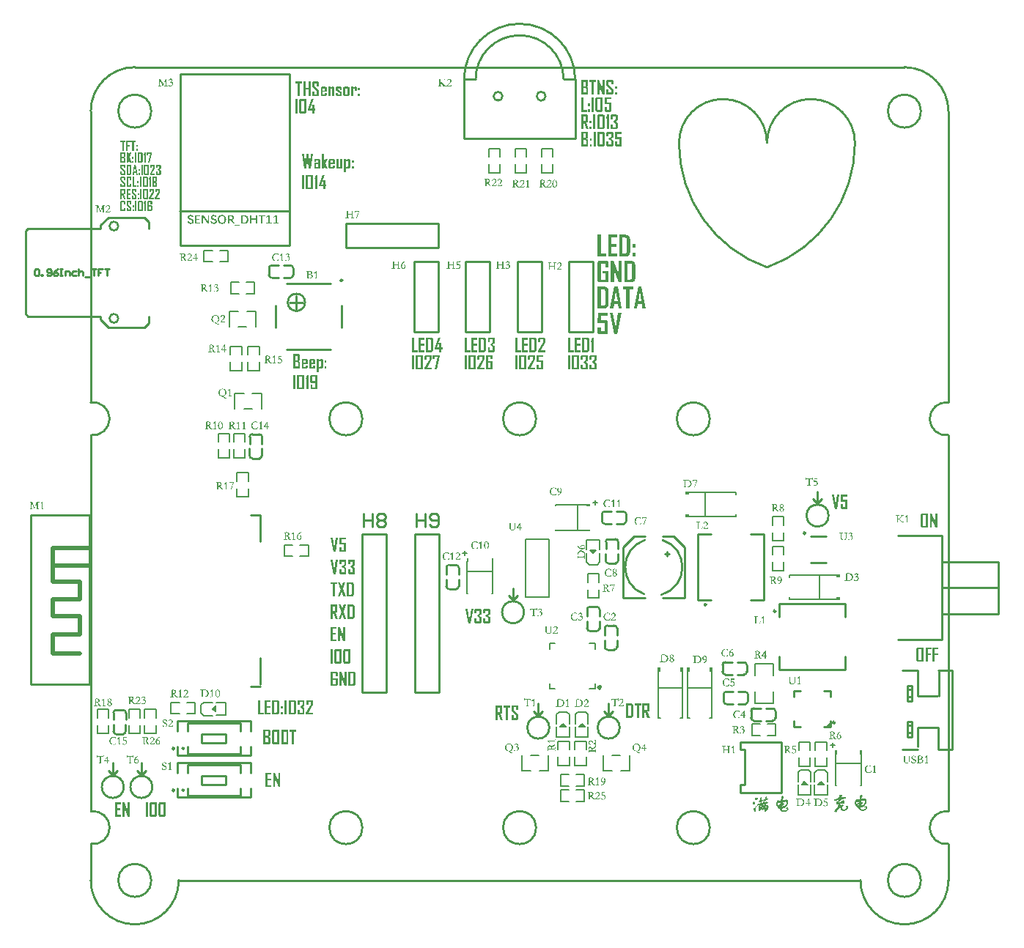
<source format=gto>
G04*
G04 #@! TF.GenerationSoftware,Altium Limited,Altium Designer,20.2.6 (244)*
G04*
G04 Layer_Color=65535*
%FSLAX24Y24*%
%MOIN*%
G70*
G04*
G04 #@! TF.SameCoordinates,AAC5203C-1E5B-4ACD-AD40-D79658958D62*
G04*
G04*
G04 #@! TF.FilePolarity,Positive*
G04*
G01*
G75*
%ADD10C,0.0100*%
%ADD11C,0.0098*%
%ADD12C,0.0118*%
%ADD13C,0.0200*%
%ADD14C,0.0060*%
%ADD15C,0.0050*%
%ADD16C,0.0059*%
%ADD17C,0.0079*%
G36*
X49707Y35050D02*
X49527D01*
Y35182D01*
X49707D01*
Y35050D01*
D02*
G37*
G36*
X45219Y34528D02*
X45039D01*
Y34611D01*
X45219D01*
Y34528D01*
D02*
G37*
G36*
X49707Y34018D02*
X49527D01*
Y34150D01*
X49707D01*
Y34018D01*
D02*
G37*
G36*
X45219Y33389D02*
X45039D01*
Y33472D01*
X45219D01*
Y33389D01*
D02*
G37*
G36*
X40811Y31979D02*
X40728D01*
Y32159D01*
X40811D01*
Y31979D01*
D02*
G37*
G36*
X39672D02*
X39589D01*
Y32159D01*
X39672D01*
Y31979D01*
D02*
G37*
G36*
X56573Y31300D02*
X56393D01*
Y31432D01*
X56573D01*
Y31300D01*
D02*
G37*
G36*
Y30268D02*
X56393D01*
Y30400D01*
X56573D01*
Y30268D01*
D02*
G37*
G36*
X50782Y26993D02*
X50650D01*
Y27173D01*
X50782D01*
Y26993D01*
D02*
G37*
G36*
X49750D02*
X49618D01*
Y27173D01*
X49750D01*
Y26993D01*
D02*
G37*
G36*
X49432D02*
X49300D01*
Y27173D01*
X49432D01*
Y26993D01*
D02*
G37*
G36*
X48400D02*
X48268D01*
Y27173D01*
X48400D01*
Y26993D01*
D02*
G37*
G36*
X56127Y24473D02*
X55920Y24470D01*
X56127Y24680D01*
Y24473D01*
D02*
G37*
G36*
X57561Y23239D02*
X57478D01*
Y23419D01*
X57561D01*
Y23239D01*
D02*
G37*
G36*
X56422D02*
X56339D01*
Y23419D01*
X56422D01*
Y23239D01*
D02*
G37*
G36*
X56423Y34400D02*
X56325D01*
X56200Y35056D01*
X56299D01*
X56371Y34606D01*
Y34605D01*
Y34603D01*
Y34598D01*
X56372Y34592D01*
Y34585D01*
X56373Y34575D01*
Y34564D01*
X56374Y34551D01*
Y34551D01*
Y34554D01*
Y34558D01*
X56374Y34564D01*
Y34572D01*
X56375Y34582D01*
X56376Y34593D01*
X56376Y34606D01*
X56451Y35056D01*
X56548D01*
X56423Y34400D01*
D02*
G37*
G36*
X56911Y34970D02*
X56703D01*
X56697Y34821D01*
X56866D01*
X56868Y34821D01*
X56872D01*
X56879Y34818D01*
X56889Y34814D01*
X56894Y34812D01*
X56899Y34808D01*
X56903Y34804D01*
X56907Y34799D01*
X56911Y34793D01*
X56913Y34787D01*
X56915Y34778D01*
X56916Y34769D01*
Y34452D01*
Y34451D01*
Y34450D01*
X56915Y34447D01*
Y34444D01*
X56913Y34436D01*
X56909Y34426D01*
X56906Y34422D01*
X56902Y34417D01*
X56898Y34412D01*
X56893Y34409D01*
X56887Y34406D01*
X56881Y34403D01*
X56872Y34401D01*
X56863Y34401D01*
X56651D01*
X56648Y34401D01*
X56645D01*
X56637Y34403D01*
X56627Y34407D01*
X56623Y34410D01*
X56618Y34413D01*
X56614Y34417D01*
X56610Y34422D01*
X56607Y34428D01*
X56604Y34435D01*
X56603Y34443D01*
X56602Y34452D01*
Y34612D01*
X56698D01*
Y34485D01*
X56819D01*
Y34737D01*
X56602D01*
X56612Y35056D01*
X56911D01*
Y34970D01*
D02*
G37*
G36*
X31851Y24268D02*
X31743D01*
Y23700D01*
X31645D01*
Y24268D01*
X31537D01*
Y24355D01*
X31851D01*
Y24268D01*
D02*
G37*
G36*
X31440Y24354D02*
X31444D01*
X31451Y24352D01*
X31461Y24348D01*
X31466Y24345D01*
X31471Y24342D01*
X31475Y24338D01*
X31479Y24333D01*
X31483Y24327D01*
X31485Y24320D01*
X31487Y24312D01*
X31487Y24303D01*
Y23751D01*
Y23751D01*
Y23749D01*
X31487Y23747D01*
Y23743D01*
X31485Y23735D01*
X31481Y23726D01*
X31478Y23721D01*
X31474Y23716D01*
X31470Y23712D01*
X31465Y23708D01*
X31459Y23705D01*
X31453Y23702D01*
X31444Y23701D01*
X31435Y23700D01*
X31206D01*
X31204Y23701D01*
X31200D01*
X31193Y23703D01*
X31183Y23706D01*
X31178Y23709D01*
X31173Y23712D01*
X31169Y23717D01*
X31165Y23722D01*
X31162Y23728D01*
X31159Y23735D01*
X31158Y23742D01*
X31157Y23751D01*
Y24303D01*
Y24304D01*
Y24305D01*
X31158Y24308D01*
Y24311D01*
X31160Y24319D01*
X31163Y24329D01*
X31166Y24334D01*
X31170Y24338D01*
X31174Y24343D01*
X31179Y24347D01*
X31185Y24350D01*
X31192Y24353D01*
X31199Y24354D01*
X31208Y24355D01*
X31437D01*
X31440Y24354D01*
D02*
G37*
G36*
X31032D02*
X31035D01*
X31043Y24352D01*
X31052Y24348D01*
X31057Y24345D01*
X31062Y24342D01*
X31066Y24338D01*
X31070Y24333D01*
X31074Y24327D01*
X31077Y24320D01*
X31078Y24312D01*
X31079Y24303D01*
Y23751D01*
Y23751D01*
Y23749D01*
X31078Y23747D01*
Y23743D01*
X31076Y23735D01*
X31072Y23726D01*
X31069Y23721D01*
X31066Y23716D01*
X31061Y23712D01*
X31056Y23708D01*
X31050Y23705D01*
X31044Y23702D01*
X31036Y23701D01*
X31027Y23700D01*
X30798D01*
X30795Y23701D01*
X30791D01*
X30784Y23703D01*
X30774Y23706D01*
X30769Y23709D01*
X30764Y23712D01*
X30760Y23717D01*
X30757Y23722D01*
X30753Y23728D01*
X30750Y23735D01*
X30749Y23742D01*
X30748Y23751D01*
Y24303D01*
Y24304D01*
Y24305D01*
X30749Y24308D01*
Y24311D01*
X30751Y24319D01*
X30755Y24329D01*
X30757Y24334D01*
X30761Y24338D01*
X30765Y24343D01*
X30770Y24347D01*
X30776Y24350D01*
X30783Y24353D01*
X30791Y24354D01*
X30800Y24355D01*
X31029D01*
X31032Y24354D01*
D02*
G37*
G36*
X30622D02*
X30625D01*
X30633Y24352D01*
X30642Y24348D01*
X30647Y24345D01*
X30651Y24342D01*
X30656Y24338D01*
X30660Y24333D01*
X30663Y24327D01*
X30666Y24320D01*
X30667Y24312D01*
X30668Y24303D01*
Y24126D01*
Y24125D01*
Y24125D01*
Y24121D01*
X30666Y24114D01*
X30665Y24107D01*
X30662Y24099D01*
X30659Y24090D01*
X30653Y24082D01*
X30646Y24074D01*
X30645Y24073D01*
X30643Y24071D01*
X30639Y24069D01*
X30636Y24067D01*
X30632Y24065D01*
X30628Y24062D01*
X30623Y24059D01*
X30618Y24055D01*
X30611Y24051D01*
X30603Y24047D01*
X30595Y24041D01*
X30596D01*
X30597Y24040D01*
X30600Y24039D01*
X30603Y24037D01*
X30611Y24032D01*
X30621Y24025D01*
X30630Y24020D01*
X30639Y24014D01*
X30642Y24012D01*
X30646Y24010D01*
X30648Y24008D01*
X30648Y24007D01*
X30649Y24007D01*
X30652Y24004D01*
X30655Y24000D01*
X30660Y23994D01*
X30664Y23986D01*
X30668Y23976D01*
X30671Y23966D01*
X30671Y23953D01*
Y23751D01*
Y23751D01*
Y23749D01*
X30671Y23747D01*
Y23743D01*
X30669Y23735D01*
X30664Y23726D01*
X30662Y23721D01*
X30658Y23716D01*
X30654Y23712D01*
X30649Y23708D01*
X30643Y23705D01*
X30637Y23702D01*
X30628Y23701D01*
X30619Y23700D01*
X30350D01*
Y24355D01*
X30619D01*
X30622Y24354D01*
D02*
G37*
G36*
X34082Y31068D02*
X33967Y30754D01*
X34090Y30417D01*
X33984D01*
X33911Y30647D01*
X33839Y30417D01*
X33735D01*
Y30419D01*
X33857Y30752D01*
Y30753D01*
X33856Y30755D01*
X33855Y30759D01*
X33852Y30766D01*
X33850Y30773D01*
X33847Y30781D01*
X33843Y30791D01*
X33839Y30802D01*
X33835Y30813D01*
X33831Y30825D01*
X33826Y30839D01*
X33821Y30852D01*
X33811Y30882D01*
X33800Y30911D01*
X33789Y30941D01*
X33779Y30970D01*
X33769Y30997D01*
X33764Y31009D01*
X33760Y31021D01*
X33757Y31032D01*
X33753Y31041D01*
X33750Y31050D01*
X33748Y31057D01*
X33746Y31063D01*
X33744Y31068D01*
X33743Y31070D01*
Y31072D01*
X33848D01*
X33912Y30858D01*
X33978Y31072D01*
X34082D01*
Y31068D01*
D02*
G37*
G36*
X34350Y31071D02*
X34355D01*
X34360Y31070D01*
X34374Y31068D01*
X34388Y31063D01*
X34404Y31057D01*
X34411Y31054D01*
X34419Y31049D01*
X34426Y31044D01*
X34433Y31038D01*
X34433Y31037D01*
X34434Y31036D01*
X34436Y31034D01*
X34438Y31032D01*
X34441Y31028D01*
X34444Y31025D01*
X34447Y31020D01*
X34450Y31014D01*
X34456Y31001D01*
X34462Y30986D01*
X34466Y30968D01*
X34467Y30958D01*
X34467Y30948D01*
Y30540D01*
Y30540D01*
Y30537D01*
Y30535D01*
X34467Y30530D01*
Y30526D01*
X34465Y30520D01*
X34463Y30507D01*
X34459Y30492D01*
X34453Y30477D01*
X34449Y30470D01*
X34444Y30462D01*
X34439Y30456D01*
X34433Y30449D01*
X34432D01*
X34431Y30448D01*
X34429Y30447D01*
X34426Y30444D01*
X34423Y30442D01*
X34419Y30439D01*
X34414Y30436D01*
X34408Y30433D01*
X34395Y30427D01*
X34379Y30422D01*
X34361Y30418D01*
X34351Y30417D01*
X34340Y30417D01*
X34141D01*
Y31072D01*
X34346D01*
X34350Y31071D01*
D02*
G37*
G36*
X33714Y30985D02*
X33606D01*
Y30417D01*
X33508D01*
Y30985D01*
X33400D01*
Y31072D01*
X33714D01*
Y30985D01*
D02*
G37*
G36*
X43117Y42191D02*
X43121D01*
X43128Y42189D01*
X43138Y42184D01*
X43143Y42182D01*
X43148Y42178D01*
X43152Y42174D01*
X43156Y42169D01*
X43160Y42163D01*
X43162Y42157D01*
X43164Y42148D01*
X43164Y42139D01*
Y42005D01*
Y42003D01*
Y41999D01*
X43163Y41993D01*
X43162Y41984D01*
X43159Y41975D01*
X43155Y41963D01*
X43150Y41950D01*
X43143Y41936D01*
X42962Y41622D01*
X43164D01*
Y41536D01*
X42846D01*
Y41597D01*
X43068Y41987D01*
Y42108D01*
X42949D01*
Y41987D01*
X42853D01*
Y42139D01*
Y42140D01*
Y42141D01*
X42853Y42144D01*
Y42148D01*
X42856Y42155D01*
X42859Y42165D01*
X42862Y42170D01*
X42865Y42175D01*
X42869Y42179D01*
X42874Y42183D01*
X42881Y42186D01*
X42888Y42189D01*
X42895Y42191D01*
X42904Y42191D01*
X43114D01*
X43117Y42191D01*
D02*
G37*
G36*
X42664D02*
X42669D01*
X42674Y42189D01*
X42688Y42187D01*
X42702Y42183D01*
X42717Y42177D01*
X42725Y42173D01*
X42733Y42168D01*
X42740Y42164D01*
X42747Y42157D01*
X42747Y42157D01*
X42748Y42156D01*
X42750Y42154D01*
X42752Y42151D01*
X42755Y42148D01*
X42758Y42144D01*
X42761Y42139D01*
X42764Y42134D01*
X42770Y42121D01*
X42776Y42105D01*
X42780Y42087D01*
X42781Y42077D01*
X42781Y42067D01*
Y41660D01*
Y41659D01*
Y41657D01*
Y41654D01*
X42781Y41650D01*
Y41645D01*
X42779Y41640D01*
X42777Y41626D01*
X42773Y41612D01*
X42767Y41597D01*
X42763Y41590D01*
X42758Y41582D01*
X42753Y41575D01*
X42747Y41569D01*
X42746D01*
X42745Y41567D01*
X42743Y41566D01*
X42740Y41564D01*
X42737Y41561D01*
X42733Y41558D01*
X42728Y41556D01*
X42722Y41553D01*
X42709Y41547D01*
X42693Y41541D01*
X42675Y41538D01*
X42665Y41537D01*
X42654Y41536D01*
X42454D01*
Y42191D01*
X42660D01*
X42664Y42191D01*
D02*
G37*
G36*
X42384Y42105D02*
X42214D01*
Y41914D01*
X42361D01*
Y41829D01*
X42214D01*
Y41623D01*
X42387D01*
Y41536D01*
X42116D01*
Y42191D01*
X42384D01*
Y42105D01*
D02*
G37*
G36*
X41898Y41624D02*
X42057D01*
Y41536D01*
X41800D01*
Y42191D01*
X41898D01*
Y41624D01*
D02*
G37*
G36*
X43073Y41319D02*
X42865D01*
X42859Y41171D01*
X43028D01*
X43030Y41170D01*
X43034D01*
X43042Y41168D01*
X43051Y41164D01*
X43056Y41161D01*
X43061Y41157D01*
X43065Y41153D01*
X43069Y41148D01*
X43073Y41142D01*
X43076Y41136D01*
X43077Y41128D01*
X43078Y41119D01*
Y40801D01*
Y40801D01*
Y40799D01*
X43077Y40796D01*
Y40793D01*
X43075Y40785D01*
X43071Y40776D01*
X43068Y40771D01*
X43064Y40766D01*
X43060Y40762D01*
X43055Y40758D01*
X43049Y40755D01*
X43043Y40752D01*
X43035Y40751D01*
X43026Y40750D01*
X42813D01*
X42810Y40751D01*
X42807D01*
X42799Y40753D01*
X42790Y40756D01*
X42785Y40759D01*
X42780Y40762D01*
X42776Y40767D01*
X42772Y40772D01*
X42769Y40778D01*
X42766Y40785D01*
X42765Y40792D01*
X42764Y40801D01*
Y40961D01*
X42860D01*
Y40834D01*
X42981D01*
Y41087D01*
X42764D01*
X42774Y41405D01*
X43073D01*
Y41319D01*
D02*
G37*
G36*
X42647Y41404D02*
X42651D01*
X42658Y41402D01*
X42668Y41398D01*
X42673Y41395D01*
X42678Y41392D01*
X42682Y41388D01*
X42686Y41383D01*
X42690Y41377D01*
X42692Y41370D01*
X42694Y41362D01*
X42695Y41353D01*
Y41218D01*
Y41217D01*
Y41213D01*
X42693Y41207D01*
X42692Y41198D01*
X42689Y41189D01*
X42686Y41177D01*
X42680Y41164D01*
X42673Y41150D01*
X42493Y40836D01*
X42694D01*
Y40750D01*
X42376D01*
Y40810D01*
X42598Y41200D01*
Y41322D01*
X42479D01*
Y41200D01*
X42383D01*
Y41353D01*
Y41354D01*
Y41355D01*
X42384Y41358D01*
Y41361D01*
X42386Y41369D01*
X42389Y41379D01*
X42392Y41384D01*
X42395Y41388D01*
X42400Y41393D01*
X42404Y41397D01*
X42411Y41400D01*
X42418Y41403D01*
X42425Y41404D01*
X42434Y41405D01*
X42645D01*
X42647Y41404D01*
D02*
G37*
G36*
X42262D02*
X42265D01*
X42273Y41402D01*
X42282Y41398D01*
X42287Y41395D01*
X42292Y41392D01*
X42296Y41388D01*
X42300Y41383D01*
X42304Y41377D01*
X42307Y41370D01*
X42308Y41362D01*
X42309Y41353D01*
Y40801D01*
Y40801D01*
Y40799D01*
X42308Y40796D01*
Y40793D01*
X42306Y40785D01*
X42302Y40776D01*
X42299Y40771D01*
X42296Y40766D01*
X42291Y40762D01*
X42286Y40758D01*
X42280Y40755D01*
X42274Y40752D01*
X42266Y40751D01*
X42257Y40750D01*
X42028D01*
X42025Y40751D01*
X42021D01*
X42014Y40753D01*
X42004Y40756D01*
X41999Y40759D01*
X41994Y40762D01*
X41990Y40767D01*
X41987Y40772D01*
X41983Y40778D01*
X41980Y40785D01*
X41979Y40792D01*
X41978Y40801D01*
Y41353D01*
Y41354D01*
Y41355D01*
X41979Y41358D01*
Y41361D01*
X41981Y41369D01*
X41985Y41379D01*
X41987Y41384D01*
X41991Y41388D01*
X41995Y41393D01*
X42000Y41397D01*
X42006Y41400D01*
X42013Y41403D01*
X42021Y41404D01*
X42030Y41405D01*
X42259D01*
X42262Y41404D01*
D02*
G37*
G36*
X41898Y40750D02*
X41800D01*
Y41405D01*
X41898D01*
Y40750D01*
D02*
G37*
G36*
X33014Y41214D02*
X33017D01*
X33025Y41212D01*
X33035Y41208D01*
X33039Y41205D01*
X33044Y41202D01*
X33048Y41198D01*
X33053Y41193D01*
X33056Y41186D01*
X33059Y41180D01*
X33060Y41172D01*
X33061Y41163D01*
Y40876D01*
Y40876D01*
Y40874D01*
Y40871D01*
X33060Y40868D01*
X33060Y40864D01*
X33059Y40859D01*
X33056Y40848D01*
X33051Y40836D01*
X33045Y40824D01*
X33041Y40818D01*
X33036Y40813D01*
X33030Y40808D01*
X33023Y40804D01*
X33022Y40803D01*
X33019Y40802D01*
X33012Y40799D01*
X33003Y40797D01*
X32992Y40794D01*
X32978Y40792D01*
X32962Y40790D01*
X32942Y40790D01*
X32922D01*
X32915Y40790D01*
X32899D01*
X32894Y40791D01*
X32874D01*
Y40636D01*
X32778D01*
Y41214D01*
X32874D01*
Y41198D01*
X32876D01*
X32880Y41198D01*
X32887Y41200D01*
X32895Y41201D01*
X32905Y41202D01*
X32917Y41204D01*
X32929Y41206D01*
X32942Y41208D01*
X32944D01*
X32946Y41209D01*
X32949Y41209D01*
X32956Y41210D01*
X32966Y41211D01*
X32977Y41213D01*
X32988Y41214D01*
X32999Y41215D01*
X33011D01*
X33014Y41214D01*
D02*
G37*
G36*
X33221Y41057D02*
X33126D01*
Y41159D01*
X33221D01*
Y41057D01*
D02*
G37*
G36*
Y40791D02*
X33126D01*
Y40892D01*
X33221D01*
Y40791D01*
D02*
G37*
G36*
X32662Y41213D02*
X32665D01*
X32673Y41211D01*
X32683Y41207D01*
X32688Y41204D01*
X32692Y41200D01*
X32697Y41196D01*
X32701Y41191D01*
X32704Y41185D01*
X32707Y41179D01*
X32708Y41171D01*
X32709Y41162D01*
Y41005D01*
X32682Y40980D01*
X32527D01*
Y40861D01*
X32617D01*
Y40932D01*
X32709D01*
Y40842D01*
Y40842D01*
Y40840D01*
X32708Y40837D01*
Y40834D01*
X32706Y40826D01*
X32702Y40817D01*
X32699Y40812D01*
X32696Y40807D01*
X32692Y40803D01*
X32687Y40799D01*
X32681Y40796D01*
X32674Y40793D01*
X32666Y40792D01*
X32657Y40791D01*
X32485D01*
X32482Y40792D01*
X32479D01*
X32471Y40794D01*
X32461Y40797D01*
X32456Y40800D01*
X32452Y40803D01*
X32447Y40808D01*
X32444Y40812D01*
X32441Y40819D01*
X32438Y40826D01*
X32436Y40833D01*
X32436Y40842D01*
Y41162D01*
Y41162D01*
Y41164D01*
X32436Y41166D01*
Y41170D01*
X32438Y41177D01*
X32442Y41187D01*
X32445Y41192D01*
X32448Y41197D01*
X32452Y41201D01*
X32457Y41205D01*
X32463Y41209D01*
X32470Y41211D01*
X32478Y41213D01*
X32487Y41214D01*
X32659D01*
X32662Y41213D01*
D02*
G37*
G36*
X32319D02*
X32323D01*
X32330Y41211D01*
X32340Y41207D01*
X32345Y41204D01*
X32350Y41200D01*
X32354Y41196D01*
X32358Y41191D01*
X32361Y41185D01*
X32364Y41179D01*
X32366Y41171D01*
X32366Y41162D01*
Y41005D01*
X32339Y40980D01*
X32184D01*
Y40861D01*
X32275D01*
Y40932D01*
X32366D01*
Y40842D01*
Y40842D01*
Y40840D01*
X32366Y40837D01*
Y40834D01*
X32363Y40826D01*
X32359Y40817D01*
X32357Y40812D01*
X32353Y40807D01*
X32349Y40803D01*
X32344Y40799D01*
X32338Y40796D01*
X32332Y40793D01*
X32323Y40792D01*
X32314Y40791D01*
X32142D01*
X32139Y40792D01*
X32136D01*
X32128Y40794D01*
X32118Y40797D01*
X32114Y40800D01*
X32109Y40803D01*
X32105Y40808D01*
X32101Y40812D01*
X32098Y40819D01*
X32095Y40826D01*
X32094Y40833D01*
X32093Y40842D01*
Y41162D01*
Y41162D01*
Y41164D01*
X32094Y41166D01*
Y41170D01*
X32096Y41177D01*
X32099Y41187D01*
X32102Y41192D01*
X32105Y41197D01*
X32109Y41201D01*
X32114Y41205D01*
X32121Y41209D01*
X32127Y41211D01*
X32135Y41213D01*
X32144Y41214D01*
X32316D01*
X32319Y41213D01*
D02*
G37*
G36*
X31972Y41445D02*
X31975D01*
X31983Y41443D01*
X31992Y41439D01*
X31997Y41436D01*
X32001Y41433D01*
X32006Y41429D01*
X32010Y41424D01*
X32013Y41418D01*
X32016Y41411D01*
X32017Y41403D01*
X32018Y41394D01*
Y41217D01*
Y41216D01*
Y41216D01*
Y41211D01*
X32016Y41205D01*
X32015Y41198D01*
X32012Y41190D01*
X32009Y41181D01*
X32003Y41173D01*
X31996Y41165D01*
X31995Y41164D01*
X31993Y41162D01*
X31989Y41160D01*
X31986Y41158D01*
X31982Y41156D01*
X31978Y41153D01*
X31973Y41150D01*
X31968Y41146D01*
X31961Y41142D01*
X31953Y41138D01*
X31945Y41132D01*
X31946D01*
X31947Y41131D01*
X31950Y41130D01*
X31953Y41128D01*
X31961Y41123D01*
X31971Y41116D01*
X31980Y41111D01*
X31989Y41105D01*
X31992Y41103D01*
X31996Y41101D01*
X31998Y41099D01*
X31998Y41098D01*
X31999Y41098D01*
X32002Y41095D01*
X32005Y41091D01*
X32010Y41084D01*
X32014Y41077D01*
X32018Y41067D01*
X32021Y41057D01*
X32021Y41044D01*
Y40842D01*
Y40842D01*
Y40840D01*
X32021Y40837D01*
Y40834D01*
X32019Y40826D01*
X32014Y40817D01*
X32012Y40812D01*
X32008Y40807D01*
X32004Y40803D01*
X31999Y40799D01*
X31993Y40796D01*
X31987Y40793D01*
X31978Y40792D01*
X31969Y40791D01*
X31700D01*
Y41446D01*
X31969D01*
X31972Y41445D01*
D02*
G37*
G36*
X32756Y40504D02*
X32760D01*
X32768Y40502D01*
X32778Y40498D01*
X32783Y40495D01*
X32787Y40492D01*
X32792Y40488D01*
X32796Y40483D01*
X32799Y40477D01*
X32801Y40470D01*
X32803Y40462D01*
X32804Y40453D01*
Y39901D01*
Y39901D01*
Y39899D01*
X32803Y39897D01*
Y39893D01*
X32801Y39885D01*
X32797Y39876D01*
X32794Y39871D01*
X32791Y39866D01*
X32787Y39862D01*
X32782Y39858D01*
X32776Y39855D01*
X32769Y39852D01*
X32761Y39851D01*
X32752Y39850D01*
X32536D01*
X32533Y39851D01*
X32530D01*
X32522Y39853D01*
X32513Y39856D01*
X32509Y39859D01*
X32504Y39862D01*
X32500Y39867D01*
X32497Y39872D01*
X32493Y39878D01*
X32491Y39885D01*
X32490Y39892D01*
X32489Y39901D01*
Y40048D01*
X32585D01*
Y39934D01*
X32707D01*
Y40131D01*
X32532D01*
X32530Y40132D01*
X32527D01*
X32519Y40134D01*
X32511Y40137D01*
X32506Y40140D01*
X32502Y40144D01*
X32497Y40148D01*
X32494Y40153D01*
X32490Y40159D01*
X32488Y40166D01*
X32487Y40173D01*
X32486Y40182D01*
Y40453D01*
Y40454D01*
Y40455D01*
Y40458D01*
X32487Y40461D01*
X32489Y40469D01*
X32493Y40479D01*
X32495Y40484D01*
X32498Y40488D01*
X32502Y40493D01*
X32506Y40497D01*
X32512Y40500D01*
X32518Y40503D01*
X32526Y40504D01*
X32534Y40505D01*
X32753D01*
X32756Y40504D01*
D02*
G37*
G36*
X32406Y39850D02*
X32309D01*
Y40312D01*
X32272D01*
Y40325D01*
X32322Y40505D01*
X32406D01*
Y39850D01*
D02*
G37*
G36*
X32162Y40504D02*
X32165D01*
X32173Y40502D01*
X32182Y40498D01*
X32187Y40495D01*
X32192Y40492D01*
X32196Y40488D01*
X32200Y40483D01*
X32204Y40477D01*
X32207Y40470D01*
X32208Y40462D01*
X32209Y40453D01*
Y39901D01*
Y39901D01*
Y39899D01*
X32208Y39897D01*
Y39893D01*
X32206Y39885D01*
X32202Y39876D01*
X32199Y39871D01*
X32196Y39866D01*
X32191Y39862D01*
X32186Y39858D01*
X32180Y39855D01*
X32174Y39852D01*
X32166Y39851D01*
X32157Y39850D01*
X31928D01*
X31925Y39851D01*
X31921D01*
X31914Y39853D01*
X31904Y39856D01*
X31899Y39859D01*
X31894Y39862D01*
X31890Y39867D01*
X31887Y39872D01*
X31883Y39878D01*
X31880Y39885D01*
X31879Y39892D01*
X31878Y39901D01*
Y40453D01*
Y40454D01*
Y40455D01*
X31879Y40458D01*
Y40461D01*
X31881Y40469D01*
X31885Y40479D01*
X31887Y40484D01*
X31891Y40488D01*
X31895Y40493D01*
X31900Y40497D01*
X31906Y40500D01*
X31913Y40503D01*
X31921Y40504D01*
X31930Y40505D01*
X32159D01*
X32162Y40504D01*
D02*
G37*
G36*
X31798Y39850D02*
X31700D01*
Y40505D01*
X31798D01*
Y39850D01*
D02*
G37*
G36*
X31120Y21750D02*
X31034D01*
X30877Y22162D01*
Y22161D01*
X30878Y22157D01*
X30879Y22152D01*
X30880Y22145D01*
X30882Y22137D01*
X30882Y22129D01*
X30884Y22121D01*
Y22114D01*
Y21750D01*
X30789D01*
Y22405D01*
X30874D01*
X31031Y22001D01*
Y22001D01*
Y22002D01*
X31030Y22005D01*
X31029Y22011D01*
X31028Y22018D01*
X31027Y22026D01*
X31025Y22034D01*
X31025Y22041D01*
Y22048D01*
Y22405D01*
X31120D01*
Y21750D01*
D02*
G37*
G36*
X30719Y22318D02*
X30548D01*
Y22128D01*
X30696D01*
Y22043D01*
X30548D01*
Y21837D01*
X30721D01*
Y21750D01*
X30450D01*
Y22405D01*
X30719D01*
Y22318D01*
D02*
G37*
G36*
X52796Y21268D02*
X52799Y21267D01*
X52803Y21266D01*
X52809Y21264D01*
X52819Y21259D01*
X52826Y21256D01*
X52830Y21252D01*
X52836Y21247D01*
X52841Y21241D01*
X52845Y21234D01*
X52848Y21226D01*
X52851Y21218D01*
X52853Y21207D01*
X52852Y21206D01*
X52851Y21202D01*
X52846Y21196D01*
X52841Y21189D01*
X52837Y21185D01*
X52832Y21182D01*
X52827Y21177D01*
X52821Y21173D01*
X52814Y21169D01*
X52805Y21166D01*
X52796Y21162D01*
X52787Y21159D01*
X52786D01*
X52783Y21158D01*
X52780Y21157D01*
X52776Y21155D01*
X52766Y21151D01*
X52762Y21150D01*
X52758Y21148D01*
X52753D01*
X52749Y21148D01*
X52744Y21150D01*
X52737Y21151D01*
X52731Y21154D01*
X52726Y21157D01*
X52721Y21162D01*
X52721D01*
X52719Y21163D01*
X52716Y21165D01*
X52711Y21169D01*
X52710Y21170D01*
X52708Y21173D01*
X52705Y21177D01*
X52703Y21183D01*
X52700Y21189D01*
X52697Y21195D01*
X52695Y21202D01*
X52694Y21207D01*
Y21207D01*
Y21208D01*
Y21211D01*
X52696Y21217D01*
X52698Y21223D01*
X52702Y21230D01*
X52705Y21233D01*
X52709Y21236D01*
X52714Y21239D01*
X52719Y21243D01*
X52726Y21245D01*
X52733Y21247D01*
X52733D01*
X52735Y21247D01*
X52737Y21249D01*
X52740Y21250D01*
X52743Y21252D01*
X52744D01*
X52744Y21253D01*
X52749Y21255D01*
X52755Y21257D01*
X52762Y21261D01*
X52770Y21263D01*
X52778Y21266D01*
X52785Y21268D01*
X52790Y21268D01*
X52793D01*
X52796Y21268D01*
D02*
G37*
G36*
X53216Y21324D02*
X53222Y21322D01*
X53228Y21320D01*
X53236Y21317D01*
X53244Y21313D01*
X53253Y21306D01*
Y21305D01*
X53252Y21302D01*
X53251Y21297D01*
X53250Y21292D01*
X53247Y21285D01*
X53245Y21277D01*
X53238Y21261D01*
Y21260D01*
X53238Y21259D01*
X53237Y21257D01*
X53236Y21253D01*
X53234Y21245D01*
X53232Y21236D01*
X53229Y21227D01*
X53226Y21217D01*
X53225Y21209D01*
X53224Y21206D01*
Y21204D01*
X53225D01*
X53228Y21204D01*
X53233Y21205D01*
X53240Y21206D01*
X53250Y21207D01*
X53261Y21208D01*
X53274Y21209D01*
X53289Y21211D01*
Y21210D01*
Y21209D01*
X53288Y21207D01*
X53288Y21203D01*
X53286Y21195D01*
X53282Y21186D01*
X53277Y21177D01*
X53270Y21168D01*
X53260Y21161D01*
X53254Y21158D01*
X53248Y21156D01*
X53247Y21155D01*
X53245Y21155D01*
X53243Y21154D01*
X53241Y21152D01*
X53237Y21152D01*
X53232Y21151D01*
X53225D01*
X53221Y21150D01*
X53216Y21150D01*
X53211Y21149D01*
X53205Y21148D01*
X53200Y21147D01*
X53195Y21145D01*
X53193Y21144D01*
Y21143D01*
X53191Y21143D01*
X53190Y21141D01*
X53189Y21138D01*
X53184Y21130D01*
X53179Y21121D01*
Y21120D01*
X53178Y21117D01*
X53176Y21111D01*
X53174Y21106D01*
X53170Y21099D01*
X53166Y21091D01*
X53161Y21084D01*
X53155Y21077D01*
X53154Y21076D01*
X53152Y21075D01*
X53150Y21073D01*
X53146Y21069D01*
X53141Y21066D01*
X53136Y21061D01*
X53129Y21055D01*
X53129Y21055D01*
X53131Y21055D01*
X53138Y21057D01*
X53145Y21059D01*
X53154Y21060D01*
X53172Y21064D01*
X53192Y21068D01*
X53214Y21072D01*
X53216D01*
X53219Y21073D01*
X53223D01*
X53229Y21072D01*
X53234Y21071D01*
X53247Y21069D01*
X53254Y21066D01*
X53262Y21064D01*
X53270Y21060D01*
X53277Y21055D01*
X53284Y21050D01*
X53291Y21043D01*
X53297Y21034D01*
X53304Y21025D01*
X53303Y21024D01*
X53300Y21021D01*
X53295Y21017D01*
X53288Y21012D01*
X53279Y21007D01*
X53268Y21002D01*
X53254Y20996D01*
X53238Y20991D01*
X53237D01*
X53236Y20991D01*
X53232Y20989D01*
X53227Y20988D01*
X53223Y20987D01*
X53222D01*
X53220Y20987D01*
X53216Y20986D01*
X53211Y20985D01*
X53205Y20984D01*
X53198Y20982D01*
X53190Y20981D01*
X53186Y20980D01*
X53151Y20973D01*
X53143Y20971D01*
X53124Y20967D01*
X53105Y20963D01*
X53105D01*
X53102Y20962D01*
X53098Y20962D01*
X53094Y20961D01*
X53085Y20959D01*
X53081Y20958D01*
X53078D01*
X53077Y20957D01*
X53074Y20957D01*
X53070Y20955D01*
X53066Y20955D01*
X53064D01*
X53062Y20954D01*
X53058Y20953D01*
X53050Y20952D01*
X53039Y20950D01*
X53029Y20948D01*
X53018Y20945D01*
X53009Y20942D01*
X53005Y20940D01*
X53002Y20939D01*
X53000Y20938D01*
X52997Y20935D01*
X52992Y20930D01*
X52985Y20925D01*
X52977Y20918D01*
X52969Y20910D01*
X52959Y20900D01*
X52950Y20889D01*
X52940Y20879D01*
X52932Y20867D01*
X52924Y20855D01*
X52918Y20844D01*
X52913Y20831D01*
X52910Y20819D01*
Y20808D01*
X52911Y20801D01*
X52912Y20796D01*
Y20796D01*
Y20798D01*
Y20800D01*
X52913Y20803D01*
X52915Y20807D01*
X52919Y20812D01*
X52923Y20817D01*
X52923Y20818D01*
X52925Y20821D01*
X52928Y20823D01*
X52931Y20828D01*
X52939Y20837D01*
X52942Y20841D01*
X52945Y20844D01*
X52946Y20844D01*
X52947Y20846D01*
X52950Y20848D01*
X52955Y20852D01*
X52961Y20856D01*
X52969Y20861D01*
X52980Y20867D01*
X52991Y20874D01*
X52992D01*
X52994Y20876D01*
X52997Y20876D01*
X53001Y20878D01*
X53009Y20880D01*
X53012Y20881D01*
X53015Y20882D01*
X53014Y20882D01*
X53013Y20885D01*
X53012Y20887D01*
X53011Y20893D01*
Y20899D01*
X53012Y20908D01*
X53014Y20913D01*
X53016Y20919D01*
X53019Y20925D01*
X53023Y20932D01*
Y20933D01*
X53024Y20934D01*
X53026Y20937D01*
X53030Y20942D01*
X53034Y20948D01*
X53042D01*
X53049Y20946D01*
X53058Y20944D01*
X53063Y20941D01*
X53067Y20938D01*
X53071Y20934D01*
X53075Y20929D01*
X53079Y20923D01*
X53082Y20916D01*
X53083Y20907D01*
X53084Y20898D01*
X53186Y20980D01*
X53191Y20978D01*
X53195Y20974D01*
X53199Y20971D01*
X53203Y20966D01*
X53206Y20960D01*
X53208Y20954D01*
X53209Y20946D01*
X53210Y20937D01*
X53209Y20927D01*
X53210D01*
X53211Y20928D01*
X53214Y20928D01*
X53219Y20929D01*
X53225Y20930D01*
X53232Y20931D01*
X53242Y20932D01*
X53253Y20934D01*
Y20933D01*
X53252Y20932D01*
X53251Y20930D01*
X53248Y20930D01*
X53250D01*
X53253Y20928D01*
X53259Y20927D01*
X53265Y20925D01*
X53279Y20922D01*
X53286Y20920D01*
X53291Y20918D01*
X53292D01*
X53293Y20916D01*
X53295Y20915D01*
X53298Y20913D01*
X53301Y20910D01*
X53304Y20906D01*
X53308Y20901D01*
X53311Y20896D01*
X53315Y20890D01*
X53318Y20883D01*
X53320Y20875D01*
X53322Y20866D01*
X53322Y20856D01*
Y20846D01*
X53321Y20834D01*
X53318Y20821D01*
Y20820D01*
Y20818D01*
X53318Y20815D01*
X53317Y20811D01*
X53316Y20806D01*
X53315Y20801D01*
X53313Y20787D01*
X53310Y20773D01*
X53306Y20759D01*
X53302Y20746D01*
X53300Y20739D01*
X53297Y20734D01*
X53296Y20733D01*
X53295Y20730D01*
X53292Y20726D01*
X53288Y20719D01*
X53282Y20712D01*
X53276Y20704D01*
X53268Y20695D01*
X53259Y20686D01*
X53249Y20677D01*
X53237Y20667D01*
X53225Y20658D01*
X53210Y20649D01*
X53194Y20642D01*
X53177Y20635D01*
X53159Y20628D01*
X53139Y20624D01*
Y20625D01*
Y20626D01*
Y20628D01*
Y20631D01*
Y20637D01*
Y20640D01*
Y20642D01*
Y20643D01*
X53139Y20644D01*
X53141Y20647D01*
X53142Y20650D01*
X53146Y20657D01*
X53153Y20664D01*
X53152D01*
X53151Y20665D01*
X53148Y20665D01*
X53146Y20667D01*
X53143Y20669D01*
X53141Y20674D01*
X53139Y20678D01*
X53139Y20685D01*
Y20686D01*
X53139Y20687D01*
X53141Y20691D01*
X53143Y20697D01*
X53147Y20704D01*
X53152Y20710D01*
X53159Y20717D01*
X53166Y20721D01*
X53171Y20721D01*
X53176Y20722D01*
X53177D01*
X53179Y20723D01*
X53187D01*
X53192Y20722D01*
X53197Y20721D01*
X53202Y20719D01*
X53208Y20716D01*
X53209D01*
X53209Y20717D01*
X53214Y20719D01*
X53216Y20721D01*
X53220Y20724D01*
X53223Y20728D01*
X53227Y20732D01*
X53230Y20737D01*
X53234Y20743D01*
X53238Y20750D01*
X53242Y20758D01*
X53246Y20767D01*
X53250Y20777D01*
X53252Y20788D01*
X53255Y20801D01*
Y20801D01*
Y20803D01*
X53254Y20805D01*
X53254Y20808D01*
X53252Y20814D01*
X53250Y20823D01*
X53245Y20831D01*
X53241Y20839D01*
X53234Y20846D01*
X53231Y20848D01*
X53227Y20849D01*
X53222D01*
X53218Y20848D01*
X53209Y20848D01*
X53198Y20846D01*
X53187Y20843D01*
X53177Y20839D01*
X53173Y20836D01*
X53170Y20833D01*
X53167Y20829D01*
X53166Y20825D01*
X53173D01*
X53182Y20824D01*
X53186Y20823D01*
X53191Y20821D01*
X53196Y20819D01*
X53202Y20815D01*
X53207Y20811D01*
X53211Y20805D01*
X53215Y20798D01*
X53219Y20791D01*
X53222Y20782D01*
X53224Y20771D01*
Y20770D01*
X53223Y20769D01*
X53223Y20767D01*
X53221Y20764D01*
X53217Y20757D01*
X53211Y20749D01*
X53204Y20742D01*
X53194Y20736D01*
X53189Y20734D01*
X53182Y20733D01*
X53175D01*
X53167Y20733D01*
X53130Y20755D01*
Y20754D01*
X53129Y20753D01*
X53127Y20751D01*
X53125Y20748D01*
X53120Y20741D01*
X53116Y20736D01*
X53111Y20732D01*
X53105Y20727D01*
X53099Y20722D01*
X53092Y20717D01*
X53084Y20712D01*
X53075Y20708D01*
X53066Y20703D01*
X53055Y20700D01*
X53044Y20696D01*
Y20697D01*
Y20699D01*
Y20701D01*
Y20705D01*
Y20713D01*
Y20722D01*
Y20723D01*
X53045Y20725D01*
X53046Y20727D01*
X53047Y20730D01*
X53049Y20737D01*
X53050Y20739D01*
X53051Y20740D01*
X53014D01*
X53014Y20739D01*
X53013Y20737D01*
X53011Y20733D01*
X53010Y20733D01*
X53009Y20732D01*
X53007Y20730D01*
X53005Y20728D01*
X52998Y20722D01*
X52989Y20716D01*
X52979Y20710D01*
X52968Y20706D01*
X52962Y20705D01*
X52948D01*
X52942Y20706D01*
Y20708D01*
Y20710D01*
X52944Y20715D01*
X52945Y20722D01*
X52947Y20730D01*
X52950Y20738D01*
X52955Y20748D01*
X52962Y20758D01*
X52962Y20760D01*
X52964Y20762D01*
X52966Y20767D01*
X52969Y20773D01*
X52972Y20778D01*
X52975Y20783D01*
X52978Y20788D01*
X52979Y20791D01*
X52978Y20790D01*
X52975Y20789D01*
X52971Y20787D01*
X52966Y20784D01*
X52959Y20780D01*
X52953Y20776D01*
X52947Y20770D01*
X52941Y20764D01*
X52936Y20756D01*
X52932Y20749D01*
X52928Y20740D01*
X52928Y20731D01*
X52928Y20721D01*
X52930Y20716D01*
X52932Y20710D01*
X52935Y20705D01*
X52938Y20699D01*
X52942Y20693D01*
X52947Y20687D01*
Y20686D01*
Y20684D01*
X52946Y20681D01*
X52945Y20678D01*
X52944Y20674D01*
X52941Y20671D01*
X52937Y20667D01*
X52932Y20665D01*
X52932Y20664D01*
X52930Y20662D01*
X52930Y20660D01*
Y20656D01*
Y20651D01*
X52930Y20646D01*
X52932Y20639D01*
X52931D01*
X52927Y20640D01*
X52921Y20642D01*
X52912Y20644D01*
X52903Y20649D01*
X52892Y20655D01*
X52881Y20663D01*
X52869Y20673D01*
Y20674D01*
Y20674D01*
Y20677D01*
Y20680D01*
Y20682D01*
Y20683D01*
X52869Y20684D01*
X52868Y20686D01*
X52867Y20689D01*
X52866Y20692D01*
X52864Y20696D01*
X52862Y20708D01*
X52859Y20721D01*
X52857Y20736D01*
X52855Y20753D01*
Y20771D01*
X52855Y20791D01*
X52858Y20812D01*
X52863Y20832D01*
X52867Y20844D01*
X52871Y20854D01*
X52876Y20864D01*
X52882Y20876D01*
X52888Y20886D01*
X52896Y20896D01*
X52904Y20907D01*
X52914Y20916D01*
X52921Y20923D01*
X52920Y20923D01*
X52913Y20920D01*
X52905Y20918D01*
X52896Y20915D01*
X52894D01*
X52891Y20914D01*
X52889D01*
X52881Y20913D01*
X52871Y20912D01*
X52860Y20910D01*
X52847Y20907D01*
X52820Y20900D01*
X52819Y20901D01*
X52817Y20902D01*
X52815Y20903D01*
X52812Y20906D01*
X52809Y20910D01*
X52807Y20914D01*
X52805Y20919D01*
X52804Y20924D01*
Y20925D01*
X52805Y20929D01*
X52807Y20935D01*
X52811Y20941D01*
X52814Y20946D01*
X52818Y20950D01*
X52822Y20955D01*
X52828Y20960D01*
X52834Y20966D01*
X52842Y20971D01*
X52850Y20977D01*
X52860Y20983D01*
X52860D01*
X52861Y20984D01*
X52863Y20985D01*
X52866Y20987D01*
X52873Y20990D01*
X52882Y20994D01*
X52894Y20999D01*
X52907Y21004D01*
X52923Y21009D01*
X52939Y21014D01*
X52940D01*
X52941Y21015D01*
X52945Y21016D01*
X52949Y21016D01*
X52955Y21017D01*
X52964Y21018D01*
X52974Y21019D01*
X52987Y21021D01*
X52989D01*
X52991Y21021D01*
X52993D01*
X53001Y21022D01*
X53011Y21024D01*
X53021Y21025D01*
X53032Y21028D01*
X53042Y21032D01*
X53051Y21035D01*
X53052Y21037D01*
X53053Y21039D01*
X53055Y21041D01*
X53056Y21045D01*
X53057Y21046D01*
X53057Y21047D01*
X53061Y21052D01*
X53065Y21057D01*
X53067Y21059D01*
X53068Y21062D01*
X53069Y21062D01*
X53070Y21063D01*
X53072Y21064D01*
X53075Y21067D01*
X53078Y21071D01*
X53083Y21075D01*
X53089Y21080D01*
X53096Y21085D01*
X53097Y21086D01*
X53098Y21086D01*
X53100Y21088D01*
X53103Y21090D01*
X53110Y21096D01*
X53119Y21102D01*
X53127Y21110D01*
X53136Y21118D01*
X53142Y21126D01*
X53145Y21130D01*
X53146Y21133D01*
X53145D01*
X53143Y21132D01*
X53139Y21130D01*
X53132Y21128D01*
X53123Y21126D01*
X53118Y21125D01*
X53112Y21123D01*
X53105Y21121D01*
X53098Y21119D01*
X53090Y21117D01*
X53081Y21115D01*
X53080D01*
X53079Y21114D01*
X53076Y21114D01*
X53073Y21113D01*
X53068Y21111D01*
X53064Y21110D01*
X53052Y21107D01*
X53041Y21104D01*
X53028Y21101D01*
X53016Y21099D01*
X53006Y21097D01*
Y21096D01*
X53005Y21096D01*
X53005Y21093D01*
X53004Y21090D01*
X53003Y21086D01*
X53003Y21079D01*
X53001Y21071D01*
Y21070D01*
X53000Y21068D01*
Y21064D01*
X53000Y21060D01*
X52999Y21052D01*
X52998Y21048D01*
Y21046D01*
X52998Y21045D01*
X52996Y21043D01*
X52993Y21040D01*
X52989Y21037D01*
X52983Y21033D01*
X52976Y21030D01*
X52967Y21026D01*
X52957Y21024D01*
Y21077D01*
Y21078D01*
Y21079D01*
Y21082D01*
X52956Y21082D01*
X52953Y21080D01*
X52951Y21077D01*
X52948Y21075D01*
X52945Y21071D01*
X52941Y21067D01*
X52939Y21066D01*
X52937Y21064D01*
X52932Y21060D01*
X52925Y21057D01*
X52919Y21052D01*
X52912Y21049D01*
X52905Y21046D01*
X52898Y21046D01*
X52897Y21046D01*
X52896Y21047D01*
X52893Y21051D01*
X52889Y21058D01*
X52885Y21068D01*
X52884Y21073D01*
Y21080D01*
Y21086D01*
X52885Y21094D01*
X52887Y21102D01*
X52891Y21111D01*
X52896Y21121D01*
X52903Y21131D01*
Y21132D01*
X52905Y21132D01*
X52908Y21136D01*
X52913Y21142D01*
X52919Y21149D01*
X52927Y21157D01*
X52935Y21164D01*
X52942Y21171D01*
X52950Y21177D01*
Y21177D01*
Y21179D01*
Y21182D01*
Y21185D01*
Y21190D01*
Y21196D01*
Y21204D01*
Y21205D01*
Y21207D01*
Y21211D01*
Y21215D01*
X52950Y21220D01*
Y21226D01*
X52952Y21240D01*
X52954Y21254D01*
X52957Y21270D01*
X52960Y21283D01*
X52963Y21289D01*
X52966Y21294D01*
X52966Y21295D01*
X52968Y21296D01*
X52970Y21297D01*
X52973Y21300D01*
X52980Y21304D01*
X52984Y21304D01*
X52989Y21305D01*
X52992D01*
X52996Y21304D01*
X53000Y21302D01*
X53005Y21300D01*
X53009Y21295D01*
X53012Y21289D01*
X53012Y21282D01*
Y21281D01*
Y21278D01*
X53012Y21273D01*
X53011Y21267D01*
X53009Y21259D01*
X53007Y21250D01*
X53005Y21238D01*
X53000Y21225D01*
Y21225D01*
X53000Y21224D01*
X52998Y21220D01*
X52996Y21214D01*
X52994Y21206D01*
X52992Y21198D01*
X52991Y21189D01*
X52990Y21182D01*
Y21176D01*
X53005Y21159D01*
X52999Y21145D01*
X52999D01*
X53000Y21146D01*
X53004Y21147D01*
X53010Y21149D01*
X53018Y21151D01*
X53029Y21154D01*
X53041Y21157D01*
X53054Y21159D01*
X53068Y21162D01*
X53068D01*
X53070Y21163D01*
X53072Y21164D01*
X53075Y21164D01*
X53080Y21165D01*
X53084Y21166D01*
X53095Y21170D01*
X53108Y21173D01*
X53122Y21177D01*
X53151Y21187D01*
X53152Y21188D01*
X53153Y21189D01*
X53155Y21192D01*
X53156Y21195D01*
X53158Y21201D01*
X53159Y21208D01*
X53161Y21218D01*
Y21218D01*
X53161Y21220D01*
X53162Y21223D01*
X53164Y21227D01*
X53165Y21232D01*
X53167Y21239D01*
X53169Y21247D01*
X53172Y21258D01*
Y21259D01*
X53173Y21263D01*
X53175Y21268D01*
X53177Y21276D01*
X53179Y21284D01*
X53182Y21294D01*
X53190Y21313D01*
X53191Y21315D01*
X53193Y21318D01*
X53196Y21320D01*
X53202Y21323D01*
X53211Y21325D01*
X53216Y21324D01*
D02*
G37*
G36*
X53957Y21340D02*
X53959D01*
X53962Y21339D01*
X53969Y21336D01*
X53978Y21332D01*
X53989Y21326D01*
X53998Y21318D01*
X54007Y21308D01*
X54012Y21302D01*
X54015Y21295D01*
X54014Y21294D01*
X54013Y21292D01*
X54011Y21288D01*
X54008Y21283D01*
X54005Y21277D01*
X54001Y21270D01*
X53997Y21262D01*
X53994Y21253D01*
X53989Y21243D01*
X53985Y21234D01*
X53978Y21211D01*
X53976Y21200D01*
X53973Y21189D01*
X53972Y21177D01*
X53971Y21165D01*
Y21164D01*
Y21162D01*
Y21161D01*
X53971Y21160D01*
X53971D01*
X53973Y21161D01*
X53978Y21161D01*
X53983Y21162D01*
X53991Y21163D01*
X54001Y21164D01*
X54014Y21165D01*
X54029Y21166D01*
X54032D01*
X54035Y21167D01*
X54039D01*
X54044Y21168D01*
X54050D01*
X54064Y21170D01*
X54078Y21171D01*
X54093Y21174D01*
X54107Y21177D01*
X54114Y21179D01*
X54120Y21181D01*
X54125D01*
X54130Y21179D01*
X54137Y21178D01*
X54146Y21176D01*
X54155Y21172D01*
X54165Y21167D01*
X54175Y21160D01*
X54177Y21159D01*
X54180Y21157D01*
X54183Y21152D01*
X54188Y21145D01*
X54193Y21138D01*
X54196Y21129D01*
X54199Y21118D01*
X54200Y21107D01*
Y21106D01*
X54201Y21103D01*
X54202Y21099D01*
X54205Y21093D01*
Y21093D01*
Y21091D01*
Y21088D01*
Y21086D01*
Y21085D01*
X54206Y21082D01*
X54207Y21078D01*
X54208Y21073D01*
X54210Y21062D01*
X54211Y21057D01*
Y21052D01*
Y21051D01*
X54211Y21047D01*
X54210Y21041D01*
X54209Y21032D01*
X54207Y21022D01*
X54205Y21009D01*
X54200Y20996D01*
X54195Y20981D01*
X54189Y20964D01*
X54180Y20948D01*
X54171Y20930D01*
X54159Y20911D01*
X54146Y20892D01*
X54130Y20873D01*
X54112Y20855D01*
X54091Y20836D01*
X54090D01*
X54089Y20835D01*
X54089Y20835D01*
X54088Y20833D01*
Y20832D01*
Y20830D01*
Y20828D01*
Y20827D01*
X54087Y20826D01*
X54086Y20824D01*
X54083Y20821D01*
X54080Y20817D01*
X54075Y20813D01*
X54069Y20808D01*
X54062Y20804D01*
X54053Y20799D01*
X54052Y20798D01*
X54048Y20797D01*
X54042Y20795D01*
X54035Y20792D01*
X54025Y20789D01*
X54016Y20786D01*
X53995Y20780D01*
X53994D01*
X53989Y20779D01*
X53982Y20778D01*
X53975Y20776D01*
X53966Y20775D01*
X53957Y20773D01*
X53949Y20771D01*
X53942Y20769D01*
X53941D01*
X53941Y20768D01*
X53939Y20766D01*
X53937Y20762D01*
X53936Y20755D01*
X53935Y20751D01*
X53935Y20746D01*
Y20741D01*
Y20735D01*
Y20728D01*
X53935Y20719D01*
Y20718D01*
X53936Y20715D01*
X53937Y20710D01*
X53941Y20704D01*
X53946Y20698D01*
X53950Y20694D01*
X53954Y20692D01*
X53959Y20689D01*
X53964Y20686D01*
X53971Y20684D01*
X53979Y20682D01*
X53980D01*
X53982Y20681D01*
X53985Y20680D01*
X53989Y20680D01*
X53995Y20678D01*
X54001Y20678D01*
X54009Y20677D01*
X54017Y20676D01*
X54037D01*
X54048Y20678D01*
X54059Y20678D01*
X54071Y20680D01*
X54083Y20683D01*
X54096Y20687D01*
X54109Y20692D01*
X54110D01*
X54112Y20693D01*
X54114Y20694D01*
X54118Y20696D01*
X54125Y20702D01*
X54135Y20709D01*
X54145Y20717D01*
X54153Y20728D01*
X54157Y20733D01*
X54160Y20738D01*
X54162Y20744D01*
X54163Y20749D01*
Y20750D01*
X54162Y20752D01*
X54161Y20755D01*
X54159Y20758D01*
X54157Y20762D01*
X54153Y20765D01*
X54148Y20768D01*
X54142Y20769D01*
X54125D01*
X54121Y20770D01*
X54116Y20772D01*
X54112Y20776D01*
X54108Y20782D01*
X54105Y20789D01*
X54106Y20790D01*
X54109Y20793D01*
X54115Y20797D01*
X54121Y20803D01*
X54129Y20809D01*
X54137Y20815D01*
X54144Y20822D01*
X54151Y20829D01*
X54152Y20830D01*
X54153Y20830D01*
X54156Y20832D01*
X54160Y20834D01*
X54166Y20836D01*
X54173Y20837D01*
X54182Y20838D01*
X54192Y20839D01*
X54193Y20838D01*
X54195Y20835D01*
X54197Y20831D01*
X54200Y20826D01*
X54204Y20819D01*
X54207Y20812D01*
X54209Y20804D01*
X54211Y20796D01*
X54212Y20795D01*
X54214Y20792D01*
X54216Y20787D01*
X54219Y20780D01*
Y20780D01*
X54220Y20777D01*
X54221Y20773D01*
X54224Y20770D01*
X54225Y20769D01*
X54225Y20768D01*
X54227Y20765D01*
X54229Y20762D01*
X54232Y20755D01*
X54233Y20753D01*
X54234Y20750D01*
Y20749D01*
Y20747D01*
X54233Y20744D01*
X54232Y20740D01*
X54230Y20736D01*
X54228Y20730D01*
X54225Y20724D01*
X54220Y20718D01*
X54219Y20717D01*
X54218Y20717D01*
X54217Y20715D01*
X54216Y20715D01*
Y20714D01*
X54216Y20713D01*
X54212Y20709D01*
X54208Y20703D01*
X54202Y20695D01*
X54193Y20687D01*
X54184Y20678D01*
X54175Y20670D01*
X54164Y20662D01*
X54163Y20662D01*
X54162Y20660D01*
X54159Y20658D01*
X54155Y20656D01*
X54150Y20653D01*
X54143Y20649D01*
X54137Y20645D01*
X54128Y20641D01*
X54119Y20637D01*
X54109Y20633D01*
X54098Y20629D01*
X54085Y20626D01*
X54073Y20622D01*
X54058Y20620D01*
X54044Y20618D01*
X54028Y20617D01*
X53995D01*
X53991Y20617D01*
X53985Y20619D01*
X53976Y20621D01*
X53966Y20624D01*
X53954Y20628D01*
X53941Y20632D01*
X53928Y20637D01*
X53915Y20644D01*
X53902Y20652D01*
X53889Y20661D01*
X53877Y20671D01*
X53866Y20683D01*
X53856Y20696D01*
X53849Y20710D01*
X53843Y20726D01*
Y20727D01*
Y20730D01*
Y20733D01*
Y20737D01*
Y20737D01*
X53844Y20739D01*
Y20742D01*
X53844Y20746D01*
Y20749D01*
Y20752D01*
X53844Y20754D01*
X53843Y20755D01*
X53824D01*
X53821Y20755D01*
X53814Y20756D01*
X53806Y20758D01*
X53798Y20760D01*
X53790Y20764D01*
X53783Y20769D01*
X53777Y20776D01*
Y20777D01*
X53776Y20779D01*
X53776Y20783D01*
X53774Y20787D01*
X53771Y20792D01*
X53766Y20798D01*
X53760Y20805D01*
X53751Y20812D01*
X53751Y20812D01*
X53748Y20815D01*
X53745Y20819D01*
X53742Y20824D01*
X53741Y20826D01*
X53740Y20827D01*
X53737Y20830D01*
X53735Y20832D01*
X53731Y20837D01*
X53726Y20842D01*
X53721Y20849D01*
Y20850D01*
X53719Y20851D01*
X53718Y20853D01*
X53716Y20855D01*
X53711Y20862D01*
X53705Y20871D01*
X53699Y20880D01*
X53692Y20889D01*
X53688Y20898D01*
X53683Y20905D01*
X53683Y20907D01*
X53681Y20910D01*
X53680Y20914D01*
X53677Y20921D01*
X53674Y20929D01*
X53672Y20939D01*
X53669Y20950D01*
X53667Y20962D01*
X53666Y20975D01*
X53665Y20988D01*
Y21003D01*
X53667Y21018D01*
X53670Y21033D01*
X53674Y21048D01*
X53681Y21064D01*
X53689Y21080D01*
X53690Y21080D01*
X53690Y21082D01*
X53692Y21086D01*
X53695Y21090D01*
X53699Y21095D01*
X53703Y21100D01*
X53712Y21112D01*
X53724Y21124D01*
X53731Y21130D01*
X53737Y21134D01*
X53745Y21139D01*
X53752Y21142D01*
X53760Y21144D01*
X53767Y21145D01*
X53768D01*
X53769Y21143D01*
X53772Y21142D01*
X53776Y21139D01*
X53779Y21136D01*
X53783Y21132D01*
X53787Y21127D01*
X53791Y21123D01*
X53794Y21116D01*
X53797Y21109D01*
X53799Y21100D01*
X53800Y21091D01*
Y21082D01*
X53799Y21071D01*
X53795Y21059D01*
X53790Y21046D01*
X53790Y21046D01*
X53787Y21048D01*
X53782Y21048D01*
X53776D01*
X53773Y21047D01*
X53769Y21045D01*
X53766Y21042D01*
X53762Y21038D01*
X53758Y21033D01*
X53753Y21026D01*
X53749Y21018D01*
X53745Y21009D01*
Y21008D01*
X53744Y21007D01*
Y21005D01*
X53744Y21002D01*
X53743Y20998D01*
X53742Y20993D01*
X53742Y20983D01*
X53741Y20971D01*
Y20957D01*
X53742Y20941D01*
X53746Y20925D01*
Y20925D01*
Y20923D01*
X53746Y20921D01*
X53748Y20918D01*
X53749Y20917D01*
X53750Y20915D01*
X53751Y20912D01*
Y20912D01*
X53753D01*
X53754Y20912D01*
X53756Y20913D01*
X53758Y20916D01*
X53760Y20919D01*
X53762Y20925D01*
X53765Y20933D01*
X53790D01*
Y20932D01*
Y20930D01*
Y20927D01*
X53789Y20922D01*
Y20917D01*
Y20911D01*
Y20897D01*
X53790Y20882D01*
X53792Y20868D01*
X53793Y20862D01*
X53794Y20856D01*
X53796Y20851D01*
X53799Y20847D01*
X53799D01*
X53801Y20848D01*
X53803Y20848D01*
X53808Y20850D01*
X53817Y20854D01*
X53827Y20859D01*
X53837Y20866D01*
X53847Y20875D01*
X53851Y20880D01*
X53854Y20885D01*
X53856Y20891D01*
X53858Y20897D01*
X53857D01*
X53856Y20898D01*
X53855Y20898D01*
X53852Y20900D01*
X53849Y20902D01*
X53844Y20905D01*
X53837Y20908D01*
X53836Y20909D01*
X53833Y20911D01*
X53828Y20914D01*
X53822Y20918D01*
X53816Y20923D01*
X53811Y20930D01*
X53808Y20937D01*
X53807Y20941D01*
X53806Y20946D01*
Y20947D01*
X53807Y20950D01*
X53809Y20954D01*
X53812Y20959D01*
X53817Y20965D01*
X53821Y20969D01*
X53826Y20972D01*
X53830Y20975D01*
X53837Y20980D01*
X53844Y20983D01*
X53852Y20987D01*
X53853D01*
X53853Y20988D01*
X53858Y20989D01*
X53862Y20993D01*
X53868Y20997D01*
X53869Y20998D01*
X53870Y21000D01*
X53871Y21001D01*
X53871Y21004D01*
X53872Y21007D01*
Y21012D01*
Y21012D01*
Y21014D01*
Y21019D01*
Y21020D01*
Y21021D01*
X53871Y21025D01*
X53870Y21029D01*
X53869Y21030D01*
X53867Y21031D01*
X53863D01*
X53858Y21030D01*
X53851Y21028D01*
X53843Y21025D01*
X53833Y21022D01*
X53822Y21016D01*
X53810Y21009D01*
X53809Y21010D01*
X53807Y21011D01*
X53804Y21013D01*
X53801Y21015D01*
X53797Y21018D01*
X53794Y21023D01*
X53792Y21028D01*
X53792Y21034D01*
Y21034D01*
X53792Y21037D01*
Y21042D01*
X53794Y21048D01*
X53795Y21055D01*
X53798Y21063D01*
X53801Y21071D01*
X53805Y21081D01*
X53810Y21090D01*
X53817Y21100D01*
X53824Y21109D01*
X53833Y21119D01*
X53844Y21127D01*
X53857Y21136D01*
X53871Y21143D01*
X53887Y21149D01*
Y21150D01*
Y21151D01*
Y21153D01*
Y21156D01*
Y21160D01*
Y21164D01*
X53887Y21175D01*
Y21186D01*
X53888Y21200D01*
X53890Y21227D01*
Y21228D01*
Y21229D01*
X53891Y21233D01*
X53892Y21238D01*
X53894Y21241D01*
Y21243D01*
Y21245D01*
X53894Y21250D01*
X53895Y21257D01*
X53896Y21264D01*
X53898Y21273D01*
X53903Y21291D01*
X53906Y21300D01*
X53910Y21309D01*
X53915Y21318D01*
X53921Y21326D01*
X53928Y21332D01*
X53936Y21337D01*
X53945Y21340D01*
X53955Y21341D01*
X53955D01*
X53957Y21340D01*
D02*
G37*
G36*
X52665Y21086D02*
X52669Y21083D01*
X52675Y21078D01*
X52681Y21072D01*
X52683Y21068D01*
X52685Y21063D01*
X52687Y21057D01*
X52690Y21051D01*
X52691Y21044D01*
X52692Y21036D01*
Y21035D01*
X52692Y21034D01*
X52693Y21031D01*
X52694Y21028D01*
X52696Y21021D01*
X52699Y21014D01*
Y21013D01*
Y21012D01*
X52700Y21010D01*
X52701Y21009D01*
X52702D01*
X52703Y21007D01*
X52708Y21004D01*
X52712Y20998D01*
X52713Y20995D01*
X52714Y20991D01*
Y20990D01*
Y20989D01*
X52713Y20987D01*
X52712Y20983D01*
X52710Y20976D01*
X52705Y20967D01*
X52703Y20963D01*
X52699Y20959D01*
X52694Y20955D01*
X52690Y20951D01*
X52683Y20948D01*
X52676Y20946D01*
X52669Y20944D01*
X52660Y20944D01*
X52658D01*
X52655Y20944D01*
X52651Y20945D01*
X52642Y20948D01*
X52631Y20953D01*
X52626Y20957D01*
X52621Y20961D01*
X52616Y20966D01*
X52611Y20971D01*
X52607Y20978D01*
X52603Y20986D01*
X52601Y20995D01*
X52600Y21005D01*
Y21005D01*
X52601Y21008D01*
X52601Y21012D01*
X52602Y21016D01*
X52603Y21022D01*
X52606Y21028D01*
X52610Y21042D01*
X52614Y21050D01*
X52618Y21057D01*
X52623Y21064D01*
X52628Y21071D01*
X52635Y21076D01*
X52642Y21081D01*
X52651Y21084D01*
X52660Y21087D01*
X52662D01*
X52665Y21086D01*
D02*
G37*
G36*
X52787Y20915D02*
X52786Y20914D01*
X52785Y20912D01*
X52783Y20907D01*
X52780Y20903D01*
X52778Y20896D01*
X52774Y20888D01*
X52770Y20879D01*
X52766Y20869D01*
X52761Y20859D01*
X52756Y20847D01*
X52746Y20823D01*
X52737Y20798D01*
X52728Y20771D01*
Y20771D01*
X52730Y20768D01*
X52731Y20764D01*
X52733Y20758D01*
X52734Y20750D01*
X52736Y20739D01*
X52738Y20726D01*
X52739Y20711D01*
Y20710D01*
X52740Y20707D01*
X52741Y20702D01*
X52742Y20696D01*
X52746Y20683D01*
X52748Y20677D01*
X52751Y20672D01*
Y20671D01*
Y20669D01*
X52750Y20665D01*
X52749Y20660D01*
X52747Y20653D01*
X52744Y20647D01*
X52741Y20639D01*
X52736Y20631D01*
Y20629D01*
Y20628D01*
Y20626D01*
Y20622D01*
Y20618D01*
X52729D01*
X52721Y20619D01*
X52712Y20622D01*
X52707Y20624D01*
X52701Y20627D01*
X52696Y20631D01*
X52690Y20635D01*
X52684Y20641D01*
X52678Y20647D01*
X52673Y20655D01*
X52667Y20664D01*
X52667Y20665D01*
X52665Y20667D01*
X52662Y20670D01*
X52659Y20676D01*
X52656Y20682D01*
X52652Y20690D01*
X52649Y20700D01*
X52647Y20711D01*
Y20712D01*
X52646Y20716D01*
X52645Y20721D01*
X52644Y20730D01*
X52643Y20739D01*
Y20751D01*
Y20764D01*
X52644Y20780D01*
Y20780D01*
Y20782D01*
X52644Y20784D01*
X52646Y20787D01*
X52648Y20789D01*
X52651Y20794D01*
X52655Y20798D01*
X52660Y20803D01*
X52686Y20774D01*
X52687Y20775D01*
X52687Y20778D01*
X52689Y20783D01*
X52692Y20788D01*
X52695Y20796D01*
X52699Y20804D01*
X52703Y20814D01*
X52709Y20825D01*
X52715Y20837D01*
X52723Y20849D01*
X52731Y20862D01*
X52740Y20876D01*
X52751Y20890D01*
X52762Y20905D01*
X52773Y20919D01*
X52787Y20934D01*
Y20915D01*
D02*
G37*
G36*
X46210Y53913D02*
X46213D01*
X46221Y53911D01*
X46231Y53907D01*
X46236Y53904D01*
X46240Y53901D01*
X46245Y53897D01*
X46248Y53891D01*
X46252Y53886D01*
X46255Y53879D01*
X46256Y53871D01*
X46257Y53862D01*
Y53708D01*
X46159D01*
Y53831D01*
X46039D01*
Y53712D01*
X46235Y53527D01*
X46236Y53526D01*
X46239Y53524D01*
X46242Y53519D01*
X46246Y53513D01*
X46250Y53505D01*
X46253Y53496D01*
X46256Y53485D01*
X46257Y53474D01*
Y53310D01*
Y53309D01*
Y53308D01*
Y53305D01*
X46256Y53302D01*
X46254Y53294D01*
X46250Y53284D01*
X46248Y53279D01*
X46244Y53274D01*
X46240Y53270D01*
X46234Y53267D01*
X46229Y53263D01*
X46222Y53261D01*
X46214Y53259D01*
X46205Y53258D01*
X45991D01*
X45988Y53259D01*
X45985D01*
X45977Y53261D01*
X45967Y53265D01*
X45962Y53268D01*
X45958Y53271D01*
X45953Y53275D01*
X45950Y53280D01*
X45946Y53286D01*
X45944Y53293D01*
X45942Y53301D01*
X45942Y53310D01*
Y53474D01*
X46039D01*
Y53341D01*
X46159D01*
Y53469D01*
X45962Y53655D01*
X45962Y53656D01*
X45959Y53659D01*
X45956Y53664D01*
X45952Y53669D01*
X45949Y53677D01*
X45945Y53686D01*
X45942Y53696D01*
X45942Y53708D01*
Y53862D01*
Y53862D01*
Y53864D01*
X45942Y53866D01*
Y53870D01*
X45944Y53878D01*
X45948Y53887D01*
X45951Y53892D01*
X45954Y53897D01*
X45958Y53901D01*
X45963Y53905D01*
X45969Y53909D01*
X45976Y53912D01*
X45984Y53913D01*
X45993Y53914D01*
X46207D01*
X46210Y53913D01*
D02*
G37*
G36*
X46422Y53524D02*
X46327D01*
Y53626D01*
X46422D01*
Y53524D01*
D02*
G37*
G36*
X45865Y53258D02*
X45778D01*
X45621Y53671D01*
Y53669D01*
X45622Y53666D01*
X45623Y53660D01*
X45624Y53653D01*
X45626Y53646D01*
X45627Y53637D01*
X45628Y53630D01*
Y53623D01*
Y53258D01*
X45533D01*
Y53914D01*
X45618D01*
X45775Y53509D01*
Y53510D01*
Y53510D01*
X45774Y53514D01*
X45773Y53519D01*
X45772Y53526D01*
X45771Y53534D01*
X45770Y53542D01*
X45769Y53550D01*
Y53557D01*
Y53914D01*
X45865D01*
Y53258D01*
D02*
G37*
G36*
X46422D02*
X46327D01*
Y53360D01*
X46422D01*
Y53258D01*
D02*
G37*
G36*
X45484Y53827D02*
X45375D01*
Y53258D01*
X45277D01*
Y53827D01*
X45169D01*
Y53914D01*
X45484D01*
Y53827D01*
D02*
G37*
G36*
X45072Y53913D02*
X45075D01*
X45083Y53911D01*
X45092Y53907D01*
X45097Y53904D01*
X45101Y53900D01*
X45106Y53896D01*
X45110Y53891D01*
X45113Y53885D01*
X45116Y53879D01*
X45117Y53871D01*
X45118Y53862D01*
Y53685D01*
Y53684D01*
Y53683D01*
Y53679D01*
X45116Y53673D01*
X45115Y53666D01*
X45112Y53658D01*
X45109Y53649D01*
X45103Y53640D01*
X45096Y53633D01*
X45095Y53632D01*
X45093Y53630D01*
X45089Y53628D01*
X45086Y53626D01*
X45082Y53624D01*
X45078Y53621D01*
X45073Y53618D01*
X45068Y53614D01*
X45061Y53610D01*
X45053Y53605D01*
X45045Y53600D01*
X45046D01*
X45047Y53599D01*
X45050Y53597D01*
X45053Y53595D01*
X45061Y53590D01*
X45071Y53584D01*
X45080Y53578D01*
X45089Y53573D01*
X45092Y53570D01*
X45096Y53569D01*
X45098Y53567D01*
X45098Y53566D01*
X45099Y53565D01*
X45102Y53562D01*
X45105Y53558D01*
X45110Y53552D01*
X45114Y53544D01*
X45118Y53535D01*
X45121Y53524D01*
X45121Y53512D01*
Y53310D01*
Y53309D01*
Y53308D01*
X45121Y53305D01*
Y53302D01*
X45119Y53294D01*
X45114Y53284D01*
X45112Y53279D01*
X45108Y53274D01*
X45104Y53270D01*
X45099Y53267D01*
X45093Y53263D01*
X45087Y53261D01*
X45078Y53259D01*
X45069Y53258D01*
X44800D01*
Y53914D01*
X45069D01*
X45072Y53913D01*
D02*
G37*
G36*
X45203Y52738D02*
X45108D01*
Y52840D01*
X45203D01*
Y52738D01*
D02*
G37*
G36*
X46169Y53041D02*
X45962D01*
X45956Y52893D01*
X46124D01*
X46127Y52892D01*
X46130D01*
X46138Y52890D01*
X46148Y52886D01*
X46153Y52883D01*
X46157Y52880D01*
X46162Y52876D01*
X46166Y52871D01*
X46169Y52864D01*
X46172Y52858D01*
X46173Y52850D01*
X46174Y52841D01*
Y52524D01*
Y52523D01*
Y52522D01*
X46173Y52519D01*
Y52515D01*
X46171Y52508D01*
X46167Y52498D01*
X46164Y52493D01*
X46161Y52488D01*
X46157Y52484D01*
X46152Y52481D01*
X46146Y52477D01*
X46139Y52474D01*
X46131Y52473D01*
X46122Y52472D01*
X45910D01*
X45907Y52473D01*
X45903D01*
X45896Y52475D01*
X45886Y52479D01*
X45881Y52481D01*
X45876Y52485D01*
X45872Y52489D01*
X45869Y52494D01*
X45865Y52500D01*
X45863Y52507D01*
X45861Y52515D01*
X45860Y52524D01*
Y52683D01*
X45957D01*
Y52556D01*
X46078D01*
Y52809D01*
X45860D01*
X45871Y53127D01*
X46169D01*
Y53041D01*
D02*
G37*
G36*
X45736Y53127D02*
X45740D01*
X45747Y53125D01*
X45757Y53121D01*
X45762Y53118D01*
X45767Y53114D01*
X45771Y53110D01*
X45775Y53105D01*
X45779Y53099D01*
X45781Y53093D01*
X45783Y53084D01*
X45783Y53075D01*
Y52524D01*
Y52523D01*
Y52522D01*
X45783Y52519D01*
Y52515D01*
X45781Y52508D01*
X45776Y52498D01*
X45774Y52493D01*
X45770Y52488D01*
X45766Y52484D01*
X45761Y52481D01*
X45755Y52477D01*
X45749Y52474D01*
X45740Y52473D01*
X45731Y52472D01*
X45502D01*
X45500Y52473D01*
X45496D01*
X45488Y52475D01*
X45479Y52479D01*
X45474Y52481D01*
X45469Y52485D01*
X45465Y52489D01*
X45461Y52494D01*
X45458Y52500D01*
X45455Y52507D01*
X45454Y52515D01*
X45453Y52524D01*
Y53075D01*
Y53076D01*
Y53077D01*
X45454Y53080D01*
Y53084D01*
X45456Y53091D01*
X45459Y53101D01*
X45462Y53106D01*
X45466Y53111D01*
X45470Y53115D01*
X45475Y53119D01*
X45481Y53123D01*
X45488Y53125D01*
X45495Y53127D01*
X45504Y53127D01*
X45733D01*
X45736Y53127D01*
D02*
G37*
G36*
X45373Y52472D02*
X45275D01*
Y53127D01*
X45373D01*
Y52472D01*
D02*
G37*
G36*
X45203D02*
X45108D01*
Y52574D01*
X45203D01*
Y52472D01*
D02*
G37*
G36*
X44898Y52560D02*
X45057D01*
Y52472D01*
X44800D01*
Y53127D01*
X44898D01*
Y52560D01*
D02*
G37*
G36*
X45282Y51952D02*
X45187D01*
Y52054D01*
X45282D01*
Y51952D01*
D02*
G37*
G36*
X46413Y52341D02*
X46416D01*
X46424Y52339D01*
X46434Y52334D01*
X46439Y52332D01*
X46443Y52328D01*
X46448Y52324D01*
X46452Y52319D01*
X46455Y52313D01*
X46458Y52307D01*
X46459Y52298D01*
X46460Y52289D01*
Y52127D01*
Y52126D01*
Y52125D01*
Y52123D01*
X46459Y52121D01*
X46459Y52114D01*
X46456Y52105D01*
X46452Y52095D01*
X46446Y52085D01*
X46439Y52076D01*
X46433Y52071D01*
X46427Y52066D01*
X46366Y52027D01*
X46428Y51988D01*
X46429D01*
X46430Y51987D01*
X46433Y51985D01*
X46439Y51980D01*
X46444Y51973D01*
X46450Y51965D01*
X46455Y51955D01*
X46459Y51943D01*
X46460Y51936D01*
Y51929D01*
Y51738D01*
Y51737D01*
Y51735D01*
X46459Y51733D01*
Y51729D01*
X46457Y51722D01*
X46453Y51712D01*
X46450Y51707D01*
X46447Y51702D01*
X46443Y51698D01*
X46438Y51694D01*
X46432Y51691D01*
X46425Y51688D01*
X46417Y51687D01*
X46408Y51686D01*
X46191D01*
X46189Y51687D01*
X46185D01*
X46178Y51689D01*
X46168Y51692D01*
X46163Y51695D01*
X46158Y51699D01*
X46154Y51703D01*
X46151Y51708D01*
X46147Y51714D01*
X46144Y51721D01*
X46143Y51729D01*
X46142Y51738D01*
Y51897D01*
X46239D01*
Y51770D01*
X46364D01*
Y51935D01*
X46244Y52017D01*
Y52037D01*
X46364Y52119D01*
Y52257D01*
X46239D01*
Y52138D01*
X46142D01*
Y52289D01*
Y52290D01*
Y52291D01*
X46143Y52294D01*
Y52298D01*
X46145Y52305D01*
X46149Y52315D01*
X46152Y52320D01*
X46155Y52325D01*
X46160Y52329D01*
X46164Y52333D01*
X46171Y52336D01*
X46178Y52339D01*
X46186Y52341D01*
X46195Y52341D01*
X46410D01*
X46413Y52341D01*
D02*
G37*
G36*
X46060Y51686D02*
X45963D01*
Y52148D01*
X45926D01*
Y52161D01*
X45976Y52341D01*
X46060D01*
Y51686D01*
D02*
G37*
G36*
X45815Y52341D02*
X45819D01*
X45826Y52339D01*
X45836Y52334D01*
X45841Y52332D01*
X45846Y52328D01*
X45850Y52324D01*
X45854Y52319D01*
X45858Y52313D01*
X45860Y52307D01*
X45862Y52298D01*
X45863Y52289D01*
Y51738D01*
Y51737D01*
Y51735D01*
X45862Y51733D01*
Y51729D01*
X45860Y51722D01*
X45856Y51712D01*
X45853Y51707D01*
X45849Y51702D01*
X45845Y51698D01*
X45840Y51694D01*
X45834Y51691D01*
X45828Y51688D01*
X45819Y51687D01*
X45810Y51686D01*
X45581D01*
X45579Y51687D01*
X45575D01*
X45568Y51689D01*
X45558Y51692D01*
X45553Y51695D01*
X45548Y51699D01*
X45544Y51703D01*
X45540Y51708D01*
X45537Y51714D01*
X45534Y51721D01*
X45533Y51729D01*
X45532Y51738D01*
Y52289D01*
Y52290D01*
Y52291D01*
X45533Y52294D01*
Y52298D01*
X45535Y52305D01*
X45538Y52315D01*
X45541Y52320D01*
X45545Y52325D01*
X45549Y52329D01*
X45554Y52333D01*
X45560Y52336D01*
X45567Y52339D01*
X45574Y52341D01*
X45584Y52341D01*
X45813D01*
X45815Y52341D01*
D02*
G37*
G36*
X45452Y51686D02*
X45354D01*
Y52341D01*
X45452D01*
Y51686D01*
D02*
G37*
G36*
X45282D02*
X45187D01*
Y51787D01*
X45282D01*
Y51686D01*
D02*
G37*
G36*
X45072Y52341D02*
X45076D01*
X45084Y52339D01*
X45094Y52334D01*
X45098Y52332D01*
X45103Y52328D01*
X45107Y52324D01*
X45111Y52319D01*
X45114Y52313D01*
X45117Y52307D01*
X45119Y52298D01*
X45119Y52289D01*
Y52035D01*
Y52035D01*
Y52034D01*
X45119Y52030D01*
X45118Y52023D01*
X45116Y52017D01*
X45112Y52008D01*
X45107Y52001D01*
X45100Y51994D01*
X45091Y51989D01*
X45090D01*
X45088Y51988D01*
X45083Y51987D01*
X45077Y51987D01*
X45069Y51985D01*
X45057Y51985D01*
X45051D01*
X45044Y51984D01*
X45027D01*
X45136Y51686D01*
X45034D01*
X44925Y51990D01*
Y51991D01*
Y51994D01*
Y51995D01*
Y51998D01*
Y52001D01*
Y52005D01*
Y52010D01*
Y52015D01*
Y52022D01*
Y52030D01*
Y52039D01*
Y52050D01*
X45021D01*
Y52257D01*
X44898D01*
Y51686D01*
X44800D01*
Y52341D01*
X45069D01*
X45072Y52341D01*
D02*
G37*
G36*
X45285Y51166D02*
X45191D01*
Y51268D01*
X45285D01*
Y51166D01*
D02*
G37*
G36*
X46646Y51469D02*
X46439D01*
X46432Y51321D01*
X46601D01*
X46604Y51320D01*
X46607D01*
X46615Y51318D01*
X46625Y51314D01*
X46629Y51311D01*
X46634Y51307D01*
X46638Y51303D01*
X46643Y51298D01*
X46646Y51292D01*
X46649Y51286D01*
X46650Y51278D01*
X46651Y51269D01*
Y50951D01*
Y50951D01*
Y50949D01*
X46650Y50946D01*
Y50943D01*
X46648Y50935D01*
X46644Y50926D01*
X46641Y50921D01*
X46638Y50916D01*
X46634Y50912D01*
X46629Y50908D01*
X46622Y50905D01*
X46616Y50902D01*
X46608Y50901D01*
X46599Y50900D01*
X46386D01*
X46384Y50901D01*
X46380D01*
X46373Y50903D01*
X46363Y50906D01*
X46358Y50909D01*
X46353Y50912D01*
X46349Y50917D01*
X46346Y50922D01*
X46342Y50928D01*
X46339Y50935D01*
X46338Y50942D01*
X46337Y50951D01*
Y51111D01*
X46434D01*
Y50984D01*
X46554D01*
Y51237D01*
X46337D01*
X46348Y51555D01*
X46646D01*
Y51469D01*
D02*
G37*
G36*
X46215Y51554D02*
X46219D01*
X46226Y51552D01*
X46236Y51548D01*
X46241Y51545D01*
X46246Y51542D01*
X46250Y51538D01*
X46254Y51533D01*
X46257Y51527D01*
X46260Y51520D01*
X46262Y51512D01*
X46262Y51503D01*
Y51341D01*
Y51340D01*
Y51339D01*
Y51337D01*
X46262Y51334D01*
X46261Y51328D01*
X46258Y51318D01*
X46255Y51309D01*
X46248Y51299D01*
X46241Y51289D01*
X46235Y51284D01*
X46230Y51280D01*
X46169Y51241D01*
X46230Y51202D01*
X46231D01*
X46232Y51201D01*
X46235Y51198D01*
X46241Y51194D01*
X46246Y51187D01*
X46252Y51179D01*
X46257Y51169D01*
X46261Y51157D01*
X46262Y51150D01*
Y51143D01*
Y50951D01*
Y50951D01*
Y50949D01*
X46262Y50946D01*
Y50943D01*
X46259Y50935D01*
X46255Y50926D01*
X46253Y50921D01*
X46249Y50916D01*
X46245Y50912D01*
X46240Y50908D01*
X46234Y50905D01*
X46228Y50902D01*
X46219Y50901D01*
X46210Y50900D01*
X45994D01*
X45991Y50901D01*
X45987D01*
X45980Y50903D01*
X45970Y50906D01*
X45965Y50909D01*
X45960Y50912D01*
X45956Y50917D01*
X45953Y50922D01*
X45949Y50928D01*
X45946Y50935D01*
X45945Y50942D01*
X45944Y50951D01*
Y51111D01*
X46041D01*
Y50984D01*
X46166D01*
Y51148D01*
X46046Y51231D01*
Y51251D01*
X46166Y51332D01*
Y51471D01*
X46041D01*
Y51352D01*
X45944D01*
Y51503D01*
Y51504D01*
Y51505D01*
X45945Y51508D01*
Y51511D01*
X45947Y51519D01*
X45951Y51529D01*
X45954Y51534D01*
X45958Y51538D01*
X45962Y51543D01*
X45967Y51547D01*
X45973Y51550D01*
X45980Y51553D01*
X45988Y51554D01*
X45997Y51555D01*
X46212D01*
X46215Y51554D01*
D02*
G37*
G36*
X45819D02*
X45822D01*
X45830Y51552D01*
X45840Y51548D01*
X45844Y51545D01*
X45849Y51542D01*
X45853Y51538D01*
X45858Y51533D01*
X45861Y51527D01*
X45864Y51520D01*
X45865Y51512D01*
X45866Y51503D01*
Y50951D01*
Y50951D01*
Y50949D01*
X45865Y50946D01*
Y50943D01*
X45863Y50935D01*
X45859Y50926D01*
X45856Y50921D01*
X45853Y50916D01*
X45849Y50912D01*
X45844Y50908D01*
X45838Y50905D01*
X45831Y50902D01*
X45823Y50901D01*
X45814Y50900D01*
X45585D01*
X45582Y50901D01*
X45579D01*
X45571Y50903D01*
X45561Y50906D01*
X45556Y50909D01*
X45552Y50912D01*
X45547Y50917D01*
X45544Y50922D01*
X45540Y50928D01*
X45538Y50935D01*
X45536Y50942D01*
X45536Y50951D01*
Y51503D01*
Y51504D01*
Y51505D01*
X45536Y51508D01*
Y51511D01*
X45538Y51519D01*
X45542Y51529D01*
X45545Y51534D01*
X45548Y51538D01*
X45552Y51543D01*
X45557Y51547D01*
X45563Y51550D01*
X45570Y51553D01*
X45578Y51554D01*
X45587Y51555D01*
X45816D01*
X45819Y51554D01*
D02*
G37*
G36*
X45455Y50900D02*
X45357D01*
Y51555D01*
X45455D01*
Y50900D01*
D02*
G37*
G36*
X45285D02*
X45191D01*
Y51001D01*
X45285D01*
Y50900D01*
D02*
G37*
G36*
X45072Y51554D02*
X45075D01*
X45083Y51552D01*
X45092Y51548D01*
X45097Y51545D01*
X45101Y51542D01*
X45106Y51538D01*
X45110Y51533D01*
X45113Y51527D01*
X45116Y51520D01*
X45117Y51512D01*
X45118Y51503D01*
Y51326D01*
Y51325D01*
Y51325D01*
Y51321D01*
X45116Y51314D01*
X45115Y51307D01*
X45112Y51299D01*
X45109Y51290D01*
X45103Y51282D01*
X45096Y51274D01*
X45095Y51273D01*
X45093Y51271D01*
X45089Y51269D01*
X45086Y51267D01*
X45082Y51265D01*
X45078Y51262D01*
X45073Y51259D01*
X45068Y51255D01*
X45061Y51251D01*
X45053Y51247D01*
X45045Y51241D01*
X45046D01*
X45047Y51240D01*
X45050Y51239D01*
X45053Y51237D01*
X45061Y51232D01*
X45071Y51225D01*
X45080Y51220D01*
X45089Y51214D01*
X45092Y51212D01*
X45096Y51210D01*
X45098Y51208D01*
X45098Y51207D01*
X45099Y51207D01*
X45102Y51204D01*
X45105Y51200D01*
X45110Y51194D01*
X45114Y51186D01*
X45118Y51176D01*
X45121Y51166D01*
X45121Y51153D01*
Y50951D01*
Y50951D01*
Y50949D01*
X45121Y50946D01*
Y50943D01*
X45119Y50935D01*
X45114Y50926D01*
X45112Y50921D01*
X45108Y50916D01*
X45104Y50912D01*
X45099Y50908D01*
X45093Y50905D01*
X45087Y50902D01*
X45078Y50901D01*
X45069Y50900D01*
X44800D01*
Y51555D01*
X45069D01*
X45072Y51554D01*
D02*
G37*
G36*
X25861Y21054D02*
X25865D01*
X25872Y21052D01*
X25882Y21048D01*
X25887Y21045D01*
X25892Y21042D01*
X25896Y21038D01*
X25900Y21033D01*
X25904Y21027D01*
X25906Y21020D01*
X25908Y21012D01*
X25908Y21003D01*
Y20451D01*
Y20451D01*
Y20449D01*
X25908Y20447D01*
Y20443D01*
X25906Y20435D01*
X25902Y20426D01*
X25899Y20421D01*
X25895Y20416D01*
X25891Y20412D01*
X25886Y20408D01*
X25880Y20405D01*
X25874Y20402D01*
X25865Y20401D01*
X25856Y20400D01*
X25636D01*
X25634Y20401D01*
X25630D01*
X25623Y20403D01*
X25613Y20406D01*
X25608Y20409D01*
X25603Y20412D01*
X25599Y20417D01*
X25595Y20422D01*
X25592Y20428D01*
X25589Y20435D01*
X25588Y20442D01*
X25587Y20451D01*
Y21003D01*
Y21004D01*
Y21005D01*
X25588Y21008D01*
Y21011D01*
X25590Y21019D01*
X25594Y21029D01*
X25597Y21034D01*
X25600Y21038D01*
X25604Y21043D01*
X25609Y21047D01*
X25616Y21050D01*
X25623Y21053D01*
X25631Y21054D01*
X25640Y21055D01*
X25858D01*
X25861Y21054D01*
D02*
G37*
G36*
X25462D02*
X25465D01*
X25473Y21052D01*
X25482Y21048D01*
X25487Y21045D01*
X25492Y21042D01*
X25496Y21038D01*
X25500Y21033D01*
X25504Y21027D01*
X25507Y21020D01*
X25508Y21012D01*
X25509Y21003D01*
Y20451D01*
Y20451D01*
Y20449D01*
X25508Y20447D01*
Y20443D01*
X25506Y20435D01*
X25502Y20426D01*
X25499Y20421D01*
X25496Y20416D01*
X25491Y20412D01*
X25486Y20408D01*
X25480Y20405D01*
X25474Y20402D01*
X25466Y20401D01*
X25457Y20400D01*
X25228D01*
X25225Y20401D01*
X25221D01*
X25214Y20403D01*
X25204Y20406D01*
X25199Y20409D01*
X25194Y20412D01*
X25190Y20417D01*
X25187Y20422D01*
X25183Y20428D01*
X25180Y20435D01*
X25179Y20442D01*
X25178Y20451D01*
Y21003D01*
Y21004D01*
Y21005D01*
X25179Y21008D01*
Y21011D01*
X25181Y21019D01*
X25185Y21029D01*
X25187Y21034D01*
X25191Y21038D01*
X25195Y21043D01*
X25200Y21047D01*
X25206Y21050D01*
X25213Y21053D01*
X25221Y21054D01*
X25230Y21055D01*
X25459D01*
X25462Y21054D01*
D02*
G37*
G36*
X25098Y20400D02*
X25000D01*
Y21055D01*
X25098D01*
Y20400D01*
D02*
G37*
G36*
X56625Y21406D02*
X56635Y21404D01*
X56643Y21402D01*
X56650Y21397D01*
X56657Y21392D01*
X56663Y21384D01*
X56666Y21375D01*
X56669Y21365D01*
Y21364D01*
Y21363D01*
Y21359D01*
Y21359D01*
Y21357D01*
Y21356D01*
X56668Y21353D01*
X56667Y21346D01*
X56666Y21338D01*
X56662Y21330D01*
X56658Y21322D01*
X56653Y21316D01*
X56648Y21314D01*
X56644Y21313D01*
X56638D01*
X56635Y21311D01*
X56632Y21309D01*
X56629Y21306D01*
X56625Y21301D01*
Y21300D01*
X56624Y21300D01*
X56621Y21295D01*
X56618Y21291D01*
X56614Y21286D01*
X56614Y21286D01*
X56613Y21285D01*
X56611Y21284D01*
X56608Y21282D01*
X56605Y21279D01*
X56600Y21276D01*
X56596Y21273D01*
X56590Y21270D01*
X56589Y21269D01*
X56587Y21268D01*
X56583Y21266D01*
X56579Y21265D01*
X56569Y21261D01*
X56564Y21259D01*
X56560Y21259D01*
X56564D01*
X56564Y21259D01*
X56567D01*
X56569Y21260D01*
X56573Y21261D01*
X56578Y21262D01*
X56587Y21264D01*
X56600Y21267D01*
X56614Y21270D01*
X56630Y21274D01*
X56648Y21277D01*
X56666Y21280D01*
X56684Y21284D01*
X56722Y21290D01*
X56740Y21292D01*
X56758Y21294D01*
X56775Y21295D01*
X56790Y21295D01*
X56794D01*
X56796Y21295D01*
X56803Y21293D01*
X56811Y21291D01*
X56819Y21286D01*
X56827Y21279D01*
X56830Y21275D01*
X56832Y21270D01*
X56834Y21263D01*
X56836Y21257D01*
Y21256D01*
Y21254D01*
X56835Y21252D01*
X56834Y21248D01*
X56832Y21239D01*
X56830Y21234D01*
X56826Y21229D01*
X56825D01*
X56825Y21227D01*
X56823Y21226D01*
X56820Y21225D01*
X56813Y21220D01*
X56804Y21216D01*
X56793Y21214D01*
X56781Y21212D01*
X56775D01*
X56768Y21214D01*
X56762Y21216D01*
X56755Y21218D01*
X56754Y21218D01*
X56752Y21216D01*
X56748Y21214D01*
X56743Y21211D01*
X56738Y21209D01*
X56730Y21206D01*
X56723Y21204D01*
X56714Y21204D01*
X56689D01*
X56687Y21203D01*
X56684Y21202D01*
X56680Y21201D01*
X56675Y21200D01*
X56669Y21198D01*
X56655Y21193D01*
X56655Y21193D01*
X56652Y21191D01*
X56648Y21190D01*
X56643Y21188D01*
X56632Y21184D01*
X56628Y21182D01*
X56625Y21182D01*
Y21165D01*
X56624Y21164D01*
X56621Y21162D01*
X56616Y21158D01*
X56610Y21153D01*
X56603Y21146D01*
X56594Y21139D01*
X56583Y21130D01*
X56571Y21119D01*
X56571Y21118D01*
X56568Y21116D01*
X56564Y21111D01*
X56560Y21107D01*
X56551Y21097D01*
X56546Y21093D01*
X56541Y21089D01*
X56539Y21088D01*
X56536Y21084D01*
X56530Y21080D01*
X56522Y21074D01*
X56521Y21073D01*
X56519Y21072D01*
X56517Y21069D01*
X56513Y21066D01*
X56505Y21058D01*
X56503Y21054D01*
X56501Y21049D01*
X56501Y21048D01*
X56501D01*
X56503Y21050D01*
X56506Y21050D01*
X56511Y21052D01*
X56519Y21055D01*
X56523Y21055D01*
X56529Y21057D01*
X56535Y21058D01*
X56542Y21059D01*
X56550Y21060D01*
X56558Y21062D01*
X56559D01*
X56561Y21062D01*
X56564D01*
X56569Y21063D01*
X56573Y21064D01*
X56580Y21065D01*
X56592Y21068D01*
X56606Y21071D01*
X56619Y21075D01*
X56625Y21078D01*
X56630Y21081D01*
X56634Y21084D01*
X56637Y21088D01*
Y21089D01*
X56637Y21090D01*
X56638Y21093D01*
Y21096D01*
Y21099D01*
Y21100D01*
X56639Y21101D01*
X56641Y21103D01*
X56643Y21106D01*
X56646Y21110D01*
X56649Y21114D01*
X56654Y21120D01*
X56659Y21125D01*
X56661Y21126D01*
X56664Y21127D01*
X56669Y21130D01*
X56677Y21132D01*
X56687Y21135D01*
X56699Y21138D01*
X56714Y21141D01*
X56723Y21141D01*
X56732Y21142D01*
X56733D01*
X56735Y21141D01*
X56738Y21141D01*
X56742Y21139D01*
X56746Y21136D01*
X56751Y21131D01*
X56757Y21125D01*
X56762Y21116D01*
X56762Y21116D01*
X56764Y21114D01*
X56766Y21111D01*
X56771Y21107D01*
Y21107D01*
Y21105D01*
Y21104D01*
X56771Y21103D01*
X56772Y21102D01*
X56773Y21102D01*
X56774Y21100D01*
X56776Y21097D01*
X56780Y21091D01*
X56784Y21082D01*
X56788Y21072D01*
X56789Y21066D01*
Y21061D01*
Y21055D01*
X56787Y21049D01*
X56784Y21043D01*
X56781Y21038D01*
X56780D01*
X56779Y21037D01*
X56777Y21035D01*
X56774Y21032D01*
X56771Y21030D01*
X56768Y21025D01*
X56765Y21020D01*
X56762Y21014D01*
Y21013D01*
X56762Y21012D01*
X56761Y21009D01*
X56759Y21007D01*
X56757Y21000D01*
X56755Y20998D01*
X56754Y20996D01*
X56753Y20995D01*
X56752Y20993D01*
X56749Y20991D01*
X56745Y20989D01*
X56739Y20986D01*
X56731Y20984D01*
X56721Y20982D01*
X56709Y20982D01*
X56708Y20982D01*
X56707Y20984D01*
X56706Y20984D01*
X56705Y20985D01*
X56704D01*
X56700Y20986D01*
X56694Y20987D01*
X56687Y20988D01*
X56680Y20991D01*
X56673Y20994D01*
X56668Y21000D01*
X56666Y21003D01*
X56666Y21005D01*
X56664Y21005D01*
X56658Y21002D01*
X56650Y20998D01*
X56639Y20993D01*
X56626Y20989D01*
X56610Y20984D01*
X56592Y20978D01*
X56591D01*
X56587Y20977D01*
X56580Y20975D01*
X56572Y20974D01*
X56564Y20972D01*
X56555Y20969D01*
X56546Y20967D01*
X56539Y20964D01*
X56539D01*
X56538Y20964D01*
X56535Y20962D01*
X56530Y20960D01*
X56528Y20959D01*
X56527Y20959D01*
X56525Y20958D01*
X56521Y20956D01*
X56517Y20955D01*
X56510Y20953D01*
X56503Y20950D01*
X56494Y20950D01*
X56483Y20949D01*
X56480D01*
X56476Y20950D01*
X56471Y20950D01*
X56465Y20951D01*
X56459Y20953D01*
X56444Y20957D01*
X56428Y20963D01*
X56421Y20967D01*
X56414Y20972D01*
X56408Y20978D01*
X56402Y20984D01*
X56398Y20992D01*
X56394Y21000D01*
Y21002D01*
X56395Y21006D01*
Y21009D01*
X56396Y21012D01*
X56396Y21017D01*
X56398Y21022D01*
Y21023D01*
X56399Y21024D01*
Y21027D01*
X56399Y21030D01*
X56401Y21039D01*
X56404Y21049D01*
X56408Y21060D01*
X56412Y21071D01*
X56418Y21080D01*
X56421Y21084D01*
X56425Y21088D01*
X56511Y21160D01*
X56510D01*
X56508Y21159D01*
X56505Y21159D01*
X56501Y21158D01*
X56496Y21157D01*
X56489Y21155D01*
X56482Y21153D01*
X56473Y21151D01*
X56464Y21149D01*
X56455Y21146D01*
X56433Y21140D01*
X56410Y21132D01*
X56384Y21123D01*
X56335D01*
X56332Y21124D01*
X56327Y21125D01*
X56322Y21126D01*
X56315Y21128D01*
X56308Y21131D01*
X56299Y21134D01*
Y21135D01*
Y21138D01*
X56300Y21141D01*
X56301Y21146D01*
X56303Y21157D01*
X56306Y21162D01*
X56309Y21168D01*
X56310Y21169D01*
X56314Y21172D01*
X56317Y21174D01*
X56320Y21177D01*
X56324Y21179D01*
X56329Y21183D01*
X56335Y21186D01*
X56342Y21190D01*
X56349Y21193D01*
X56358Y21198D01*
X56367Y21202D01*
X56377Y21206D01*
X56388Y21210D01*
X56400Y21214D01*
X56401Y21215D01*
X56404Y21216D01*
X56409Y21218D01*
X56414Y21221D01*
X56415D01*
X56417Y21222D01*
X56419Y21223D01*
X56424Y21224D01*
X56428Y21226D01*
X56434Y21227D01*
X56441Y21229D01*
X56448Y21232D01*
X56464Y21236D01*
X56481Y21241D01*
X56500Y21245D01*
X56518Y21250D01*
Y21252D01*
X56547Y21317D01*
Y21322D01*
X56546Y21323D01*
X56544Y21325D01*
X56542Y21327D01*
X56539Y21330D01*
X56538Y21331D01*
X56537Y21333D01*
X56535Y21336D01*
X56532Y21339D01*
X56530Y21344D01*
X56528Y21349D01*
X56526Y21354D01*
X56526Y21361D01*
Y21362D01*
X56527Y21365D01*
X56529Y21370D01*
X56532Y21376D01*
X56538Y21383D01*
X56545Y21390D01*
X56550Y21393D01*
X56555Y21397D01*
X56561Y21400D01*
X56568Y21404D01*
X56569D01*
X56572Y21404D01*
X56577Y21406D01*
X56583Y21406D01*
X56590Y21407D01*
X56598Y21408D01*
X56616D01*
X56625Y21406D01*
D02*
G37*
G36*
X57533Y21389D02*
X57535D01*
X57537Y21388D01*
X57545Y21385D01*
X57554Y21381D01*
X57564Y21374D01*
X57574Y21367D01*
X57583Y21356D01*
X57587Y21350D01*
X57591Y21343D01*
X57590Y21343D01*
X57589Y21340D01*
X57587Y21336D01*
X57584Y21331D01*
X57580Y21326D01*
X57577Y21319D01*
X57573Y21311D01*
X57569Y21302D01*
X57565Y21292D01*
X57561Y21282D01*
X57554Y21260D01*
X57551Y21249D01*
X57549Y21237D01*
X57548Y21225D01*
X57547Y21214D01*
Y21213D01*
Y21211D01*
Y21209D01*
X57546Y21209D01*
X57547D01*
X57549Y21209D01*
X57553Y21210D01*
X57559Y21211D01*
X57567Y21211D01*
X57577Y21213D01*
X57589Y21214D01*
X57605Y21215D01*
X57607D01*
X57611Y21216D01*
X57615D01*
X57620Y21216D01*
X57626D01*
X57639Y21218D01*
X57654Y21220D01*
X57669Y21223D01*
X57683Y21226D01*
X57690Y21227D01*
X57696Y21229D01*
X57700D01*
X57706Y21228D01*
X57713Y21227D01*
X57721Y21225D01*
X57730Y21220D01*
X57741Y21216D01*
X57751Y21209D01*
X57753Y21208D01*
X57755Y21205D01*
X57759Y21200D01*
X57764Y21194D01*
X57769Y21186D01*
X57772Y21177D01*
X57775Y21167D01*
X57776Y21155D01*
Y21155D01*
X57777Y21152D01*
X57778Y21148D01*
X57780Y21142D01*
Y21141D01*
Y21139D01*
Y21136D01*
Y21134D01*
Y21134D01*
X57782Y21131D01*
X57782Y21127D01*
X57784Y21122D01*
X57786Y21111D01*
X57787Y21106D01*
Y21101D01*
Y21100D01*
X57787Y21096D01*
X57786Y21089D01*
X57785Y21081D01*
X57783Y21071D01*
X57780Y21058D01*
X57776Y21045D01*
X57771Y21030D01*
X57764Y21013D01*
X57756Y20996D01*
X57746Y20978D01*
X57735Y20959D01*
X57721Y20941D01*
X57705Y20922D01*
X57687Y20903D01*
X57666Y20885D01*
X57666D01*
X57665Y20884D01*
X57664Y20883D01*
X57664Y20882D01*
Y20881D01*
Y20879D01*
Y20876D01*
Y20876D01*
X57663Y20875D01*
X57662Y20873D01*
X57659Y20870D01*
X57655Y20866D01*
X57651Y20862D01*
X57645Y20857D01*
X57637Y20853D01*
X57629Y20848D01*
X57628Y20847D01*
X57623Y20846D01*
X57618Y20844D01*
X57610Y20841D01*
X57601Y20838D01*
X57592Y20835D01*
X57571Y20829D01*
X57569D01*
X57564Y20828D01*
X57558Y20827D01*
X57551Y20825D01*
X57542Y20823D01*
X57533Y20821D01*
X57525Y20819D01*
X57518Y20818D01*
X57517D01*
X57517Y20817D01*
X57515Y20814D01*
X57513Y20810D01*
X57512Y20804D01*
X57511Y20800D01*
X57510Y20795D01*
Y20789D01*
Y20783D01*
Y20776D01*
X57511Y20768D01*
Y20767D01*
X57512Y20763D01*
X57513Y20758D01*
X57517Y20753D01*
X57521Y20746D01*
X57526Y20743D01*
X57530Y20740D01*
X57535Y20737D01*
X57540Y20735D01*
X57547Y20733D01*
X57555Y20730D01*
X57555D01*
X57558Y20730D01*
X57561Y20729D01*
X57565Y20728D01*
X57571Y20727D01*
X57577Y20726D01*
X57585Y20726D01*
X57593Y20725D01*
X57612D01*
X57623Y20726D01*
X57635Y20727D01*
X57646Y20729D01*
X57659Y20732D01*
X57672Y20735D01*
X57685Y20740D01*
X57686D01*
X57687Y20742D01*
X57690Y20743D01*
X57694Y20745D01*
X57701Y20751D01*
X57711Y20758D01*
X57721Y20766D01*
X57729Y20776D01*
X57732Y20781D01*
X57736Y20787D01*
X57738Y20792D01*
X57739Y20798D01*
Y20798D01*
X57738Y20801D01*
X57737Y20803D01*
X57735Y20807D01*
X57732Y20810D01*
X57729Y20814D01*
X57724Y20817D01*
X57718Y20818D01*
X57700D01*
X57696Y20819D01*
X57692Y20821D01*
X57688Y20825D01*
X57684Y20830D01*
X57680Y20838D01*
X57682Y20839D01*
X57685Y20842D01*
X57691Y20846D01*
X57697Y20851D01*
X57705Y20857D01*
X57712Y20864D01*
X57720Y20871D01*
X57727Y20878D01*
X57728Y20878D01*
X57729Y20879D01*
X57732Y20880D01*
X57736Y20882D01*
X57741Y20885D01*
X57748Y20886D01*
X57757Y20887D01*
X57768Y20887D01*
X57769Y20887D01*
X57771Y20884D01*
X57773Y20880D01*
X57776Y20874D01*
X57780Y20868D01*
X57782Y20861D01*
X57785Y20853D01*
X57787Y20844D01*
X57788Y20844D01*
X57789Y20840D01*
X57791Y20835D01*
X57795Y20829D01*
Y20828D01*
X57796Y20826D01*
X57797Y20822D01*
X57800Y20819D01*
X57800Y20818D01*
X57801Y20817D01*
X57803Y20814D01*
X57805Y20811D01*
X57808Y20804D01*
X57809Y20801D01*
X57809Y20798D01*
Y20798D01*
Y20796D01*
X57809Y20793D01*
X57808Y20789D01*
X57806Y20785D01*
X57804Y20779D01*
X57800Y20773D01*
X57796Y20767D01*
X57795Y20766D01*
X57794Y20765D01*
X57793Y20764D01*
X57792Y20763D01*
Y20762D01*
X57791Y20762D01*
X57788Y20758D01*
X57784Y20751D01*
X57778Y20744D01*
X57769Y20735D01*
X57760Y20727D01*
X57750Y20719D01*
X57739Y20711D01*
X57739Y20710D01*
X57737Y20709D01*
X57734Y20707D01*
X57730Y20705D01*
X57725Y20701D01*
X57719Y20698D01*
X57712Y20694D01*
X57704Y20690D01*
X57695Y20685D01*
X57685Y20682D01*
X57673Y20678D01*
X57661Y20674D01*
X57648Y20671D01*
X57634Y20669D01*
X57619Y20667D01*
X57603Y20665D01*
X57571D01*
X57567Y20666D01*
X57560Y20667D01*
X57551Y20669D01*
X57542Y20672D01*
X57530Y20676D01*
X57517Y20680D01*
X57504Y20686D01*
X57491Y20693D01*
X57478Y20701D01*
X57465Y20710D01*
X57453Y20720D01*
X57442Y20731D01*
X57432Y20744D01*
X57424Y20759D01*
X57419Y20775D01*
Y20776D01*
Y20778D01*
Y20781D01*
Y20785D01*
Y20786D01*
X57419Y20788D01*
Y20791D01*
X57420Y20794D01*
Y20797D01*
Y20801D01*
X57419Y20803D01*
X57419Y20803D01*
X57399D01*
X57397Y20804D01*
X57390Y20805D01*
X57382Y20806D01*
X57374Y20809D01*
X57365Y20812D01*
X57358Y20818D01*
X57353Y20825D01*
Y20826D01*
X57352Y20828D01*
X57351Y20831D01*
X57349Y20835D01*
X57347Y20841D01*
X57342Y20846D01*
X57335Y20853D01*
X57327Y20860D01*
X57326Y20861D01*
X57324Y20864D01*
X57321Y20868D01*
X57318Y20873D01*
X57317Y20874D01*
X57315Y20876D01*
X57313Y20878D01*
X57310Y20881D01*
X57307Y20886D01*
X57302Y20891D01*
X57297Y20898D01*
Y20898D01*
X57295Y20899D01*
X57294Y20901D01*
X57292Y20904D01*
X57287Y20911D01*
X57281Y20919D01*
X57274Y20928D01*
X57268Y20937D01*
X57263Y20946D01*
X57259Y20954D01*
X57258Y20955D01*
X57257Y20958D01*
X57256Y20963D01*
X57253Y20970D01*
X57250Y20978D01*
X57248Y20987D01*
X57245Y20998D01*
X57243Y21010D01*
X57242Y21023D01*
X57241Y21037D01*
Y21051D01*
X57242Y21066D01*
X57246Y21082D01*
X57250Y21097D01*
X57256Y21113D01*
X57265Y21128D01*
X57265Y21129D01*
X57266Y21131D01*
X57268Y21134D01*
X57271Y21139D01*
X57274Y21143D01*
X57279Y21149D01*
X57288Y21161D01*
X57300Y21173D01*
X57307Y21178D01*
X57313Y21183D01*
X57321Y21187D01*
X57328Y21191D01*
X57335Y21193D01*
X57343Y21193D01*
X57344D01*
X57345Y21192D01*
X57348Y21191D01*
X57351Y21188D01*
X57355Y21185D01*
X57359Y21181D01*
X57363Y21176D01*
X57367Y21171D01*
X57370Y21164D01*
X57373Y21157D01*
X57375Y21149D01*
X57376Y21140D01*
Y21130D01*
X57374Y21119D01*
X57371Y21107D01*
X57366Y21094D01*
X57365Y21095D01*
X57363Y21096D01*
X57358Y21097D01*
X57352D01*
X57349Y21096D01*
X57345Y21093D01*
X57342Y21091D01*
X57338Y21086D01*
X57333Y21082D01*
X57329Y21075D01*
X57325Y21067D01*
X57321Y21057D01*
Y21057D01*
X57320Y21055D01*
Y21053D01*
X57319Y21050D01*
X57319Y21046D01*
X57318Y21042D01*
X57317Y21032D01*
X57317Y21019D01*
Y21005D01*
X57318Y20990D01*
X57322Y20974D01*
Y20973D01*
Y20972D01*
X57322Y20970D01*
X57324Y20966D01*
X57324Y20966D01*
X57326Y20964D01*
X57327Y20961D01*
Y20960D01*
X57329D01*
X57330Y20961D01*
X57331Y20962D01*
X57333Y20964D01*
X57335Y20968D01*
X57338Y20974D01*
X57340Y20982D01*
X57365D01*
Y20981D01*
Y20979D01*
Y20975D01*
X57365Y20971D01*
Y20966D01*
Y20959D01*
Y20946D01*
X57366Y20931D01*
X57367Y20916D01*
X57369Y20910D01*
X57370Y20905D01*
X57372Y20900D01*
X57374Y20896D01*
X57375D01*
X57376Y20896D01*
X57379Y20897D01*
X57383Y20898D01*
X57392Y20903D01*
X57403Y20907D01*
X57413Y20914D01*
X57423Y20923D01*
X57426Y20928D01*
X57430Y20934D01*
X57432Y20939D01*
X57433Y20946D01*
X57433D01*
X57432Y20946D01*
X57431Y20947D01*
X57428Y20948D01*
X57424Y20950D01*
X57419Y20953D01*
X57413Y20957D01*
X57412Y20957D01*
X57408Y20959D01*
X57403Y20962D01*
X57398Y20966D01*
X57392Y20972D01*
X57387Y20978D01*
X57383Y20986D01*
X57383Y20990D01*
X57382Y20995D01*
Y20996D01*
X57383Y20998D01*
X57385Y21003D01*
X57387Y21007D01*
X57393Y21014D01*
X57397Y21017D01*
X57401Y21021D01*
X57406Y21024D01*
X57412Y21028D01*
X57419Y21032D01*
X57428Y21036D01*
X57428D01*
X57429Y21037D01*
X57433Y21038D01*
X57438Y21041D01*
X57444Y21046D01*
X57444Y21046D01*
X57446Y21048D01*
X57446Y21050D01*
X57447Y21052D01*
X57448Y21056D01*
Y21060D01*
Y21061D01*
Y21063D01*
Y21068D01*
Y21068D01*
Y21070D01*
X57447Y21074D01*
X57446Y21077D01*
X57444Y21079D01*
X57443Y21080D01*
X57439D01*
X57434Y21078D01*
X57427Y21077D01*
X57419Y21074D01*
X57409Y21071D01*
X57398Y21065D01*
X57385Y21058D01*
X57385Y21059D01*
X57383Y21059D01*
X57380Y21062D01*
X57376Y21064D01*
X57373Y21067D01*
X57370Y21071D01*
X57368Y21076D01*
X57367Y21082D01*
Y21083D01*
X57368Y21086D01*
Y21091D01*
X57369Y21096D01*
X57371Y21103D01*
X57374Y21111D01*
X57376Y21120D01*
X57381Y21130D01*
X57386Y21139D01*
X57392Y21148D01*
X57400Y21158D01*
X57409Y21168D01*
X57420Y21176D01*
X57433Y21184D01*
X57446Y21191D01*
X57462Y21198D01*
Y21198D01*
Y21200D01*
Y21202D01*
Y21204D01*
Y21209D01*
Y21213D01*
X57463Y21223D01*
Y21235D01*
X57464Y21248D01*
X57466Y21276D01*
Y21277D01*
Y21277D01*
X57467Y21282D01*
X57467Y21286D01*
X57469Y21290D01*
Y21291D01*
Y21294D01*
X57470Y21299D01*
X57471Y21306D01*
X57472Y21313D01*
X57474Y21322D01*
X57478Y21340D01*
X57482Y21349D01*
X57486Y21358D01*
X57491Y21367D01*
X57497Y21374D01*
X57503Y21381D01*
X57512Y21386D01*
X57521Y21388D01*
X57530Y21390D01*
X57531D01*
X57533Y21389D01*
D02*
G37*
G36*
X56564Y20959D02*
X56571Y20958D01*
X56580Y20955D01*
X56588Y20949D01*
X56592Y20946D01*
X56596Y20941D01*
X56598Y20936D01*
X56600Y20930D01*
X56602Y20923D01*
X56603Y20915D01*
Y20914D01*
Y20911D01*
X56602Y20906D01*
X56601Y20900D01*
X56598Y20889D01*
X56596Y20883D01*
X56593Y20879D01*
X56592Y20878D01*
X56591Y20878D01*
X56589Y20876D01*
X56587Y20873D01*
X56583Y20871D01*
X56578Y20868D01*
X56573Y20865D01*
X56567Y20862D01*
X56567Y20861D01*
X56564Y20860D01*
X56562Y20858D01*
X56558Y20856D01*
X56551Y20850D01*
X56542Y20843D01*
X56542Y20842D01*
X56539Y20838D01*
X56535Y20833D01*
X56530Y20827D01*
X56519Y20813D01*
X56514Y20806D01*
X56508Y20801D01*
X56537Y20828D01*
X56537D01*
X56539Y20829D01*
X56541Y20830D01*
X56544Y20832D01*
X56551Y20837D01*
X56558Y20842D01*
X56559Y20842D01*
X56561Y20844D01*
X56564Y20846D01*
X56569Y20850D01*
X56576Y20855D01*
X56585Y20861D01*
X56596Y20869D01*
X56608Y20878D01*
Y20878D01*
X56609Y20880D01*
Y20882D01*
Y20885D01*
Y20888D01*
Y20893D01*
Y20894D01*
X56610Y20897D01*
X56610Y20901D01*
X56612Y20906D01*
X56615Y20912D01*
X56619Y20919D01*
X56625Y20925D01*
X56633Y20930D01*
X56634D01*
X56635Y20931D01*
X56637Y20932D01*
X56639Y20933D01*
X56644Y20935D01*
X56648Y20937D01*
X56655Y20939D01*
X56663Y20941D01*
X56664D01*
X56666Y20942D01*
X56669Y20943D01*
X56673Y20944D01*
X56682Y20948D01*
X56692Y20953D01*
X56694D01*
X56698Y20953D01*
X56703Y20950D01*
X56709Y20948D01*
X56716Y20942D01*
X56718Y20938D01*
X56721Y20934D01*
X56723Y20928D01*
X56725Y20922D01*
X56726Y20915D01*
X56727Y20907D01*
Y20905D01*
X56725Y20902D01*
X56724Y20897D01*
X56721Y20891D01*
X56717Y20885D01*
X56712Y20878D01*
X56705Y20871D01*
X56696Y20866D01*
X56695D01*
X56694Y20865D01*
X56691Y20864D01*
X56687Y20862D01*
X56683Y20862D01*
X56682D01*
X56682Y20860D01*
X56680Y20857D01*
X56678Y20853D01*
X56677Y20849D01*
X56676Y20845D01*
X56675Y20840D01*
X56673Y20835D01*
X56672Y20828D01*
X56671Y20821D01*
X56670Y20812D01*
X56669Y20802D01*
Y20801D01*
Y20800D01*
Y20797D01*
Y20794D01*
Y20788D01*
Y20785D01*
Y20783D01*
Y20783D01*
Y20780D01*
X56669Y20778D01*
X56671Y20773D01*
X56673Y20768D01*
X56678Y20762D01*
X56684Y20755D01*
X56689Y20752D01*
X56694Y20748D01*
X56694D01*
X56696Y20746D01*
X56700Y20745D01*
X56704Y20744D01*
X56709Y20742D01*
X56716Y20739D01*
X56723Y20737D01*
X56730Y20735D01*
X56748Y20733D01*
X56757Y20732D01*
X56767D01*
X56777Y20733D01*
X56786Y20734D01*
X56797Y20737D01*
X56807Y20740D01*
X56807Y20741D01*
X56809Y20742D01*
X56811Y20744D01*
X56815Y20746D01*
X56823Y20752D01*
X56834Y20760D01*
X56843Y20769D01*
X56852Y20778D01*
X56855Y20783D01*
X56858Y20787D01*
X56859Y20792D01*
X56860Y20796D01*
Y20796D01*
X56859Y20798D01*
X56858Y20802D01*
X56856Y20807D01*
X56855Y20814D01*
X56852Y20822D01*
X56851Y20832D01*
X56850Y20844D01*
Y20845D01*
X56848Y20848D01*
X56848Y20854D01*
X56845Y20861D01*
X56844Y20870D01*
X56842Y20880D01*
X56840Y20891D01*
X56839Y20902D01*
X56844D01*
X56848Y20901D01*
X56857Y20900D01*
X56867Y20898D01*
X56868Y20897D01*
X56870Y20896D01*
X56873Y20896D01*
X56877Y20895D01*
X56879D01*
X56882Y20896D01*
X56884Y20897D01*
X56888Y20898D01*
X56893Y20901D01*
X56898Y20905D01*
X56904Y20910D01*
X56904D01*
X56905Y20910D01*
X56910Y20907D01*
X56916Y20902D01*
X56919Y20898D01*
X56923Y20894D01*
X56927Y20889D01*
X56930Y20883D01*
X56934Y20876D01*
X56937Y20869D01*
X56940Y20860D01*
X56942Y20850D01*
X56944Y20839D01*
X56945Y20826D01*
Y20826D01*
X56944Y20823D01*
X56943Y20819D01*
X56941Y20814D01*
X56937Y20804D01*
X56934Y20800D01*
X56931Y20796D01*
X56938Y20784D01*
X56937Y20783D01*
X56936Y20779D01*
X56932Y20773D01*
X56928Y20765D01*
X56922Y20756D01*
X56915Y20746D01*
X56906Y20735D01*
X56896Y20724D01*
X56884Y20712D01*
X56870Y20701D01*
X56856Y20691D01*
X56839Y20681D01*
X56821Y20673D01*
X56800Y20666D01*
X56778Y20661D01*
X56754Y20658D01*
X56713D01*
X56709Y20659D01*
X56705Y20660D01*
X56698Y20660D01*
X56691Y20662D01*
X56675Y20667D01*
X56667Y20669D01*
X56658Y20674D01*
X56650Y20678D01*
X56641Y20683D01*
X56634Y20689D01*
X56626Y20696D01*
X56619Y20704D01*
X56614Y20713D01*
Y20714D01*
X56613Y20715D01*
X56612Y20717D01*
X56610Y20719D01*
X56608Y20723D01*
X56607Y20727D01*
X56605Y20732D01*
X56603Y20737D01*
X56598Y20751D01*
X56594Y20767D01*
X56591Y20785D01*
X56591Y20805D01*
Y20831D01*
X56589Y20827D01*
X56588Y20823D01*
X56586Y20821D01*
X56582Y20817D01*
X56578Y20813D01*
X56578Y20812D01*
X56576Y20811D01*
X56572Y20809D01*
X56568Y20806D01*
X56563Y20803D01*
X56557Y20798D01*
X56544Y20789D01*
X56530Y20778D01*
X56515Y20766D01*
X56502Y20753D01*
X56496Y20747D01*
X56491Y20741D01*
X56490Y20740D01*
X56487Y20737D01*
X56483Y20732D01*
X56478Y20725D01*
X56471Y20716D01*
X56463Y20705D01*
X56454Y20692D01*
X56445Y20678D01*
X56444Y20676D01*
X56443Y20673D01*
X56441Y20668D01*
X56439Y20662D01*
X56433Y20647D01*
X56430Y20640D01*
X56428Y20635D01*
X56427Y20633D01*
X56425Y20630D01*
X56422Y20625D01*
X56418Y20619D01*
X56413Y20613D01*
X56409Y20608D01*
X56404Y20603D01*
X56399Y20600D01*
X56399D01*
X56396Y20601D01*
X56391Y20601D01*
X56385Y20603D01*
X56378Y20606D01*
X56370Y20609D01*
X56361Y20615D01*
X56351Y20622D01*
X56350Y20622D01*
X56347Y20624D01*
X56344Y20626D01*
X56339Y20629D01*
X56333Y20631D01*
X56327Y20634D01*
X56320Y20635D01*
X56314Y20636D01*
Y20637D01*
Y20639D01*
Y20642D01*
X56315Y20647D01*
X56315Y20652D01*
X56317Y20658D01*
X56320Y20672D01*
X56326Y20687D01*
X56329Y20696D01*
X56334Y20703D01*
X56340Y20710D01*
X56346Y20717D01*
X56353Y20724D01*
X56361Y20729D01*
X56362Y20730D01*
X56363Y20730D01*
X56366Y20732D01*
X56369Y20733D01*
X56373Y20735D01*
X56378Y20738D01*
X56385Y20741D01*
X56386D01*
X56387Y20742D01*
X56391Y20743D01*
X56396Y20745D01*
X56403Y20749D01*
X56409Y20751D01*
X56415Y20754D01*
X56420Y20758D01*
X56424Y20760D01*
X56416D01*
X56417Y20760D01*
X56417Y20763D01*
X56419Y20767D01*
X56421Y20773D01*
X56425Y20780D01*
X56428Y20788D01*
X56433Y20797D01*
X56437Y20808D01*
X56442Y20819D01*
X56447Y20830D01*
X56458Y20854D01*
X56470Y20880D01*
X56483Y20905D01*
Y20905D01*
X56484Y20907D01*
X56485Y20910D01*
X56487Y20914D01*
X56493Y20922D01*
X56501Y20932D01*
X56512Y20943D01*
X56524Y20952D01*
X56531Y20955D01*
X56539Y20958D01*
X56548Y20959D01*
X56557Y20960D01*
X56561D01*
X56564Y20959D01*
D02*
G37*
G36*
X34249Y50314D02*
X34253D01*
X34260Y50312D01*
X34270Y50308D01*
X34275Y50305D01*
X34280Y50302D01*
X34284Y50298D01*
X34288Y50293D01*
X34292Y50286D01*
X34294Y50280D01*
X34296Y50272D01*
X34297Y50263D01*
Y49976D01*
Y49976D01*
Y49974D01*
Y49971D01*
X34296Y49968D01*
X34295Y49964D01*
X34294Y49959D01*
X34292Y49948D01*
X34287Y49936D01*
X34281Y49924D01*
X34276Y49918D01*
X34272Y49913D01*
X34265Y49908D01*
X34259Y49904D01*
X34258Y49903D01*
X34254Y49902D01*
X34248Y49899D01*
X34239Y49897D01*
X34228Y49894D01*
X34214Y49892D01*
X34197Y49890D01*
X34178Y49890D01*
X34158D01*
X34151Y49890D01*
X34135D01*
X34130Y49891D01*
X34110D01*
Y49736D01*
X34014D01*
Y50314D01*
X34110D01*
Y50298D01*
X34111D01*
X34115Y50298D01*
X34122Y50300D01*
X34131Y50301D01*
X34141Y50302D01*
X34152Y50304D01*
X34165Y50306D01*
X34177Y50308D01*
X34179D01*
X34181Y50309D01*
X34184Y50309D01*
X34192Y50310D01*
X34201Y50311D01*
X34213Y50313D01*
X34224Y50314D01*
X34235Y50315D01*
X34247D01*
X34249Y50314D01*
D02*
G37*
G36*
X34456Y50157D02*
X34362D01*
Y50259D01*
X34456D01*
Y50157D01*
D02*
G37*
G36*
X32512Y49890D02*
X32416D01*
X32357Y50262D01*
Y50262D01*
Y50265D01*
Y50270D01*
X32356Y50277D01*
Y50285D01*
X32355Y50296D01*
X32355Y50308D01*
X32354Y50322D01*
Y50321D01*
Y50318D01*
Y50314D01*
X32353Y50307D01*
Y50298D01*
X32353Y50288D01*
X32352Y50275D01*
X32351Y50262D01*
X32292Y49890D01*
X32196D01*
X32100Y50546D01*
X32199D01*
X32250Y50157D01*
Y50157D01*
Y50154D01*
X32251Y50149D01*
Y50142D01*
X32251Y50134D01*
X32252Y50124D01*
X32253Y50112D01*
X32253Y50098D01*
Y50098D01*
Y50101D01*
Y50106D01*
X32254Y50112D01*
Y50121D01*
X32255Y50131D01*
X32255Y50144D01*
X32257Y50157D01*
X32314Y50546D01*
X32394D01*
X32450Y50157D01*
Y50157D01*
Y50154D01*
X32450Y50149D01*
X32451Y50142D01*
Y50134D01*
X32452Y50124D01*
X32453Y50112D01*
X32454Y50098D01*
Y50098D01*
Y50101D01*
X32455Y50106D01*
Y50112D01*
X32455Y50121D01*
X32456Y50131D01*
X32457Y50144D01*
X32457Y50157D01*
X32508Y50546D01*
X32607D01*
X32512Y49890D01*
D02*
G37*
G36*
X33945Y49891D02*
X33850D01*
Y49906D01*
X33848D01*
X33844Y49905D01*
X33837Y49903D01*
X33829Y49902D01*
X33818Y49901D01*
X33807Y49899D01*
X33795Y49896D01*
X33782Y49894D01*
X33780D01*
X33778Y49894D01*
X33775D01*
X33768Y49892D01*
X33759Y49892D01*
X33748Y49890D01*
X33736Y49889D01*
X33725Y49888D01*
X33713D01*
X33710Y49889D01*
X33707D01*
X33699Y49891D01*
X33689Y49895D01*
X33684Y49898D01*
X33680Y49901D01*
X33675Y49906D01*
X33672Y49910D01*
X33668Y49916D01*
X33666Y49923D01*
X33664Y49930D01*
X33664Y49939D01*
Y50314D01*
X33759D01*
Y49970D01*
X33850Y49972D01*
Y50314D01*
X33945D01*
Y49891D01*
D02*
G37*
G36*
X34456D02*
X34362D01*
Y49992D01*
X34456D01*
Y49891D01*
D02*
G37*
G36*
X33547Y50313D02*
X33550D01*
X33558Y50311D01*
X33568Y50307D01*
X33573Y50304D01*
X33578Y50300D01*
X33582Y50296D01*
X33586Y50291D01*
X33589Y50285D01*
X33592Y50279D01*
X33593Y50271D01*
X33594Y50262D01*
Y50105D01*
X33567Y50080D01*
X33412D01*
Y49961D01*
X33503D01*
Y50032D01*
X33594D01*
Y49942D01*
Y49942D01*
Y49940D01*
X33593Y49937D01*
Y49934D01*
X33591Y49926D01*
X33587Y49917D01*
X33584Y49912D01*
X33581Y49907D01*
X33577Y49903D01*
X33572Y49899D01*
X33566Y49896D01*
X33559Y49893D01*
X33551Y49892D01*
X33542Y49891D01*
X33370D01*
X33367Y49892D01*
X33364D01*
X33356Y49894D01*
X33346Y49897D01*
X33342Y49900D01*
X33337Y49903D01*
X33333Y49908D01*
X33329Y49912D01*
X33326Y49919D01*
X33323Y49926D01*
X33321Y49933D01*
X33321Y49942D01*
Y50262D01*
Y50262D01*
Y50264D01*
X33321Y50266D01*
Y50270D01*
X33324Y50277D01*
X33327Y50287D01*
X33330Y50292D01*
X33333Y50297D01*
X33337Y50301D01*
X33342Y50305D01*
X33349Y50309D01*
X33355Y50311D01*
X33363Y50313D01*
X33372Y50314D01*
X33544D01*
X33547Y50313D01*
D02*
G37*
G36*
X33093Y50152D02*
X33169Y50314D01*
X33269D01*
Y50311D01*
X33172Y50119D01*
X33279Y49891D01*
X33177D01*
X33093Y50084D01*
Y49891D01*
X32997D01*
Y50546D01*
X33093D01*
Y50152D01*
D02*
G37*
G36*
X32882Y50313D02*
X32886D01*
X32893Y50311D01*
X32903Y50307D01*
X32908Y50304D01*
X32913Y50300D01*
X32917Y50296D01*
X32921Y50291D01*
X32924Y50285D01*
X32927Y50279D01*
X32929Y50271D01*
X32929Y50262D01*
Y49891D01*
X32837D01*
Y49906D01*
X32836D01*
X32834Y49906D01*
X32831D01*
X32825Y49904D01*
X32816Y49903D01*
X32805Y49901D01*
X32794Y49899D01*
X32782Y49898D01*
X32768Y49896D01*
X32766D01*
X32764Y49895D01*
X32761D01*
X32753Y49894D01*
X32743Y49893D01*
X32732Y49892D01*
X32720Y49890D01*
X32710Y49890D01*
X32698D01*
X32696Y49890D01*
X32693D01*
X32686Y49892D01*
X32678Y49896D01*
X32673Y49899D01*
X32670Y49903D01*
X32666Y49907D01*
X32662Y49912D01*
X32659Y49917D01*
X32657Y49924D01*
X32656Y49932D01*
X32655Y49941D01*
Y50094D01*
Y50094D01*
Y50096D01*
Y50098D01*
X32656Y50102D01*
X32658Y50110D01*
X32661Y50119D01*
X32666Y50129D01*
X32670Y50133D01*
X32675Y50137D01*
X32680Y50141D01*
X32686Y50144D01*
X32693Y50145D01*
X32702Y50146D01*
X32838D01*
Y50242D01*
X32747D01*
Y50183D01*
X32660D01*
Y50262D01*
Y50262D01*
Y50264D01*
Y50266D01*
X32661Y50270D01*
X32663Y50277D01*
X32666Y50287D01*
X32671Y50297D01*
X32675Y50301D01*
X32679Y50305D01*
X32685Y50309D01*
X32691Y50311D01*
X32698Y50313D01*
X32707Y50314D01*
X32879D01*
X32882Y50313D01*
D02*
G37*
G36*
X33126Y49604D02*
Y49603D01*
Y49602D01*
Y49601D01*
X32973Y49157D01*
X33079D01*
Y49354D01*
X33172D01*
Y49157D01*
X33221D01*
Y49074D01*
X33172D01*
Y48950D01*
X33079D01*
Y49074D01*
X32863D01*
Y49131D01*
X33026Y49605D01*
X33126D01*
Y49604D01*
D02*
G37*
G36*
X32806Y48950D02*
X32709D01*
Y49412D01*
X32672D01*
Y49425D01*
X32722Y49605D01*
X32806D01*
Y48950D01*
D02*
G37*
G36*
X32562Y49604D02*
X32565D01*
X32573Y49602D01*
X32582Y49598D01*
X32587Y49595D01*
X32592Y49592D01*
X32596Y49588D01*
X32600Y49583D01*
X32604Y49577D01*
X32607Y49570D01*
X32608Y49562D01*
X32609Y49553D01*
Y49001D01*
Y49001D01*
Y48999D01*
X32608Y48997D01*
Y48993D01*
X32606Y48985D01*
X32602Y48976D01*
X32599Y48971D01*
X32596Y48966D01*
X32591Y48962D01*
X32586Y48958D01*
X32580Y48955D01*
X32574Y48952D01*
X32566Y48951D01*
X32557Y48950D01*
X32328D01*
X32325Y48951D01*
X32321D01*
X32314Y48953D01*
X32304Y48956D01*
X32299Y48959D01*
X32294Y48962D01*
X32290Y48967D01*
X32287Y48972D01*
X32283Y48978D01*
X32280Y48985D01*
X32279Y48992D01*
X32278Y49001D01*
Y49553D01*
Y49554D01*
Y49555D01*
X32279Y49558D01*
Y49561D01*
X32281Y49569D01*
X32285Y49579D01*
X32287Y49584D01*
X32291Y49588D01*
X32295Y49593D01*
X32300Y49597D01*
X32306Y49600D01*
X32313Y49603D01*
X32321Y49604D01*
X32330Y49605D01*
X32559D01*
X32562Y49604D01*
D02*
G37*
G36*
X32198Y48950D02*
X32100D01*
Y49605D01*
X32198D01*
Y48950D01*
D02*
G37*
G36*
X32837Y53841D02*
X32840D01*
X32849Y53839D01*
X32858Y53834D01*
X32863Y53832D01*
X32867Y53829D01*
X32872Y53825D01*
X32876Y53819D01*
X32879Y53814D01*
X32882Y53807D01*
X32883Y53799D01*
X32884Y53790D01*
Y53635D01*
X32786D01*
Y53759D01*
X32667D01*
Y53640D01*
X32863Y53455D01*
X32863Y53454D01*
X32866Y53451D01*
X32869Y53446D01*
X32874Y53441D01*
X32877Y53433D01*
X32881Y53424D01*
X32883Y53413D01*
X32884Y53401D01*
Y53238D01*
Y53237D01*
Y53235D01*
Y53233D01*
X32883Y53229D01*
X32881Y53222D01*
X32878Y53212D01*
X32875Y53207D01*
X32872Y53202D01*
X32867Y53198D01*
X32862Y53194D01*
X32856Y53191D01*
X32849Y53188D01*
X32841Y53187D01*
X32832Y53186D01*
X32618D01*
X32615Y53187D01*
X32612D01*
X32604Y53189D01*
X32595Y53192D01*
X32590Y53195D01*
X32585Y53199D01*
X32581Y53203D01*
X32577Y53208D01*
X32574Y53214D01*
X32571Y53221D01*
X32570Y53229D01*
X32569Y53238D01*
Y53402D01*
X32667D01*
Y53269D01*
X32786D01*
Y53397D01*
X32590Y53583D01*
X32589Y53584D01*
X32586Y53587D01*
X32584Y53591D01*
X32579Y53597D01*
X32576Y53605D01*
X32572Y53614D01*
X32570Y53624D01*
X32569Y53635D01*
Y53789D01*
Y53790D01*
Y53791D01*
X32570Y53794D01*
Y53798D01*
X32572Y53805D01*
X32575Y53815D01*
X32578Y53820D01*
X32581Y53825D01*
X32586Y53829D01*
X32590Y53833D01*
X32597Y53836D01*
X32604Y53839D01*
X32611Y53841D01*
X32620Y53841D01*
X32834D01*
X32837Y53841D01*
D02*
G37*
G36*
X34550Y53609D02*
X34553D01*
X34561Y53607D01*
X34570Y53603D01*
X34575Y53600D01*
X34580Y53597D01*
X34584Y53593D01*
X34588Y53588D01*
X34592Y53582D01*
X34595Y53576D01*
X34596Y53567D01*
X34597Y53558D01*
Y53433D01*
X34502D01*
Y53528D01*
X34426Y53526D01*
Y53186D01*
X34330D01*
Y53609D01*
X34426D01*
Y53592D01*
X34427D01*
X34431Y53593D01*
X34437Y53594D01*
X34444Y53596D01*
X34453Y53597D01*
X34464Y53599D01*
X34474Y53601D01*
X34485Y53603D01*
X34486D01*
X34491Y53605D01*
X34498Y53605D01*
X34506Y53607D01*
X34515Y53608D01*
X34525Y53609D01*
X34535Y53610D01*
X34547D01*
X34550Y53609D01*
D02*
G37*
G36*
X33538D02*
X33547Y53607D01*
X33557Y53604D01*
X33561Y53601D01*
X33566Y53598D01*
X33570Y53594D01*
X33574Y53588D01*
X33577Y53582D01*
X33580Y53576D01*
X33582Y53567D01*
X33582Y53558D01*
Y53186D01*
X33486D01*
Y53528D01*
X33396Y53526D01*
Y53186D01*
X33300D01*
Y53609D01*
X33396D01*
Y53592D01*
X33397D01*
X33401Y53593D01*
X33408Y53594D01*
X33416Y53596D01*
X33427Y53597D01*
X33438Y53599D01*
X33450Y53601D01*
X33462Y53603D01*
X33464D01*
X33466Y53604D01*
X33469Y53605D01*
X33477Y53605D01*
X33486Y53607D01*
X33497Y53608D01*
X33508Y53609D01*
X33520Y53610D01*
X33535D01*
X33538Y53609D01*
D02*
G37*
G36*
X32493Y53186D02*
X32394D01*
Y53480D01*
X32262D01*
Y53186D01*
X32164D01*
Y53841D01*
X32262D01*
Y53571D01*
X32394D01*
Y53841D01*
X32493D01*
Y53186D01*
D02*
G37*
G36*
X33868Y53608D02*
X33872D01*
X33879Y53606D01*
X33889Y53602D01*
X33894Y53599D01*
X33899Y53596D01*
X33903Y53591D01*
X33907Y53587D01*
X33910Y53580D01*
X33913Y53574D01*
X33915Y53566D01*
X33915Y53557D01*
Y53471D01*
X33824D01*
Y53537D01*
X33740D01*
Y53476D01*
X33886Y53390D01*
X33887D01*
X33888Y53389D01*
X33891Y53387D01*
X33896Y53383D01*
X33901Y53378D01*
X33906Y53371D01*
X33911Y53363D01*
X33915Y53353D01*
X33916Y53349D01*
Y53343D01*
Y53238D01*
Y53237D01*
Y53235D01*
X33915Y53233D01*
Y53229D01*
X33913Y53222D01*
X33909Y53212D01*
X33906Y53207D01*
X33903Y53202D01*
X33899Y53198D01*
X33894Y53194D01*
X33888Y53191D01*
X33881Y53188D01*
X33873Y53187D01*
X33864Y53186D01*
X33698D01*
X33695Y53187D01*
X33692D01*
X33684Y53189D01*
X33674Y53192D01*
X33670Y53195D01*
X33665Y53199D01*
X33661Y53203D01*
X33657Y53208D01*
X33654Y53214D01*
X33651Y53221D01*
X33650Y53229D01*
X33649Y53238D01*
Y53329D01*
X33740D01*
Y53258D01*
X33824D01*
Y53325D01*
X33677Y53412D01*
X33676Y53412D01*
X33673Y53414D01*
X33668Y53419D01*
X33663Y53424D01*
X33658Y53430D01*
X33653Y53438D01*
X33650Y53447D01*
X33649Y53458D01*
Y53557D01*
Y53557D01*
Y53559D01*
X33650Y53562D01*
Y53565D01*
X33652Y53573D01*
X33655Y53582D01*
X33658Y53587D01*
X33661Y53592D01*
X33665Y53596D01*
X33671Y53600D01*
X33677Y53604D01*
X33684Y53607D01*
X33692Y53608D01*
X33701Y53609D01*
X33865D01*
X33868Y53608D01*
D02*
G37*
G36*
X34743Y53452D02*
X34649Y53452D01*
Y53554D01*
X34743Y53554D01*
Y53452D01*
D02*
G37*
G36*
Y53186D02*
X34649Y53186D01*
Y53287D01*
X34743Y53287D01*
Y53186D01*
D02*
G37*
G36*
X34218Y53607D02*
X34226Y53605D01*
X34235Y53602D01*
X34240Y53599D01*
X34245Y53596D01*
X34249Y53591D01*
X34253Y53587D01*
X34257Y53580D01*
X34260Y53573D01*
X34261Y53566D01*
X34262Y53557D01*
Y53238D01*
Y53237D01*
Y53235D01*
X34261Y53233D01*
Y53229D01*
X34259Y53222D01*
X34255Y53212D01*
X34252Y53207D01*
X34248Y53202D01*
X34244Y53198D01*
X34239Y53194D01*
X34233Y53191D01*
X34227Y53188D01*
X34219Y53187D01*
X34210Y53186D01*
X34032D01*
X34029Y53187D01*
X34026D01*
X34018Y53189D01*
X34008Y53192D01*
X34003Y53195D01*
X33999Y53199D01*
X33994Y53203D01*
X33991Y53208D01*
X33987Y53214D01*
X33985Y53221D01*
X33983Y53229D01*
X33983Y53238D01*
Y53557D01*
Y53557D01*
Y53559D01*
X33983Y53562D01*
Y53565D01*
X33985Y53573D01*
X33989Y53582D01*
X33992Y53587D01*
X33995Y53592D01*
X33999Y53596D01*
X34004Y53600D01*
X34010Y53603D01*
X34017Y53606D01*
X34025Y53607D01*
X34034Y53608D01*
X34214D01*
X34218Y53607D01*
D02*
G37*
G36*
X33183Y53608D02*
X33187D01*
X33194Y53606D01*
X33204Y53602D01*
X33209Y53599D01*
X33214Y53596D01*
X33218Y53591D01*
X33222Y53587D01*
X33225Y53580D01*
X33228Y53574D01*
X33230Y53566D01*
X33230Y53557D01*
Y53401D01*
X33203Y53375D01*
X33049D01*
Y53256D01*
X33139D01*
Y53327D01*
X33230D01*
Y53238D01*
Y53237D01*
Y53235D01*
X33230Y53233D01*
Y53229D01*
X33228Y53222D01*
X33223Y53212D01*
X33221Y53207D01*
X33217Y53202D01*
X33213Y53198D01*
X33208Y53194D01*
X33202Y53191D01*
X33196Y53188D01*
X33187Y53187D01*
X33178Y53186D01*
X33006D01*
X33003Y53187D01*
X33000D01*
X32992Y53189D01*
X32983Y53192D01*
X32978Y53195D01*
X32973Y53199D01*
X32969Y53203D01*
X32965Y53208D01*
X32962Y53214D01*
X32959Y53221D01*
X32958Y53229D01*
X32957Y53238D01*
Y53557D01*
Y53557D01*
Y53559D01*
X32958Y53562D01*
Y53565D01*
X32960Y53573D01*
X32963Y53582D01*
X32966Y53587D01*
X32969Y53592D01*
X32974Y53596D01*
X32978Y53600D01*
X32985Y53604D01*
X32992Y53607D01*
X32999Y53608D01*
X33008Y53609D01*
X33180D01*
X33183Y53608D01*
D02*
G37*
G36*
X32114Y53755D02*
X32006D01*
Y53186D01*
X31908D01*
Y53755D01*
X31800D01*
Y53841D01*
X32114D01*
Y53755D01*
D02*
G37*
G36*
X32624Y53054D02*
Y53053D01*
Y53052D01*
Y53051D01*
X32472Y52607D01*
X32577D01*
Y52804D01*
X32670D01*
Y52607D01*
X32720D01*
Y52524D01*
X32670D01*
Y52400D01*
X32577D01*
Y52524D01*
X32362D01*
Y52581D01*
X32525Y53055D01*
X32624D01*
Y53054D01*
D02*
G37*
G36*
X32262D02*
X32265D01*
X32273Y53052D01*
X32282Y53048D01*
X32287Y53045D01*
X32292Y53042D01*
X32296Y53038D01*
X32300Y53033D01*
X32304Y53027D01*
X32307Y53020D01*
X32308Y53012D01*
X32309Y53003D01*
Y52451D01*
Y52451D01*
Y52449D01*
X32308Y52446D01*
Y52443D01*
X32306Y52435D01*
X32302Y52426D01*
X32299Y52421D01*
X32296Y52416D01*
X32291Y52412D01*
X32286Y52408D01*
X32280Y52405D01*
X32274Y52402D01*
X32266Y52401D01*
X32257Y52400D01*
X32028D01*
X32025Y52401D01*
X32021D01*
X32014Y52403D01*
X32004Y52406D01*
X31999Y52409D01*
X31994Y52412D01*
X31990Y52417D01*
X31987Y52422D01*
X31983Y52428D01*
X31980Y52435D01*
X31979Y52442D01*
X31978Y52451D01*
Y53003D01*
Y53004D01*
Y53005D01*
X31979Y53008D01*
Y53011D01*
X31981Y53019D01*
X31985Y53029D01*
X31987Y53034D01*
X31991Y53038D01*
X31995Y53043D01*
X32000Y53047D01*
X32006Y53050D01*
X32013Y53053D01*
X32021Y53054D01*
X32030Y53055D01*
X32259D01*
X32262Y53054D01*
D02*
G37*
G36*
X31898Y52400D02*
X31800D01*
Y53055D01*
X31898D01*
Y52400D01*
D02*
G37*
G36*
X38394Y42191D02*
Y42189D01*
Y42188D01*
Y42187D01*
X38242Y41743D01*
X38347D01*
Y41940D01*
X38440D01*
Y41743D01*
X38490D01*
Y41660D01*
X38440D01*
Y41536D01*
X38347D01*
Y41660D01*
X38132D01*
Y41717D01*
X38294Y42191D01*
X38394D01*
Y42191D01*
D02*
G37*
G36*
X37964D02*
X37969D01*
X37974Y42189D01*
X37988Y42187D01*
X38002Y42183D01*
X38017Y42177D01*
X38025Y42173D01*
X38033Y42168D01*
X38040Y42164D01*
X38047Y42157D01*
X38047Y42157D01*
X38048Y42156D01*
X38050Y42154D01*
X38052Y42151D01*
X38055Y42148D01*
X38058Y42144D01*
X38061Y42139D01*
X38064Y42134D01*
X38070Y42121D01*
X38076Y42105D01*
X38080Y42087D01*
X38081Y42077D01*
X38081Y42067D01*
Y41660D01*
Y41659D01*
Y41657D01*
Y41654D01*
X38081Y41650D01*
Y41645D01*
X38079Y41640D01*
X38077Y41626D01*
X38073Y41612D01*
X38067Y41597D01*
X38063Y41590D01*
X38058Y41582D01*
X38053Y41575D01*
X38047Y41569D01*
X38046D01*
X38045Y41567D01*
X38043Y41566D01*
X38040Y41564D01*
X38037Y41561D01*
X38033Y41558D01*
X38028Y41556D01*
X38022Y41553D01*
X38009Y41547D01*
X37993Y41541D01*
X37975Y41538D01*
X37965Y41537D01*
X37954Y41536D01*
X37754D01*
Y42191D01*
X37960D01*
X37964Y42191D01*
D02*
G37*
G36*
X37684Y42105D02*
X37514D01*
Y41914D01*
X37661D01*
Y41829D01*
X37514D01*
Y41623D01*
X37687D01*
Y41536D01*
X37416D01*
Y42191D01*
X37684D01*
Y42105D01*
D02*
G37*
G36*
X37198Y41624D02*
X37357D01*
Y41536D01*
X37100D01*
Y42191D01*
X37198D01*
Y41624D01*
D02*
G37*
G36*
X38375Y41342D02*
X38224Y40750D01*
X38124D01*
X38270Y41321D01*
X38145D01*
Y41225D01*
X38051D01*
Y41405D01*
X38375D01*
Y41342D01*
D02*
G37*
G36*
X37947Y41404D02*
X37951D01*
X37958Y41402D01*
X37968Y41398D01*
X37973Y41395D01*
X37978Y41392D01*
X37982Y41388D01*
X37986Y41383D01*
X37990Y41377D01*
X37992Y41370D01*
X37994Y41362D01*
X37995Y41353D01*
Y41218D01*
Y41217D01*
Y41213D01*
X37993Y41207D01*
X37992Y41198D01*
X37989Y41189D01*
X37986Y41177D01*
X37980Y41164D01*
X37973Y41150D01*
X37793Y40836D01*
X37994D01*
Y40750D01*
X37676D01*
Y40810D01*
X37898Y41200D01*
Y41322D01*
X37779D01*
Y41200D01*
X37683D01*
Y41353D01*
Y41354D01*
Y41355D01*
X37684Y41358D01*
Y41361D01*
X37686Y41369D01*
X37689Y41379D01*
X37692Y41384D01*
X37695Y41388D01*
X37700Y41393D01*
X37704Y41397D01*
X37711Y41400D01*
X37718Y41403D01*
X37725Y41404D01*
X37734Y41405D01*
X37945D01*
X37947Y41404D01*
D02*
G37*
G36*
X37562D02*
X37565D01*
X37573Y41402D01*
X37582Y41398D01*
X37587Y41395D01*
X37592Y41392D01*
X37596Y41388D01*
X37600Y41383D01*
X37604Y41377D01*
X37607Y41370D01*
X37608Y41362D01*
X37609Y41353D01*
Y40801D01*
Y40801D01*
Y40799D01*
X37608Y40796D01*
Y40793D01*
X37606Y40785D01*
X37602Y40776D01*
X37599Y40771D01*
X37596Y40766D01*
X37591Y40762D01*
X37586Y40758D01*
X37580Y40755D01*
X37574Y40752D01*
X37566Y40751D01*
X37557Y40750D01*
X37328D01*
X37325Y40751D01*
X37321D01*
X37314Y40753D01*
X37304Y40756D01*
X37299Y40759D01*
X37294Y40762D01*
X37290Y40767D01*
X37287Y40772D01*
X37283Y40778D01*
X37280Y40785D01*
X37279Y40792D01*
X37278Y40801D01*
Y41353D01*
Y41354D01*
Y41355D01*
X37279Y41358D01*
Y41361D01*
X37281Y41369D01*
X37285Y41379D01*
X37287Y41384D01*
X37291Y41388D01*
X37295Y41393D01*
X37300Y41397D01*
X37306Y41400D01*
X37313Y41403D01*
X37321Y41404D01*
X37330Y41405D01*
X37559D01*
X37562Y41404D01*
D02*
G37*
G36*
X37198Y40750D02*
X37100D01*
Y41405D01*
X37198D01*
Y40750D01*
D02*
G37*
G36*
X34261Y28021D02*
X34265D01*
X34272Y28019D01*
X34282Y28015D01*
X34287Y28012D01*
X34292Y28009D01*
X34296Y28004D01*
X34300Y28000D01*
X34304Y27993D01*
X34306Y27987D01*
X34308Y27979D01*
X34308Y27970D01*
Y27418D01*
Y27417D01*
Y27416D01*
X34308Y27413D01*
Y27410D01*
X34306Y27402D01*
X34302Y27392D01*
X34299Y27387D01*
X34295Y27383D01*
X34291Y27378D01*
X34286Y27375D01*
X34280Y27372D01*
X34274Y27369D01*
X34265Y27367D01*
X34256Y27367D01*
X34036D01*
X34034Y27367D01*
X34030D01*
X34023Y27369D01*
X34013Y27373D01*
X34008Y27376D01*
X34003Y27379D01*
X33999Y27383D01*
X33995Y27388D01*
X33992Y27394D01*
X33989Y27401D01*
X33988Y27409D01*
X33987Y27418D01*
Y27970D01*
Y27970D01*
Y27972D01*
X33988Y27975D01*
Y27978D01*
X33990Y27986D01*
X33994Y27995D01*
X33997Y28000D01*
X34000Y28005D01*
X34004Y28009D01*
X34009Y28013D01*
X34016Y28017D01*
X34023Y28020D01*
X34031Y28021D01*
X34040Y28022D01*
X34258D01*
X34261Y28021D01*
D02*
G37*
G36*
X33862D02*
X33865D01*
X33873Y28019D01*
X33882Y28015D01*
X33887Y28012D01*
X33892Y28009D01*
X33896Y28004D01*
X33900Y28000D01*
X33904Y27993D01*
X33907Y27987D01*
X33908Y27979D01*
X33909Y27970D01*
Y27418D01*
Y27417D01*
Y27416D01*
X33908Y27413D01*
Y27410D01*
X33906Y27402D01*
X33902Y27392D01*
X33899Y27387D01*
X33896Y27383D01*
X33891Y27378D01*
X33886Y27375D01*
X33880Y27372D01*
X33874Y27369D01*
X33866Y27367D01*
X33857Y27367D01*
X33628D01*
X33625Y27367D01*
X33621D01*
X33614Y27369D01*
X33604Y27373D01*
X33599Y27376D01*
X33594Y27379D01*
X33590Y27383D01*
X33587Y27388D01*
X33583Y27394D01*
X33580Y27401D01*
X33579Y27409D01*
X33578Y27418D01*
Y27970D01*
Y27970D01*
Y27972D01*
X33579Y27975D01*
Y27978D01*
X33581Y27986D01*
X33585Y27995D01*
X33587Y28000D01*
X33591Y28005D01*
X33595Y28009D01*
X33600Y28013D01*
X33606Y28017D01*
X33613Y28020D01*
X33621Y28021D01*
X33630Y28022D01*
X33859D01*
X33862Y28021D01*
D02*
G37*
G36*
X33498Y27367D02*
X33400D01*
Y28022D01*
X33498D01*
Y27367D01*
D02*
G37*
G36*
X31244Y25316D02*
X31149D01*
Y25418D01*
X31244D01*
Y25316D01*
D02*
G37*
G36*
X32174Y25704D02*
X32177D01*
X32185Y25702D01*
X32194Y25698D01*
X32199Y25695D01*
X32204Y25692D01*
X32208Y25688D01*
X32213Y25683D01*
X32216Y25677D01*
X32219Y25670D01*
X32220Y25662D01*
X32221Y25653D01*
Y25491D01*
Y25490D01*
Y25489D01*
Y25487D01*
X32220Y25484D01*
X32219Y25477D01*
X32217Y25468D01*
X32213Y25459D01*
X32207Y25449D01*
X32199Y25439D01*
X32194Y25434D01*
X32188Y25430D01*
X32127Y25391D01*
X32189Y25352D01*
X32190D01*
X32190Y25351D01*
X32194Y25348D01*
X32199Y25344D01*
X32205Y25337D01*
X32210Y25329D01*
X32216Y25319D01*
X32219Y25307D01*
X32221Y25300D01*
Y25293D01*
Y25101D01*
Y25101D01*
Y25099D01*
X32220Y25096D01*
Y25093D01*
X32218Y25085D01*
X32214Y25076D01*
X32211Y25071D01*
X32208Y25066D01*
X32204Y25062D01*
X32199Y25058D01*
X32192Y25055D01*
X32186Y25052D01*
X32178Y25051D01*
X32169Y25050D01*
X31952D01*
X31950Y25051D01*
X31946D01*
X31938Y25053D01*
X31929Y25056D01*
X31924Y25059D01*
X31919Y25062D01*
X31915Y25067D01*
X31911Y25072D01*
X31908Y25078D01*
X31905Y25085D01*
X31904Y25092D01*
X31903Y25101D01*
Y25261D01*
X31999D01*
Y25134D01*
X32125D01*
Y25298D01*
X32005Y25381D01*
Y25401D01*
X32125Y25482D01*
Y25621D01*
X31999D01*
Y25502D01*
X31903D01*
Y25653D01*
Y25654D01*
Y25655D01*
X31904Y25658D01*
Y25661D01*
X31906Y25669D01*
X31910Y25679D01*
X31913Y25684D01*
X31916Y25688D01*
X31920Y25693D01*
X31925Y25697D01*
X31931Y25700D01*
X31938Y25703D01*
X31947Y25704D01*
X31956Y25705D01*
X32171D01*
X32174Y25704D01*
D02*
G37*
G36*
X32557D02*
X32561D01*
X32569Y25702D01*
X32578Y25698D01*
X32583Y25695D01*
X32588Y25692D01*
X32592Y25688D01*
X32596Y25683D01*
X32600Y25677D01*
X32603Y25670D01*
X32604Y25662D01*
X32605Y25653D01*
Y25518D01*
Y25517D01*
Y25513D01*
X32603Y25507D01*
X32602Y25498D01*
X32599Y25489D01*
X32596Y25477D01*
X32590Y25464D01*
X32583Y25450D01*
X32403Y25136D01*
X32604D01*
Y25050D01*
X32286D01*
Y25110D01*
X32508Y25500D01*
Y25622D01*
X32389D01*
Y25500D01*
X32293D01*
Y25653D01*
Y25654D01*
Y25655D01*
X32294Y25658D01*
Y25661D01*
X32296Y25669D01*
X32299Y25679D01*
X32302Y25684D01*
X32306Y25688D01*
X32310Y25693D01*
X32315Y25697D01*
X32321Y25700D01*
X32328Y25703D01*
X32335Y25704D01*
X32344Y25705D01*
X32555D01*
X32557Y25704D01*
D02*
G37*
G36*
X31777D02*
X31781D01*
X31788Y25702D01*
X31798Y25698D01*
X31803Y25695D01*
X31808Y25692D01*
X31812Y25688D01*
X31816Y25683D01*
X31820Y25677D01*
X31823Y25670D01*
X31824Y25662D01*
X31825Y25653D01*
Y25101D01*
Y25101D01*
Y25099D01*
X31824Y25096D01*
Y25093D01*
X31822Y25085D01*
X31818Y25076D01*
X31815Y25071D01*
X31811Y25066D01*
X31807Y25062D01*
X31802Y25058D01*
X31796Y25055D01*
X31790Y25052D01*
X31782Y25051D01*
X31773Y25050D01*
X31544D01*
X31541Y25051D01*
X31537D01*
X31530Y25053D01*
X31520Y25056D01*
X31515Y25059D01*
X31510Y25062D01*
X31506Y25067D01*
X31503Y25072D01*
X31499Y25078D01*
X31496Y25085D01*
X31495Y25092D01*
X31494Y25101D01*
Y25653D01*
Y25654D01*
Y25655D01*
X31495Y25658D01*
Y25661D01*
X31497Y25669D01*
X31500Y25679D01*
X31503Y25684D01*
X31507Y25688D01*
X31511Y25693D01*
X31516Y25697D01*
X31522Y25700D01*
X31529Y25703D01*
X31537Y25704D01*
X31546Y25705D01*
X31775D01*
X31777Y25704D01*
D02*
G37*
G36*
X31414Y25050D02*
X31316D01*
Y25705D01*
X31414D01*
Y25050D01*
D02*
G37*
G36*
X31244D02*
X31149D01*
Y25151D01*
X31244D01*
Y25050D01*
D02*
G37*
G36*
X30964Y25704D02*
X30969D01*
X30974Y25703D01*
X30988Y25701D01*
X31002Y25697D01*
X31017Y25691D01*
X31025Y25687D01*
X31033Y25682D01*
X31040Y25677D01*
X31047Y25671D01*
X31047Y25670D01*
X31048Y25670D01*
X31050Y25668D01*
X31052Y25665D01*
X31055Y25661D01*
X31058Y25658D01*
X31061Y25653D01*
X31064Y25648D01*
X31070Y25634D01*
X31076Y25619D01*
X31080Y25601D01*
X31081Y25591D01*
X31081Y25581D01*
Y25174D01*
Y25173D01*
Y25171D01*
Y25168D01*
X31081Y25164D01*
Y25159D01*
X31079Y25153D01*
X31077Y25140D01*
X31073Y25126D01*
X31067Y25110D01*
X31063Y25103D01*
X31058Y25096D01*
X31053Y25089D01*
X31047Y25083D01*
X31046D01*
X31045Y25081D01*
X31043Y25080D01*
X31040Y25078D01*
X31037Y25075D01*
X31033Y25072D01*
X31028Y25069D01*
X31022Y25067D01*
X31009Y25060D01*
X30993Y25055D01*
X30975Y25051D01*
X30965Y25051D01*
X30954Y25050D01*
X30754D01*
Y25705D01*
X30960D01*
X30964Y25704D01*
D02*
G37*
G36*
X30684Y25618D02*
X30514D01*
Y25428D01*
X30661D01*
Y25343D01*
X30514D01*
Y25137D01*
X30687D01*
Y25050D01*
X30416D01*
Y25705D01*
X30684D01*
Y25618D01*
D02*
G37*
G36*
X30198Y25137D02*
X30357D01*
Y25050D01*
X30100D01*
Y25705D01*
X30198D01*
Y25137D01*
D02*
G37*
G36*
X34070Y28383D02*
X33984D01*
X33827Y28796D01*
Y28794D01*
X33828Y28791D01*
X33829Y28785D01*
X33830Y28778D01*
X33832Y28771D01*
X33832Y28762D01*
X33834Y28755D01*
Y28748D01*
Y28383D01*
X33739D01*
Y29038D01*
X33824D01*
X33981Y28634D01*
Y28635D01*
Y28635D01*
X33980Y28639D01*
X33979Y28644D01*
X33978Y28651D01*
X33977Y28659D01*
X33975Y28667D01*
X33975Y28675D01*
Y28682D01*
Y29038D01*
X34070D01*
Y28383D01*
D02*
G37*
G36*
X33669Y28952D02*
X33498D01*
Y28761D01*
X33646D01*
Y28676D01*
X33498D01*
Y28470D01*
X33671D01*
Y28383D01*
X33400D01*
Y29038D01*
X33669D01*
Y28952D01*
D02*
G37*
G36*
X33623Y31433D02*
X33525D01*
X33400Y32089D01*
X33499D01*
X33571Y31639D01*
Y31639D01*
Y31636D01*
Y31632D01*
X33572Y31626D01*
Y31618D01*
X33573Y31608D01*
Y31597D01*
X33574Y31584D01*
Y31585D01*
Y31587D01*
Y31592D01*
X33574Y31598D01*
Y31605D01*
X33575Y31615D01*
X33576Y31626D01*
X33576Y31639D01*
X33651Y32089D01*
X33748D01*
X33623Y31433D01*
D02*
G37*
G36*
X34468Y32088D02*
X34472D01*
X34479Y32086D01*
X34489Y32082D01*
X34494Y32079D01*
X34499Y32076D01*
X34503Y32072D01*
X34507Y32067D01*
X34510Y32061D01*
X34513Y32054D01*
X34515Y32046D01*
X34515Y32037D01*
Y31875D01*
Y31874D01*
Y31873D01*
Y31871D01*
X34515Y31868D01*
X34514Y31862D01*
X34511Y31853D01*
X34508Y31843D01*
X34501Y31833D01*
X34494Y31823D01*
X34488Y31818D01*
X34483Y31814D01*
X34422Y31775D01*
X34483Y31736D01*
X34484D01*
X34485Y31735D01*
X34488Y31732D01*
X34494Y31728D01*
X34499Y31721D01*
X34505Y31713D01*
X34510Y31703D01*
X34514Y31691D01*
X34515Y31684D01*
Y31677D01*
Y31485D01*
Y31485D01*
Y31483D01*
X34515Y31481D01*
Y31477D01*
X34512Y31469D01*
X34508Y31460D01*
X34506Y31455D01*
X34502Y31450D01*
X34498Y31446D01*
X34493Y31442D01*
X34487Y31439D01*
X34481Y31436D01*
X34472Y31435D01*
X34463Y31434D01*
X34247D01*
X34244Y31435D01*
X34240D01*
X34233Y31437D01*
X34223Y31440D01*
X34218Y31443D01*
X34213Y31447D01*
X34209Y31451D01*
X34206Y31456D01*
X34202Y31462D01*
X34199Y31469D01*
X34198Y31476D01*
X34197Y31485D01*
Y31645D01*
X34294D01*
Y31518D01*
X34419D01*
Y31682D01*
X34299Y31765D01*
Y31785D01*
X34419Y31866D01*
Y32005D01*
X34294D01*
Y31886D01*
X34197D01*
Y32037D01*
Y32038D01*
Y32039D01*
X34198Y32042D01*
Y32045D01*
X34200Y32053D01*
X34204Y32063D01*
X34207Y32068D01*
X34211Y32073D01*
X34215Y32077D01*
X34220Y32081D01*
X34226Y32084D01*
X34233Y32087D01*
X34241Y32088D01*
X34250Y32089D01*
X34465D01*
X34468Y32088D01*
D02*
G37*
G36*
X34074D02*
X34077D01*
X34085Y32086D01*
X34095Y32082D01*
X34100Y32079D01*
X34104Y32076D01*
X34109Y32072D01*
X34113Y32067D01*
X34116Y32061D01*
X34119Y32054D01*
X34120Y32046D01*
X34121Y32037D01*
Y31875D01*
Y31874D01*
Y31873D01*
Y31871D01*
X34120Y31868D01*
X34120Y31862D01*
X34117Y31853D01*
X34113Y31843D01*
X34107Y31833D01*
X34100Y31823D01*
X34094Y31818D01*
X34088Y31814D01*
X34027Y31775D01*
X34089Y31736D01*
X34090D01*
X34091Y31735D01*
X34094Y31732D01*
X34100Y31728D01*
X34105Y31721D01*
X34111Y31713D01*
X34116Y31703D01*
X34120Y31691D01*
X34121Y31684D01*
Y31677D01*
Y31485D01*
Y31485D01*
Y31483D01*
X34120Y31481D01*
Y31477D01*
X34118Y31469D01*
X34114Y31460D01*
X34111Y31455D01*
X34108Y31450D01*
X34104Y31446D01*
X34099Y31442D01*
X34093Y31439D01*
X34086Y31436D01*
X34078Y31435D01*
X34069Y31434D01*
X33852D01*
X33850Y31435D01*
X33846D01*
X33839Y31437D01*
X33829Y31440D01*
X33824Y31443D01*
X33819Y31447D01*
X33815Y31451D01*
X33812Y31456D01*
X33808Y31462D01*
X33805Y31469D01*
X33804Y31476D01*
X33803Y31485D01*
Y31645D01*
X33900D01*
Y31518D01*
X34025D01*
Y31682D01*
X33905Y31765D01*
Y31785D01*
X34025Y31866D01*
Y32005D01*
X33900D01*
Y31886D01*
X33803D01*
Y32037D01*
Y32038D01*
Y32039D01*
X33804Y32042D01*
Y32045D01*
X33806Y32053D01*
X33810Y32063D01*
X33813Y32068D01*
X33816Y32073D01*
X33821Y32077D01*
X33825Y32081D01*
X33832Y32084D01*
X33839Y32087D01*
X33847Y32088D01*
X33856Y32089D01*
X34071D01*
X34074Y32088D01*
D02*
G37*
G36*
X39773Y29200D02*
X39675D01*
X39550Y29856D01*
X39649D01*
X39721Y29406D01*
Y29405D01*
Y29403D01*
Y29398D01*
X39722Y29392D01*
Y29385D01*
X39723Y29375D01*
Y29364D01*
X39723Y29351D01*
Y29351D01*
Y29354D01*
Y29358D01*
X39724Y29364D01*
Y29372D01*
X39725Y29382D01*
X39726Y29393D01*
X39726Y29406D01*
X39801Y29856D01*
X39898D01*
X39773Y29200D01*
D02*
G37*
G36*
X40618Y29855D02*
X40622D01*
X40629Y29853D01*
X40639Y29849D01*
X40644Y29846D01*
X40649Y29843D01*
X40653Y29838D01*
X40657Y29834D01*
X40660Y29827D01*
X40663Y29821D01*
X40665Y29813D01*
X40665Y29804D01*
Y29641D01*
Y29641D01*
Y29640D01*
Y29638D01*
X40665Y29635D01*
X40664Y29628D01*
X40661Y29619D01*
X40658Y29609D01*
X40651Y29600D01*
X40644Y29590D01*
X40638Y29585D01*
X40633Y29581D01*
X40572Y29541D01*
X40633Y29503D01*
X40634D01*
X40635Y29502D01*
X40638Y29499D01*
X40644Y29494D01*
X40649Y29488D01*
X40655Y29480D01*
X40660Y29469D01*
X40664Y29457D01*
X40665Y29451D01*
Y29444D01*
Y29252D01*
Y29251D01*
Y29250D01*
X40665Y29247D01*
Y29244D01*
X40662Y29236D01*
X40658Y29226D01*
X40656Y29222D01*
X40652Y29217D01*
X40648Y29212D01*
X40643Y29209D01*
X40637Y29206D01*
X40631Y29203D01*
X40622Y29201D01*
X40613Y29201D01*
X40397D01*
X40394Y29201D01*
X40390D01*
X40383Y29203D01*
X40373Y29207D01*
X40368Y29210D01*
X40363Y29213D01*
X40359Y29217D01*
X40356Y29222D01*
X40352Y29228D01*
X40349Y29235D01*
X40348Y29243D01*
X40347Y29252D01*
Y29412D01*
X40444D01*
Y29285D01*
X40569D01*
Y29449D01*
X40449Y29532D01*
Y29552D01*
X40569Y29633D01*
Y29772D01*
X40444D01*
Y29652D01*
X40347D01*
Y29804D01*
Y29804D01*
Y29806D01*
X40348Y29809D01*
Y29812D01*
X40350Y29820D01*
X40354Y29829D01*
X40357Y29834D01*
X40361Y29839D01*
X40365Y29843D01*
X40370Y29848D01*
X40376Y29851D01*
X40383Y29854D01*
X40391Y29855D01*
X40400Y29856D01*
X40615D01*
X40618Y29855D01*
D02*
G37*
G36*
X40224D02*
X40227D01*
X40235Y29853D01*
X40245Y29849D01*
X40250Y29846D01*
X40254Y29843D01*
X40259Y29838D01*
X40263Y29834D01*
X40266Y29827D01*
X40269Y29821D01*
X40270Y29813D01*
X40271Y29804D01*
Y29641D01*
Y29641D01*
Y29640D01*
Y29638D01*
X40270Y29635D01*
X40270Y29628D01*
X40267Y29619D01*
X40263Y29609D01*
X40257Y29600D01*
X40250Y29590D01*
X40244Y29585D01*
X40238Y29581D01*
X40177Y29541D01*
X40239Y29503D01*
X40240D01*
X40241Y29502D01*
X40244Y29499D01*
X40250Y29494D01*
X40255Y29488D01*
X40261Y29480D01*
X40266Y29469D01*
X40270Y29457D01*
X40271Y29451D01*
Y29444D01*
Y29252D01*
Y29251D01*
Y29250D01*
X40270Y29247D01*
Y29244D01*
X40268Y29236D01*
X40264Y29226D01*
X40261Y29222D01*
X40258Y29217D01*
X40254Y29212D01*
X40249Y29209D01*
X40243Y29206D01*
X40236Y29203D01*
X40228Y29201D01*
X40219Y29201D01*
X40002D01*
X40000Y29201D01*
X39996D01*
X39989Y29203D01*
X39979Y29207D01*
X39974Y29210D01*
X39969Y29213D01*
X39965Y29217D01*
X39962Y29222D01*
X39958Y29228D01*
X39955Y29235D01*
X39954Y29243D01*
X39953Y29252D01*
Y29412D01*
X40050D01*
Y29285D01*
X40175D01*
Y29449D01*
X40055Y29532D01*
Y29552D01*
X40175Y29633D01*
Y29772D01*
X40050D01*
Y29652D01*
X39953D01*
Y29804D01*
Y29804D01*
Y29806D01*
X39954Y29809D01*
Y29812D01*
X39956Y29820D01*
X39960Y29829D01*
X39963Y29834D01*
X39966Y29839D01*
X39971Y29843D01*
X39975Y29848D01*
X39982Y29851D01*
X39989Y29854D01*
X39997Y29855D01*
X40006Y29856D01*
X40221D01*
X40224Y29855D01*
D02*
G37*
G36*
X45376Y41536D02*
X45279D01*
Y41998D01*
X45242D01*
Y42011D01*
X45292Y42191D01*
X45376D01*
Y41536D01*
D02*
G37*
G36*
X45064Y42191D02*
X45069D01*
X45074Y42189D01*
X45088Y42187D01*
X45102Y42183D01*
X45117Y42177D01*
X45125Y42173D01*
X45133Y42168D01*
X45140Y42164D01*
X45147Y42157D01*
X45147Y42157D01*
X45148Y42156D01*
X45150Y42154D01*
X45152Y42151D01*
X45155Y42148D01*
X45158Y42144D01*
X45160Y42139D01*
X45164Y42134D01*
X45170Y42121D01*
X45176Y42105D01*
X45180Y42087D01*
X45181Y42077D01*
X45181Y42067D01*
Y41660D01*
Y41659D01*
Y41657D01*
Y41654D01*
X45181Y41650D01*
Y41645D01*
X45179Y41640D01*
X45177Y41626D01*
X45173Y41612D01*
X45167Y41597D01*
X45163Y41590D01*
X45158Y41582D01*
X45153Y41575D01*
X45147Y41569D01*
X45146D01*
X45145Y41567D01*
X45143Y41566D01*
X45140Y41564D01*
X45137Y41561D01*
X45133Y41558D01*
X45128Y41556D01*
X45122Y41553D01*
X45109Y41547D01*
X45093Y41541D01*
X45075Y41538D01*
X45065Y41537D01*
X45054Y41536D01*
X44854D01*
Y42191D01*
X45060D01*
X45064Y42191D01*
D02*
G37*
G36*
X44784Y42105D02*
X44614D01*
Y41914D01*
X44761D01*
Y41829D01*
X44614D01*
Y41623D01*
X44787D01*
Y41536D01*
X44516D01*
Y42191D01*
X44784D01*
Y42105D01*
D02*
G37*
G36*
X44298Y41624D02*
X44457D01*
Y41536D01*
X44200D01*
Y42191D01*
X44298D01*
Y41624D01*
D02*
G37*
G36*
X45452Y41404D02*
X45455D01*
X45463Y41402D01*
X45473Y41398D01*
X45478Y41395D01*
X45483Y41392D01*
X45487Y41388D01*
X45491Y41383D01*
X45494Y41377D01*
X45497Y41370D01*
X45498Y41362D01*
X45499Y41353D01*
Y41191D01*
Y41190D01*
Y41189D01*
Y41187D01*
X45498Y41184D01*
X45498Y41178D01*
X45495Y41168D01*
X45492Y41159D01*
X45485Y41149D01*
X45478Y41139D01*
X45472Y41134D01*
X45467Y41130D01*
X45405Y41091D01*
X45467Y41052D01*
X45468D01*
X45469Y41051D01*
X45472Y41048D01*
X45478Y41044D01*
X45483Y41037D01*
X45489Y41029D01*
X45494Y41019D01*
X45498Y41007D01*
X45499Y41000D01*
Y40993D01*
Y40801D01*
Y40801D01*
Y40799D01*
X45498Y40796D01*
Y40793D01*
X45496Y40785D01*
X45492Y40776D01*
X45489Y40771D01*
X45486Y40766D01*
X45482Y40762D01*
X45477Y40758D01*
X45471Y40755D01*
X45464Y40752D01*
X45456Y40751D01*
X45447Y40750D01*
X45231D01*
X45228Y40751D01*
X45224D01*
X45217Y40753D01*
X45207Y40756D01*
X45202Y40759D01*
X45197Y40762D01*
X45193Y40767D01*
X45190Y40772D01*
X45186Y40778D01*
X45183Y40785D01*
X45182Y40792D01*
X45181Y40801D01*
Y40961D01*
X45278D01*
Y40834D01*
X45403D01*
Y40998D01*
X45283Y41081D01*
Y41101D01*
X45403Y41182D01*
Y41321D01*
X45278D01*
Y41202D01*
X45181D01*
Y41353D01*
Y41354D01*
Y41355D01*
X45182Y41358D01*
Y41361D01*
X45184Y41369D01*
X45188Y41379D01*
X45191Y41384D01*
X45195Y41388D01*
X45199Y41393D01*
X45204Y41397D01*
X45210Y41400D01*
X45217Y41403D01*
X45225Y41404D01*
X45234Y41405D01*
X45449D01*
X45452Y41404D01*
D02*
G37*
G36*
X45058D02*
X45061D01*
X45069Y41402D01*
X45079Y41398D01*
X45083Y41395D01*
X45088Y41392D01*
X45092Y41388D01*
X45097Y41383D01*
X45100Y41377D01*
X45103Y41370D01*
X45104Y41362D01*
X45105Y41353D01*
Y41191D01*
Y41190D01*
Y41189D01*
Y41187D01*
X45104Y41184D01*
X45104Y41178D01*
X45101Y41168D01*
X45097Y41159D01*
X45091Y41149D01*
X45083Y41139D01*
X45078Y41134D01*
X45072Y41130D01*
X45011Y41091D01*
X45073Y41052D01*
X45074D01*
X45074Y41051D01*
X45078Y41048D01*
X45083Y41044D01*
X45089Y41037D01*
X45095Y41029D01*
X45100Y41019D01*
X45104Y41007D01*
X45105Y41000D01*
Y40993D01*
Y40801D01*
Y40801D01*
Y40799D01*
X45104Y40796D01*
Y40793D01*
X45102Y40785D01*
X45098Y40776D01*
X45095Y40771D01*
X45092Y40766D01*
X45088Y40762D01*
X45083Y40758D01*
X45077Y40755D01*
X45070Y40752D01*
X45062Y40751D01*
X45053Y40750D01*
X44836D01*
X44834Y40751D01*
X44830D01*
X44823Y40753D01*
X44813Y40756D01*
X44808Y40759D01*
X44803Y40762D01*
X44799Y40767D01*
X44795Y40772D01*
X44792Y40778D01*
X44789Y40785D01*
X44788Y40792D01*
X44787Y40801D01*
Y40961D01*
X44884D01*
Y40834D01*
X45009D01*
Y40998D01*
X44889Y41081D01*
Y41101D01*
X45009Y41182D01*
Y41321D01*
X44884D01*
Y41202D01*
X44787D01*
Y41353D01*
Y41354D01*
Y41355D01*
X44788Y41358D01*
Y41361D01*
X44790Y41369D01*
X44794Y41379D01*
X44797Y41384D01*
X44800Y41388D01*
X44804Y41393D01*
X44809Y41397D01*
X44816Y41400D01*
X44823Y41403D01*
X44831Y41404D01*
X44840Y41405D01*
X45055D01*
X45058Y41404D01*
D02*
G37*
G36*
X44662D02*
X44665D01*
X44673Y41402D01*
X44682Y41398D01*
X44687Y41395D01*
X44692Y41392D01*
X44696Y41388D01*
X44700Y41383D01*
X44704Y41377D01*
X44707Y41370D01*
X44708Y41362D01*
X44709Y41353D01*
Y40801D01*
Y40801D01*
Y40799D01*
X44708Y40796D01*
Y40793D01*
X44706Y40785D01*
X44702Y40776D01*
X44699Y40771D01*
X44696Y40766D01*
X44691Y40762D01*
X44686Y40758D01*
X44680Y40755D01*
X44674Y40752D01*
X44666Y40751D01*
X44657Y40750D01*
X44428D01*
X44425Y40751D01*
X44421D01*
X44414Y40753D01*
X44404Y40756D01*
X44399Y40759D01*
X44394Y40762D01*
X44390Y40767D01*
X44387Y40772D01*
X44383Y40778D01*
X44380Y40785D01*
X44379Y40792D01*
X44378Y40801D01*
Y41353D01*
Y41354D01*
Y41355D01*
X44379Y41358D01*
Y41361D01*
X44381Y41369D01*
X44385Y41379D01*
X44387Y41384D01*
X44391Y41388D01*
X44395Y41393D01*
X44400Y41397D01*
X44406Y41400D01*
X44413Y41403D01*
X44421Y41404D01*
X44430Y41405D01*
X44659D01*
X44662Y41404D01*
D02*
G37*
G36*
X44298Y40750D02*
X44200D01*
Y41405D01*
X44298D01*
Y40750D01*
D02*
G37*
G36*
X47266Y46289D02*
X47124D01*
Y46442D01*
X47266D01*
Y46289D01*
D02*
G37*
G36*
Y45890D02*
X47124D01*
Y46042D01*
X47266D01*
Y45890D01*
D02*
G37*
G36*
X46846Y46871D02*
X46853D01*
X46862Y46869D01*
X46881Y46866D01*
X46903Y46860D01*
X46926Y46851D01*
X46938Y46845D01*
X46949Y46838D01*
X46960Y46831D01*
X46970Y46822D01*
X46971Y46820D01*
X46972Y46819D01*
X46975Y46816D01*
X46978Y46812D01*
X46982Y46807D01*
X46987Y46802D01*
X46991Y46794D01*
X46996Y46786D01*
X47005Y46766D01*
X47014Y46743D01*
X47020Y46716D01*
X47021Y46702D01*
X47022Y46686D01*
Y46075D01*
Y46074D01*
Y46071D01*
Y46067D01*
X47021Y46061D01*
Y46053D01*
X47019Y46045D01*
X47016Y46025D01*
X47009Y46003D01*
X47000Y45980D01*
X46994Y45970D01*
X46988Y45959D01*
X46979Y45948D01*
X46970Y45939D01*
X46969D01*
X46968Y45937D01*
X46965Y45935D01*
X46961Y45931D01*
X46955Y45927D01*
X46949Y45923D01*
X46942Y45919D01*
X46933Y45915D01*
X46914Y45905D01*
X46890Y45897D01*
X46863Y45892D01*
X46847Y45891D01*
X46831Y45890D01*
X46532D01*
Y46873D01*
X46840D01*
X46846Y46871D01*
D02*
G37*
G36*
X46427Y46742D02*
X46170D01*
Y46456D01*
X46392D01*
Y46329D01*
X46170D01*
Y46020D01*
X46431D01*
Y45890D01*
X46024D01*
Y46873D01*
X46427D01*
Y46742D01*
D02*
G37*
G36*
X45697Y46021D02*
X45936D01*
Y45890D01*
X45550D01*
Y46873D01*
X45697D01*
Y46021D01*
D02*
G37*
G36*
X45965Y45692D02*
X45971D01*
X45982Y45689D01*
X45997Y45683D01*
X46004Y45679D01*
X46011Y45673D01*
X46017Y45667D01*
X46024Y45660D01*
X46029Y45651D01*
X46033Y45641D01*
X46035Y45629D01*
X46036Y45615D01*
Y45393D01*
X45888D01*
Y45567D01*
X45697D01*
Y44837D01*
X45888D01*
Y45112D01*
X45780D01*
Y45237D01*
X46036D01*
Y44788D01*
Y44787D01*
Y44784D01*
X46035Y44780D01*
Y44775D01*
X46032Y44764D01*
X46026Y44749D01*
X46022Y44742D01*
X46016Y44735D01*
X46010Y44728D01*
X46003Y44723D01*
X45993Y44718D01*
X45984Y44714D01*
X45972Y44712D01*
X45958Y44711D01*
X45624D01*
X45620Y44712D01*
X45615D01*
X45603Y44715D01*
X45589Y44720D01*
X45581Y44724D01*
X45574Y44729D01*
X45568Y44736D01*
X45562Y44743D01*
X45557Y44752D01*
X45553Y44763D01*
X45551Y44774D01*
X45550Y44788D01*
Y45615D01*
Y45616D01*
Y45618D01*
X45551Y45622D01*
Y45628D01*
X45554Y45639D01*
X45560Y45654D01*
X45565Y45661D01*
X45570Y45668D01*
X45576Y45675D01*
X45583Y45681D01*
X45593Y45686D01*
X45603Y45690D01*
X45616Y45692D01*
X45629Y45693D01*
X45961D01*
X45965Y45692D01*
D02*
G37*
G36*
X46651Y44711D02*
X46521D01*
X46286Y45329D01*
Y45327D01*
X46288Y45322D01*
X46289Y45313D01*
X46291Y45303D01*
X46293Y45291D01*
X46294Y45279D01*
X46296Y45268D01*
Y45257D01*
Y44711D01*
X46154D01*
Y45693D01*
X46282D01*
X46517Y45086D01*
Y45087D01*
Y45088D01*
X46516Y45094D01*
X46514Y45102D01*
X46513Y45112D01*
X46511Y45124D01*
X46509Y45136D01*
X46508Y45148D01*
Y45158D01*
Y45693D01*
X46651D01*
Y44711D01*
D02*
G37*
G36*
X47084Y45692D02*
X47092D01*
X47100Y45690D01*
X47120Y45687D01*
X47142Y45681D01*
X47165Y45671D01*
X47176Y45666D01*
X47187Y45659D01*
X47198Y45652D01*
X47208Y45642D01*
X47209Y45641D01*
X47210Y45640D01*
X47214Y45637D01*
X47217Y45633D01*
X47221Y45628D01*
X47225Y45622D01*
X47229Y45615D01*
X47234Y45607D01*
X47244Y45587D01*
X47252Y45564D01*
X47258Y45537D01*
X47259Y45523D01*
X47260Y45507D01*
Y44896D01*
Y44895D01*
Y44892D01*
Y44888D01*
X47259Y44881D01*
Y44874D01*
X47257Y44866D01*
X47254Y44846D01*
X47248Y44824D01*
X47238Y44801D01*
X47232Y44791D01*
X47226Y44779D01*
X47218Y44769D01*
X47208Y44759D01*
X47207D01*
X47206Y44757D01*
X47203Y44755D01*
X47199Y44752D01*
X47194Y44748D01*
X47187Y44744D01*
X47180Y44740D01*
X47172Y44736D01*
X47152Y44726D01*
X47128Y44718D01*
X47101Y44713D01*
X47085Y44712D01*
X47070Y44711D01*
X46770D01*
Y45693D01*
X47078D01*
X47084Y45692D01*
D02*
G37*
G36*
X47733Y43530D02*
X47587D01*
X47557Y43717D01*
X47373D01*
X47344Y43530D01*
X47199D01*
Y43532D01*
X47389Y44514D01*
X47544D01*
X47733Y43530D01*
D02*
G37*
G36*
X47161Y44383D02*
X46999D01*
Y43530D01*
X46852D01*
Y44383D01*
X46690D01*
Y44513D01*
X47161D01*
Y44383D01*
D02*
G37*
G36*
X46651Y43530D02*
X46506D01*
X46475Y43717D01*
X46291D01*
X46262Y43530D01*
X46117D01*
Y43532D01*
X46308Y44514D01*
X46462D01*
X46651Y43530D01*
D02*
G37*
G36*
X45864Y44512D02*
X45872D01*
X45880Y44510D01*
X45900Y44507D01*
X45922Y44500D01*
X45945Y44491D01*
X45956Y44486D01*
X45967Y44479D01*
X45978Y44471D01*
X45988Y44462D01*
X45989Y44461D01*
X45990Y44460D01*
X45993Y44457D01*
X45997Y44453D01*
X46001Y44447D01*
X46005Y44442D01*
X46009Y44435D01*
X46014Y44427D01*
X46024Y44407D01*
X46032Y44384D01*
X46038Y44357D01*
X46039Y44342D01*
X46040Y44327D01*
Y43716D01*
Y43715D01*
Y43711D01*
Y43707D01*
X46039Y43701D01*
Y43694D01*
X46037Y43685D01*
X46034Y43666D01*
X46028Y43644D01*
X46018Y43621D01*
X46012Y43610D01*
X46006Y43599D01*
X45998Y43589D01*
X45988Y43579D01*
X45987D01*
X45986Y43577D01*
X45983Y43575D01*
X45979Y43572D01*
X45974Y43568D01*
X45967Y43564D01*
X45960Y43559D01*
X45952Y43555D01*
X45932Y43546D01*
X45908Y43538D01*
X45881Y43532D01*
X45865Y43531D01*
X45850Y43530D01*
X45550D01*
Y44513D01*
X45858D01*
X45864Y44512D01*
D02*
G37*
G36*
X46437Y42350D02*
X46290D01*
X46103Y43334D01*
X46251D01*
X46360Y42659D01*
Y42658D01*
Y42654D01*
Y42648D01*
X46361Y42638D01*
Y42627D01*
X46362Y42612D01*
Y42596D01*
X46363Y42576D01*
Y42577D01*
Y42581D01*
Y42587D01*
X46364Y42597D01*
Y42608D01*
X46365Y42623D01*
X46366Y42639D01*
X46367Y42659D01*
X46479Y43334D01*
X46625D01*
X46437Y42350D01*
D02*
G37*
G36*
X46013Y43205D02*
X45702D01*
X45693Y42982D01*
X45946D01*
X45950Y42981D01*
X45955D01*
X45966Y42978D01*
X45981Y42971D01*
X45988Y42967D01*
X45996Y42962D01*
X46002Y42956D01*
X46008Y42949D01*
X46013Y42939D01*
X46017Y42930D01*
X46019Y42917D01*
X46021Y42904D01*
Y42428D01*
Y42427D01*
Y42425D01*
X46019Y42421D01*
Y42416D01*
X46016Y42404D01*
X46010Y42390D01*
X46006Y42382D01*
X46001Y42375D01*
X45995Y42369D01*
X45987Y42364D01*
X45978Y42358D01*
X45968Y42354D01*
X45956Y42352D01*
X45942Y42351D01*
X45624D01*
X45620Y42352D01*
X45615D01*
X45603Y42355D01*
X45589Y42360D01*
X45581Y42365D01*
X45574Y42370D01*
X45568Y42376D01*
X45562Y42383D01*
X45557Y42393D01*
X45553Y42403D01*
X45551Y42415D01*
X45550Y42428D01*
Y42668D01*
X45695D01*
Y42477D01*
X45876D01*
Y42856D01*
X45550D01*
X45566Y43334D01*
X46013D01*
Y43205D01*
D02*
G37*
G36*
X60991Y33550D02*
X60904D01*
X60747Y33962D01*
Y33961D01*
X60748Y33957D01*
X60749Y33952D01*
X60750Y33945D01*
X60752Y33937D01*
X60752Y33929D01*
X60754Y33921D01*
Y33914D01*
Y33550D01*
X60659D01*
Y34205D01*
X60744D01*
X60901Y33801D01*
Y33801D01*
Y33802D01*
X60900Y33805D01*
X60899Y33811D01*
X60898Y33818D01*
X60897Y33826D01*
X60895Y33834D01*
X60895Y33841D01*
Y33848D01*
Y34205D01*
X60991D01*
Y33550D01*
D02*
G37*
G36*
X60533Y34204D02*
X60537D01*
X60544Y34202D01*
X60554Y34198D01*
X60559Y34195D01*
X60564Y34192D01*
X60568Y34188D01*
X60572Y34183D01*
X60575Y34177D01*
X60578Y34170D01*
X60580Y34162D01*
X60580Y34153D01*
Y33601D01*
Y33601D01*
Y33599D01*
X60580Y33596D01*
Y33593D01*
X60578Y33585D01*
X60573Y33576D01*
X60571Y33571D01*
X60567Y33566D01*
X60563Y33562D01*
X60558Y33558D01*
X60552Y33555D01*
X60546Y33552D01*
X60537Y33551D01*
X60528Y33550D01*
X60299D01*
X60297Y33551D01*
X60293D01*
X60285Y33553D01*
X60276Y33556D01*
X60271Y33559D01*
X60266Y33562D01*
X60262Y33567D01*
X60258Y33572D01*
X60255Y33578D01*
X60252Y33585D01*
X60251Y33592D01*
X60250Y33601D01*
Y34153D01*
Y34154D01*
Y34155D01*
X60251Y34158D01*
Y34161D01*
X60253Y34169D01*
X60256Y34179D01*
X60259Y34184D01*
X60262Y34188D01*
X60267Y34193D01*
X60272Y34197D01*
X60278Y34200D01*
X60285Y34203D01*
X60292Y34204D01*
X60301Y34205D01*
X60530D01*
X60533Y34204D01*
D02*
G37*
G36*
X47859Y25554D02*
X47863D01*
X47871Y25552D01*
X47881Y25548D01*
X47885Y25545D01*
X47890Y25542D01*
X47894Y25538D01*
X47898Y25533D01*
X47901Y25527D01*
X47904Y25520D01*
X47906Y25512D01*
X47906Y25503D01*
Y25249D01*
Y25248D01*
Y25248D01*
X47906Y25244D01*
X47905Y25237D01*
X47903Y25230D01*
X47899Y25222D01*
X47894Y25214D01*
X47888Y25208D01*
X47878Y25203D01*
X47877D01*
X47875Y25202D01*
X47870Y25201D01*
X47864Y25201D01*
X47856Y25199D01*
X47845Y25198D01*
X47838D01*
X47831Y25198D01*
X47814D01*
X47923Y24900D01*
X47821D01*
X47712Y25204D01*
Y25205D01*
Y25207D01*
Y25209D01*
Y25212D01*
Y25214D01*
Y25219D01*
Y25223D01*
Y25229D01*
Y25236D01*
Y25244D01*
Y25253D01*
Y25264D01*
X47808D01*
Y25471D01*
X47685D01*
Y24900D01*
X47587D01*
Y25555D01*
X47856D01*
X47859Y25554D01*
D02*
G37*
G36*
X47538Y25468D02*
X47429D01*
Y24900D01*
X47332D01*
Y25468D01*
X47223D01*
Y25555D01*
X47538D01*
Y25468D01*
D02*
G37*
G36*
X47060Y25554D02*
X47064D01*
X47070Y25553D01*
X47083Y25551D01*
X47098Y25547D01*
X47113Y25541D01*
X47121Y25537D01*
X47128Y25532D01*
X47135Y25527D01*
X47142Y25521D01*
X47143Y25520D01*
X47144Y25520D01*
X47146Y25518D01*
X47148Y25515D01*
X47151Y25511D01*
X47153Y25508D01*
X47156Y25503D01*
X47160Y25498D01*
X47166Y25484D01*
X47171Y25469D01*
X47175Y25451D01*
X47176Y25441D01*
X47177Y25431D01*
Y25024D01*
Y25023D01*
Y25021D01*
Y25018D01*
X47176Y25014D01*
Y25009D01*
X47175Y25003D01*
X47173Y24990D01*
X47169Y24976D01*
X47162Y24960D01*
X47158Y24953D01*
X47154Y24946D01*
X47148Y24939D01*
X47142Y24933D01*
X47141D01*
X47141Y24931D01*
X47139Y24930D01*
X47136Y24928D01*
X47132Y24925D01*
X47128Y24922D01*
X47123Y24919D01*
X47118Y24917D01*
X47105Y24910D01*
X47089Y24905D01*
X47071Y24901D01*
X47060Y24901D01*
X47050Y24900D01*
X46850D01*
Y25555D01*
X47055D01*
X47060Y25554D01*
D02*
G37*
G36*
X41895Y25454D02*
X41899D01*
X41907Y25452D01*
X41917Y25448D01*
X41922Y25445D01*
X41926Y25443D01*
X41931Y25438D01*
X41934Y25433D01*
X41938Y25427D01*
X41940Y25420D01*
X41942Y25413D01*
X41942Y25404D01*
Y25249D01*
X41845D01*
Y25373D01*
X41725D01*
Y25254D01*
X41921Y25069D01*
X41922Y25068D01*
X41924Y25065D01*
X41928Y25060D01*
X41932Y25055D01*
X41935Y25046D01*
X41939Y25037D01*
X41942Y25027D01*
X41942Y25015D01*
Y24851D01*
Y24851D01*
Y24849D01*
Y24846D01*
X41942Y24843D01*
X41940Y24835D01*
X41936Y24826D01*
X41933Y24821D01*
X41930Y24816D01*
X41926Y24812D01*
X41920Y24808D01*
X41915Y24805D01*
X41908Y24802D01*
X41899Y24801D01*
X41890Y24800D01*
X41677D01*
X41674Y24801D01*
X41670D01*
X41663Y24803D01*
X41653Y24806D01*
X41648Y24809D01*
X41643Y24812D01*
X41639Y24817D01*
X41636Y24822D01*
X41632Y24828D01*
X41629Y24835D01*
X41628Y24842D01*
X41627Y24851D01*
Y25016D01*
X41725D01*
Y24883D01*
X41845D01*
Y25011D01*
X41648Y25197D01*
X41647Y25198D01*
X41645Y25200D01*
X41642Y25205D01*
X41638Y25211D01*
X41634Y25218D01*
X41631Y25227D01*
X41628Y25238D01*
X41627Y25249D01*
Y25403D01*
Y25404D01*
Y25405D01*
X41628Y25408D01*
Y25411D01*
X41630Y25419D01*
X41634Y25429D01*
X41636Y25434D01*
X41640Y25438D01*
X41644Y25443D01*
X41649Y25447D01*
X41655Y25450D01*
X41662Y25453D01*
X41670Y25454D01*
X41679Y25455D01*
X41892D01*
X41895Y25454D01*
D02*
G37*
G36*
X41580Y25368D02*
X41472D01*
Y24800D01*
X41374D01*
Y25368D01*
X41266D01*
Y25455D01*
X41580D01*
Y25368D01*
D02*
G37*
G36*
X41172Y25454D02*
X41176D01*
X41184Y25452D01*
X41194Y25448D01*
X41198Y25445D01*
X41203Y25442D01*
X41207Y25438D01*
X41211Y25433D01*
X41214Y25427D01*
X41217Y25420D01*
X41219Y25412D01*
X41219Y25403D01*
Y25149D01*
Y25148D01*
Y25148D01*
X41219Y25144D01*
X41218Y25137D01*
X41216Y25130D01*
X41212Y25122D01*
X41207Y25114D01*
X41200Y25108D01*
X41191Y25103D01*
X41190D01*
X41188Y25102D01*
X41183Y25101D01*
X41177Y25101D01*
X41169Y25099D01*
X41157Y25098D01*
X41151D01*
X41144Y25098D01*
X41127D01*
X41236Y24800D01*
X41134D01*
X41025Y25104D01*
Y25105D01*
Y25107D01*
Y25109D01*
Y25112D01*
Y25114D01*
Y25119D01*
Y25123D01*
Y25129D01*
Y25136D01*
Y25144D01*
Y25153D01*
Y25164D01*
X41121D01*
Y25371D01*
X40998D01*
Y24800D01*
X40900D01*
Y25455D01*
X41169D01*
X41172Y25454D01*
D02*
G37*
G36*
X61049Y28018D02*
X60880D01*
Y27825D01*
X61024D01*
Y27740D01*
X60880D01*
Y27450D01*
X60782D01*
Y28105D01*
X61049D01*
Y28018D01*
D02*
G37*
G36*
X60726D02*
X60557D01*
Y27825D01*
X60701D01*
Y27740D01*
X60557D01*
Y27450D01*
X60459D01*
Y28105D01*
X60726D01*
Y28018D01*
D02*
G37*
G36*
X60333Y28104D02*
X60337D01*
X60344Y28102D01*
X60354Y28098D01*
X60359Y28095D01*
X60364Y28092D01*
X60368Y28088D01*
X60372Y28083D01*
X60375Y28077D01*
X60378Y28070D01*
X60380Y28062D01*
X60380Y28053D01*
Y27501D01*
Y27501D01*
Y27499D01*
X60380Y27497D01*
Y27493D01*
X60378Y27485D01*
X60373Y27476D01*
X60371Y27471D01*
X60367Y27466D01*
X60363Y27462D01*
X60358Y27458D01*
X60352Y27455D01*
X60346Y27452D01*
X60337Y27451D01*
X60328Y27450D01*
X60099D01*
X60097Y27451D01*
X60093D01*
X60085Y27453D01*
X60076Y27456D01*
X60071Y27459D01*
X60066Y27462D01*
X60062Y27467D01*
X60058Y27472D01*
X60055Y27478D01*
X60052Y27485D01*
X60051Y27492D01*
X60050Y27501D01*
Y28053D01*
Y28054D01*
Y28055D01*
X60051Y28058D01*
Y28061D01*
X60053Y28069D01*
X60056Y28079D01*
X60059Y28084D01*
X60062Y28088D01*
X60067Y28093D01*
X60072Y28097D01*
X60078Y28100D01*
X60085Y28103D01*
X60092Y28104D01*
X60101Y28105D01*
X60330D01*
X60333Y28104D01*
D02*
G37*
G36*
X34113Y30051D02*
X33998Y29737D01*
X34121Y29400D01*
X34015D01*
X33943Y29630D01*
X33871Y29400D01*
X33766D01*
Y29403D01*
X33889Y29735D01*
Y29736D01*
X33887Y29739D01*
X33886Y29743D01*
X33884Y29749D01*
X33881Y29756D01*
X33878Y29764D01*
X33875Y29774D01*
X33871Y29785D01*
X33866Y29796D01*
X33862Y29809D01*
X33857Y29822D01*
X33852Y29836D01*
X33842Y29865D01*
X33831Y29894D01*
X33821Y29924D01*
X33810Y29953D01*
X33800Y29980D01*
X33796Y29993D01*
X33791Y30004D01*
X33788Y30015D01*
X33784Y30025D01*
X33782Y30034D01*
X33779Y30041D01*
X33777Y30047D01*
X33775Y30051D01*
X33774Y30054D01*
Y30055D01*
X33879D01*
X33943Y29841D01*
X34009Y30055D01*
X34113D01*
Y30051D01*
D02*
G37*
G36*
X34381Y30054D02*
X34386D01*
X34392Y30053D01*
X34405Y30051D01*
X34419Y30047D01*
X34435Y30041D01*
X34442Y30037D01*
X34450Y30032D01*
X34457Y30027D01*
X34464Y30021D01*
X34465Y30020D01*
X34465Y30020D01*
X34467Y30018D01*
X34469Y30015D01*
X34472Y30011D01*
X34475Y30008D01*
X34478Y30003D01*
X34481Y29998D01*
X34488Y29984D01*
X34493Y29969D01*
X34497Y29951D01*
X34498Y29941D01*
X34499Y29931D01*
Y29524D01*
Y29523D01*
Y29521D01*
Y29518D01*
X34498Y29514D01*
Y29509D01*
X34497Y29503D01*
X34494Y29490D01*
X34490Y29476D01*
X34484Y29460D01*
X34480Y29453D01*
X34476Y29446D01*
X34470Y29439D01*
X34464Y29433D01*
X34463D01*
X34463Y29431D01*
X34460Y29430D01*
X34458Y29428D01*
X34454Y29425D01*
X34450Y29422D01*
X34445Y29419D01*
X34440Y29417D01*
X34426Y29410D01*
X34410Y29405D01*
X34392Y29401D01*
X34382Y29401D01*
X34372Y29400D01*
X34172D01*
Y30055D01*
X34377D01*
X34381Y30054D01*
D02*
G37*
G36*
X33672D02*
X33676D01*
X33684Y30052D01*
X33694Y30048D01*
X33698Y30045D01*
X33703Y30042D01*
X33707Y30038D01*
X33711Y30033D01*
X33714Y30027D01*
X33717Y30020D01*
X33719Y30012D01*
X33719Y30003D01*
Y29749D01*
Y29748D01*
Y29748D01*
X33719Y29744D01*
X33718Y29737D01*
X33716Y29730D01*
X33712Y29722D01*
X33707Y29714D01*
X33700Y29708D01*
X33691Y29703D01*
X33690D01*
X33688Y29702D01*
X33683Y29701D01*
X33677Y29701D01*
X33669Y29699D01*
X33657Y29698D01*
X33651D01*
X33644Y29698D01*
X33627D01*
X33736Y29400D01*
X33634D01*
X33525Y29704D01*
Y29705D01*
Y29707D01*
Y29709D01*
Y29712D01*
Y29714D01*
Y29719D01*
Y29723D01*
Y29729D01*
Y29736D01*
Y29744D01*
Y29753D01*
Y29764D01*
X33621D01*
Y29971D01*
X33498D01*
Y29400D01*
X33400D01*
Y30055D01*
X33669D01*
X33672Y30054D01*
D02*
G37*
G36*
X40828Y42191D02*
X40831D01*
X40839Y42189D01*
X40848Y42184D01*
X40853Y42182D01*
X40858Y42178D01*
X40862Y42174D01*
X40866Y42169D01*
X40870Y42163D01*
X40873Y42157D01*
X40874Y42148D01*
X40875Y42139D01*
Y41977D01*
Y41976D01*
Y41975D01*
Y41973D01*
X40874Y41971D01*
X40873Y41964D01*
X40871Y41955D01*
X40867Y41945D01*
X40861Y41935D01*
X40853Y41926D01*
X40848Y41921D01*
X40842Y41916D01*
X40781Y41877D01*
X40843Y41838D01*
X40844D01*
X40844Y41837D01*
X40848Y41835D01*
X40853Y41830D01*
X40859Y41823D01*
X40864Y41815D01*
X40870Y41805D01*
X40873Y41793D01*
X40875Y41786D01*
Y41779D01*
Y41588D01*
Y41587D01*
Y41585D01*
X40874Y41583D01*
Y41579D01*
X40872Y41572D01*
X40868Y41562D01*
X40865Y41557D01*
X40862Y41552D01*
X40857Y41548D01*
X40853Y41544D01*
X40846Y41541D01*
X40840Y41538D01*
X40832Y41537D01*
X40823Y41536D01*
X40606D01*
X40603Y41537D01*
X40600D01*
X40592Y41539D01*
X40583Y41542D01*
X40578Y41545D01*
X40573Y41549D01*
X40569Y41553D01*
X40565Y41558D01*
X40562Y41564D01*
X40559Y41571D01*
X40558Y41578D01*
X40557Y41588D01*
Y41747D01*
X40653D01*
Y41620D01*
X40779D01*
Y41785D01*
X40659Y41867D01*
Y41887D01*
X40779Y41969D01*
Y42107D01*
X40653D01*
Y41988D01*
X40557D01*
Y42139D01*
Y42140D01*
Y42141D01*
X40558Y42144D01*
Y42148D01*
X40560Y42155D01*
X40564Y42165D01*
X40567Y42170D01*
X40570Y42175D01*
X40574Y42179D01*
X40579Y42183D01*
X40585Y42186D01*
X40592Y42189D01*
X40601Y42191D01*
X40610Y42191D01*
X40825D01*
X40828Y42191D01*
D02*
G37*
G36*
X40364D02*
X40369D01*
X40374Y42189D01*
X40388Y42187D01*
X40402Y42183D01*
X40417Y42177D01*
X40425Y42173D01*
X40433Y42168D01*
X40440Y42164D01*
X40447Y42157D01*
X40447Y42157D01*
X40448Y42156D01*
X40450Y42154D01*
X40452Y42151D01*
X40455Y42148D01*
X40458Y42144D01*
X40461Y42139D01*
X40464Y42134D01*
X40470Y42121D01*
X40476Y42105D01*
X40480Y42087D01*
X40481Y42077D01*
X40481Y42067D01*
Y41660D01*
Y41659D01*
Y41657D01*
Y41654D01*
X40481Y41650D01*
Y41645D01*
X40479Y41640D01*
X40477Y41626D01*
X40473Y41612D01*
X40467Y41597D01*
X40463Y41590D01*
X40458Y41582D01*
X40453Y41575D01*
X40447Y41569D01*
X40446D01*
X40445Y41567D01*
X40443Y41566D01*
X40440Y41564D01*
X40437Y41561D01*
X40433Y41558D01*
X40428Y41556D01*
X40422Y41553D01*
X40409Y41547D01*
X40393Y41541D01*
X40375Y41538D01*
X40365Y41537D01*
X40354Y41536D01*
X40154D01*
Y42191D01*
X40360D01*
X40364Y42191D01*
D02*
G37*
G36*
X40084Y42105D02*
X39914D01*
Y41914D01*
X40061D01*
Y41829D01*
X39914D01*
Y41623D01*
X40087D01*
Y41536D01*
X39816D01*
Y42191D01*
X40084D01*
Y42105D01*
D02*
G37*
G36*
X39598Y41624D02*
X39757D01*
Y41536D01*
X39500D01*
Y42191D01*
X39598D01*
Y41624D01*
D02*
G37*
G36*
X40733Y41404D02*
X40737D01*
X40745Y41402D01*
X40755Y41398D01*
X40760Y41395D01*
X40764Y41392D01*
X40769Y41388D01*
X40773Y41383D01*
X40776Y41377D01*
X40778Y41370D01*
X40780Y41362D01*
X40781Y41353D01*
Y41207D01*
X40685D01*
Y41321D01*
X40562D01*
Y41124D01*
X40733D01*
X40735Y41123D01*
X40739D01*
X40746Y41121D01*
X40756Y41117D01*
X40761Y41114D01*
X40766Y41111D01*
X40770Y41107D01*
X40774Y41102D01*
X40778Y41096D01*
X40780Y41089D01*
X40782Y41081D01*
X40783Y41072D01*
Y40801D01*
Y40801D01*
Y40799D01*
X40782Y40796D01*
Y40793D01*
X40780Y40785D01*
X40776Y40776D01*
X40773Y40771D01*
X40769Y40766D01*
X40765Y40762D01*
X40760Y40758D01*
X40754Y40755D01*
X40748Y40752D01*
X40739Y40751D01*
X40730Y40750D01*
X40515D01*
X40512Y40751D01*
X40508D01*
X40501Y40753D01*
X40491Y40756D01*
X40486Y40759D01*
X40481Y40762D01*
X40477Y40767D01*
X40474Y40772D01*
X40470Y40778D01*
X40467Y40785D01*
X40466Y40792D01*
X40465Y40801D01*
Y41353D01*
Y41354D01*
Y41355D01*
X40466Y41358D01*
Y41361D01*
X40468Y41369D01*
X40472Y41379D01*
X40474Y41384D01*
X40478Y41388D01*
X40481Y41393D01*
X40486Y41397D01*
X40492Y41400D01*
X40499Y41403D01*
X40506Y41404D01*
X40515Y41405D01*
X40730D01*
X40733Y41404D01*
D02*
G37*
G36*
X40347D02*
X40351D01*
X40358Y41402D01*
X40368Y41398D01*
X40373Y41395D01*
X40378Y41392D01*
X40382Y41388D01*
X40386Y41383D01*
X40390Y41377D01*
X40392Y41370D01*
X40394Y41362D01*
X40395Y41353D01*
Y41218D01*
Y41217D01*
Y41213D01*
X40393Y41207D01*
X40392Y41198D01*
X40389Y41189D01*
X40386Y41177D01*
X40380Y41164D01*
X40373Y41150D01*
X40193Y40836D01*
X40394D01*
Y40750D01*
X40076D01*
Y40810D01*
X40298Y41200D01*
Y41322D01*
X40179D01*
Y41200D01*
X40083D01*
Y41353D01*
Y41354D01*
Y41355D01*
X40084Y41358D01*
Y41361D01*
X40086Y41369D01*
X40089Y41379D01*
X40092Y41384D01*
X40095Y41388D01*
X40100Y41393D01*
X40104Y41397D01*
X40111Y41400D01*
X40118Y41403D01*
X40125Y41404D01*
X40134Y41405D01*
X40345D01*
X40347Y41404D01*
D02*
G37*
G36*
X39962D02*
X39965D01*
X39973Y41402D01*
X39982Y41398D01*
X39987Y41395D01*
X39992Y41392D01*
X39996Y41388D01*
X40000Y41383D01*
X40004Y41377D01*
X40007Y41370D01*
X40008Y41362D01*
X40009Y41353D01*
Y40801D01*
Y40801D01*
Y40799D01*
X40008Y40796D01*
Y40793D01*
X40006Y40785D01*
X40002Y40776D01*
X39999Y40771D01*
X39996Y40766D01*
X39991Y40762D01*
X39986Y40758D01*
X39980Y40755D01*
X39974Y40752D01*
X39966Y40751D01*
X39957Y40750D01*
X39728D01*
X39725Y40751D01*
X39721D01*
X39714Y40753D01*
X39704Y40756D01*
X39699Y40759D01*
X39694Y40762D01*
X39690Y40767D01*
X39687Y40772D01*
X39683Y40778D01*
X39680Y40785D01*
X39679Y40792D01*
X39678Y40801D01*
Y41353D01*
Y41354D01*
Y41355D01*
X39679Y41358D01*
Y41361D01*
X39681Y41369D01*
X39685Y41379D01*
X39687Y41384D01*
X39691Y41388D01*
X39695Y41393D01*
X39700Y41397D01*
X39706Y41400D01*
X39713Y41403D01*
X39721Y41404D01*
X39730Y41405D01*
X39959D01*
X39962Y41404D01*
D02*
G37*
G36*
X39598Y40750D02*
X39500D01*
Y41405D01*
X39598D01*
Y40750D01*
D02*
G37*
G36*
X33623Y32450D02*
X33525D01*
X33400Y33106D01*
X33499D01*
X33571Y32656D01*
Y32655D01*
Y32653D01*
Y32648D01*
X33572Y32642D01*
Y32635D01*
X33573Y32625D01*
Y32614D01*
X33574Y32601D01*
Y32601D01*
Y32604D01*
Y32608D01*
X33574Y32614D01*
Y32622D01*
X33575Y32632D01*
X33576Y32643D01*
X33576Y32656D01*
X33651Y33106D01*
X33748D01*
X33623Y32450D01*
D02*
G37*
G36*
X34111Y33020D02*
X33903D01*
X33897Y32871D01*
X34066D01*
X34068Y32871D01*
X34072D01*
X34079Y32868D01*
X34089Y32864D01*
X34094Y32862D01*
X34099Y32858D01*
X34103Y32854D01*
X34107Y32849D01*
X34111Y32843D01*
X34113Y32837D01*
X34115Y32828D01*
X34116Y32819D01*
Y32502D01*
Y32501D01*
Y32500D01*
X34115Y32497D01*
Y32494D01*
X34113Y32486D01*
X34109Y32476D01*
X34106Y32472D01*
X34102Y32467D01*
X34098Y32462D01*
X34093Y32459D01*
X34087Y32456D01*
X34081Y32453D01*
X34072Y32451D01*
X34063Y32451D01*
X33851D01*
X33848Y32451D01*
X33845D01*
X33837Y32453D01*
X33828Y32457D01*
X33823Y32460D01*
X33818Y32463D01*
X33814Y32467D01*
X33810Y32472D01*
X33807Y32478D01*
X33804Y32485D01*
X33803Y32493D01*
X33802Y32502D01*
Y32662D01*
X33898D01*
Y32535D01*
X34019D01*
Y32787D01*
X33802D01*
X33812Y33106D01*
X34111D01*
Y33020D01*
D02*
G37*
G36*
X33677Y27004D02*
X33680D01*
X33688Y27002D01*
X33698Y26998D01*
X33703Y26995D01*
X33707Y26992D01*
X33712Y26988D01*
X33716Y26983D01*
X33719Y26977D01*
X33722Y26970D01*
X33723Y26962D01*
X33724Y26953D01*
Y26805D01*
X33626D01*
Y26921D01*
X33498D01*
Y26434D01*
X33626D01*
Y26618D01*
X33553D01*
Y26701D01*
X33724D01*
Y26401D01*
Y26401D01*
Y26399D01*
X33723Y26397D01*
Y26393D01*
X33721Y26385D01*
X33717Y26376D01*
X33714Y26371D01*
X33711Y26366D01*
X33707Y26362D01*
X33702Y26358D01*
X33696Y26355D01*
X33689Y26352D01*
X33681Y26351D01*
X33672Y26350D01*
X33449D01*
X33447Y26351D01*
X33443D01*
X33435Y26353D01*
X33426Y26356D01*
X33421Y26359D01*
X33416Y26362D01*
X33412Y26367D01*
X33408Y26372D01*
X33405Y26378D01*
X33402Y26385D01*
X33401Y26392D01*
X33400Y26401D01*
Y26953D01*
Y26954D01*
Y26955D01*
X33401Y26958D01*
Y26961D01*
X33403Y26969D01*
X33407Y26979D01*
X33410Y26984D01*
X33413Y26988D01*
X33417Y26993D01*
X33422Y26997D01*
X33428Y27000D01*
X33435Y27003D01*
X33444Y27004D01*
X33453Y27005D01*
X33674D01*
X33677Y27004D01*
D02*
G37*
G36*
X34134Y26350D02*
X34048D01*
X33891Y26762D01*
Y26761D01*
X33892Y26757D01*
X33893Y26752D01*
X33894Y26745D01*
X33896Y26737D01*
X33896Y26729D01*
X33898Y26721D01*
Y26714D01*
Y26350D01*
X33803D01*
Y27005D01*
X33888D01*
X34045Y26601D01*
Y26601D01*
Y26602D01*
X34044Y26605D01*
X34043Y26611D01*
X34042Y26618D01*
X34041Y26626D01*
X34039Y26634D01*
X34038Y26641D01*
Y26648D01*
Y27005D01*
X34134D01*
Y26350D01*
D02*
G37*
G36*
X34423Y27004D02*
X34428D01*
X34433Y27003D01*
X34447Y27001D01*
X34461Y26997D01*
X34476Y26991D01*
X34484Y26987D01*
X34492Y26982D01*
X34499Y26977D01*
X34506Y26971D01*
X34506Y26970D01*
X34507Y26970D01*
X34509Y26968D01*
X34511Y26965D01*
X34514Y26961D01*
X34517Y26958D01*
X34519Y26953D01*
X34523Y26948D01*
X34529Y26934D01*
X34535Y26919D01*
X34539Y26901D01*
X34540Y26891D01*
X34540Y26881D01*
Y26474D01*
Y26473D01*
Y26471D01*
Y26468D01*
X34540Y26464D01*
Y26459D01*
X34538Y26453D01*
X34536Y26440D01*
X34532Y26426D01*
X34526Y26410D01*
X34522Y26403D01*
X34517Y26396D01*
X34512Y26389D01*
X34506Y26383D01*
X34505D01*
X34504Y26381D01*
X34502Y26380D01*
X34499Y26378D01*
X34496Y26375D01*
X34492Y26372D01*
X34487Y26369D01*
X34481Y26367D01*
X34468Y26360D01*
X34452Y26355D01*
X34434Y26351D01*
X34424Y26351D01*
X34413Y26350D01*
X34213D01*
Y27005D01*
X34419D01*
X34423Y27004D01*
D02*
G37*
G36*
X24270Y20400D02*
X24184D01*
X24027Y20812D01*
Y20811D01*
X24028Y20807D01*
X24029Y20802D01*
X24030Y20795D01*
X24032Y20787D01*
X24032Y20779D01*
X24034Y20771D01*
Y20764D01*
Y20400D01*
X23939D01*
Y21055D01*
X24024D01*
X24181Y20651D01*
Y20651D01*
Y20652D01*
X24180Y20655D01*
X24179Y20661D01*
X24178Y20668D01*
X24177Y20676D01*
X24175Y20684D01*
X24175Y20691D01*
Y20698D01*
Y21055D01*
X24270D01*
Y20400D01*
D02*
G37*
G36*
X23869Y20968D02*
X23698D01*
Y20778D01*
X23846D01*
Y20693D01*
X23698D01*
Y20487D01*
X23871D01*
Y20400D01*
X23600D01*
Y21055D01*
X23869D01*
Y20968D01*
D02*
G37*
G36*
X24626Y50889D02*
X24560D01*
Y50961D01*
X24626D01*
Y50889D01*
D02*
G37*
G36*
Y50703D02*
X24560D01*
Y50774D01*
X24626D01*
Y50703D01*
D02*
G37*
G36*
X24531Y51101D02*
X24455D01*
Y50703D01*
X24387D01*
Y51101D01*
X24311D01*
Y51162D01*
X24531D01*
Y51101D01*
D02*
G37*
G36*
X24292D02*
X24173D01*
Y50966D01*
X24274D01*
Y50906D01*
X24173D01*
Y50703D01*
X24105D01*
Y51162D01*
X24292D01*
Y51101D01*
D02*
G37*
G36*
X24070D02*
X23994D01*
Y50703D01*
X23926D01*
Y51101D01*
X23850D01*
Y51162D01*
X24070D01*
Y51101D01*
D02*
G37*
G36*
X24349Y50608D02*
X24255Y50390D01*
X24360Y50153D01*
X24284D01*
X24197Y50357D01*
Y50153D01*
X24129D01*
Y50611D01*
X24197D01*
Y50417D01*
X24274Y50611D01*
X24349D01*
Y50608D01*
D02*
G37*
G36*
X24448Y50339D02*
X24382D01*
Y50410D01*
X24448D01*
Y50339D01*
D02*
G37*
G36*
X25268Y50567D02*
X25162Y50153D01*
X25092D01*
X25194Y50553D01*
X25107D01*
Y50486D01*
X25041D01*
Y50611D01*
X25268D01*
Y50567D01*
D02*
G37*
G36*
X24993Y50153D02*
X24926D01*
Y50476D01*
X24899D01*
Y50485D01*
X24934Y50611D01*
X24993D01*
Y50153D01*
D02*
G37*
G36*
X24822Y50611D02*
X24824D01*
X24830Y50609D01*
X24837Y50607D01*
X24840Y50605D01*
X24843Y50602D01*
X24846Y50599D01*
X24849Y50596D01*
X24852Y50592D01*
X24854Y50587D01*
X24855Y50581D01*
X24855Y50575D01*
Y50189D01*
Y50188D01*
Y50187D01*
X24855Y50185D01*
Y50183D01*
X24853Y50177D01*
X24850Y50171D01*
X24848Y50167D01*
X24846Y50164D01*
X24843Y50161D01*
X24839Y50158D01*
X24835Y50156D01*
X24831Y50154D01*
X24825Y50153D01*
X24819Y50153D01*
X24658D01*
X24656Y50153D01*
X24654D01*
X24648Y50155D01*
X24642Y50157D01*
X24638Y50159D01*
X24635Y50161D01*
X24632Y50164D01*
X24630Y50168D01*
X24627Y50172D01*
X24625Y50177D01*
X24624Y50182D01*
X24624Y50189D01*
Y50575D01*
Y50575D01*
Y50576D01*
X24624Y50578D01*
Y50581D01*
X24626Y50586D01*
X24628Y50593D01*
X24630Y50596D01*
X24632Y50600D01*
X24635Y50603D01*
X24639Y50606D01*
X24643Y50608D01*
X24648Y50610D01*
X24653Y50611D01*
X24660Y50611D01*
X24820D01*
X24822Y50611D01*
D02*
G37*
G36*
X24567Y50153D02*
X24499D01*
Y50611D01*
X24567D01*
Y50153D01*
D02*
G37*
G36*
X24448D02*
X24382D01*
Y50224D01*
X24448D01*
Y50153D01*
D02*
G37*
G36*
X24041Y50611D02*
X24042D01*
X24048Y50609D01*
X24055Y50607D01*
X24058Y50605D01*
X24061Y50602D01*
X24064Y50599D01*
X24067Y50596D01*
X24069Y50592D01*
X24071Y50587D01*
X24072Y50581D01*
X24073Y50575D01*
Y50451D01*
Y50451D01*
Y50450D01*
Y50447D01*
X24072Y50443D01*
X24071Y50438D01*
X24069Y50432D01*
X24066Y50426D01*
X24062Y50420D01*
X24058Y50415D01*
X24057Y50414D01*
X24055Y50413D01*
X24052Y50411D01*
X24050Y50410D01*
X24048Y50408D01*
X24045Y50406D01*
X24041Y50404D01*
X24038Y50401D01*
X24033Y50399D01*
X24027Y50396D01*
X24022Y50392D01*
X24022D01*
X24023Y50391D01*
X24025Y50390D01*
X24027Y50388D01*
X24033Y50385D01*
X24040Y50381D01*
X24046Y50377D01*
X24052Y50373D01*
X24055Y50371D01*
X24057Y50370D01*
X24058Y50368D01*
X24059Y50368D01*
X24059Y50367D01*
X24061Y50366D01*
X24064Y50363D01*
X24067Y50358D01*
X24070Y50353D01*
X24073Y50346D01*
X24075Y50339D01*
X24075Y50330D01*
Y50189D01*
Y50188D01*
Y50187D01*
X24075Y50185D01*
Y50183D01*
X24073Y50177D01*
X24070Y50171D01*
X24068Y50167D01*
X24066Y50164D01*
X24063Y50161D01*
X24059Y50158D01*
X24055Y50156D01*
X24051Y50154D01*
X24045Y50153D01*
X24039Y50153D01*
X23850D01*
Y50611D01*
X24039D01*
X24041Y50611D01*
D02*
G37*
G36*
X24038Y50060D02*
X24040D01*
X24046Y50058D01*
X24053Y50056D01*
X24056Y50054D01*
X24059Y50052D01*
X24062Y50049D01*
X24065Y50045D01*
X24067Y50041D01*
X24069Y50036D01*
X24070Y50031D01*
X24071Y50024D01*
Y49916D01*
X24002D01*
Y50003D01*
X23919D01*
Y49919D01*
X24056Y49790D01*
X24056Y49789D01*
X24058Y49787D01*
X24060Y49784D01*
X24063Y49780D01*
X24066Y49774D01*
X24068Y49768D01*
X24070Y49761D01*
X24071Y49752D01*
Y49638D01*
Y49637D01*
Y49636D01*
Y49634D01*
X24070Y49632D01*
X24069Y49626D01*
X24066Y49620D01*
X24064Y49616D01*
X24062Y49613D01*
X24059Y49610D01*
X24055Y49607D01*
X24051Y49605D01*
X24046Y49603D01*
X24041Y49602D01*
X24034Y49602D01*
X23885D01*
X23883Y49602D01*
X23880D01*
X23875Y49604D01*
X23868Y49606D01*
X23865Y49608D01*
X23861Y49610D01*
X23858Y49613D01*
X23856Y49617D01*
X23853Y49621D01*
X23851Y49626D01*
X23850Y49631D01*
X23850Y49638D01*
Y49753D01*
X23919D01*
Y49659D01*
X24002D01*
Y49749D01*
X23865Y49880D01*
X23864Y49880D01*
X23862Y49882D01*
X23860Y49885D01*
X23857Y49889D01*
X23855Y49895D01*
X23852Y49901D01*
X23850Y49908D01*
X23850Y49916D01*
Y50024D01*
Y50024D01*
Y50025D01*
X23850Y50027D01*
Y50030D01*
X23852Y50035D01*
X23854Y50042D01*
X23856Y50045D01*
X23859Y50049D01*
X23862Y50052D01*
X23865Y50055D01*
X23869Y50057D01*
X23874Y50059D01*
X23880Y50060D01*
X23886Y50060D01*
X24036D01*
X24038Y50060D01*
D02*
G37*
G36*
X24739Y49788D02*
X24673D01*
Y49859D01*
X24739D01*
Y49788D01*
D02*
G37*
G36*
X25655Y50060D02*
X25657D01*
X25663Y50058D01*
X25670Y50056D01*
X25673Y50054D01*
X25676Y50051D01*
X25679Y50048D01*
X25682Y50045D01*
X25685Y50040D01*
X25687Y50036D01*
X25688Y50030D01*
X25688Y50024D01*
Y49910D01*
Y49910D01*
Y49909D01*
Y49908D01*
X25688Y49906D01*
X25687Y49901D01*
X25685Y49895D01*
X25683Y49888D01*
X25678Y49881D01*
X25673Y49874D01*
X25669Y49871D01*
X25665Y49868D01*
X25622Y49840D01*
X25666Y49813D01*
X25666D01*
X25667Y49813D01*
X25669Y49811D01*
X25673Y49807D01*
X25677Y49803D01*
X25681Y49797D01*
X25685Y49790D01*
X25687Y49781D01*
X25688Y49777D01*
Y49772D01*
Y49638D01*
Y49637D01*
Y49636D01*
X25688Y49634D01*
Y49632D01*
X25686Y49626D01*
X25683Y49620D01*
X25681Y49616D01*
X25679Y49613D01*
X25676Y49610D01*
X25673Y49607D01*
X25668Y49605D01*
X25664Y49603D01*
X25658Y49602D01*
X25652Y49602D01*
X25500D01*
X25498Y49602D01*
X25496D01*
X25490Y49604D01*
X25483Y49606D01*
X25480Y49608D01*
X25477Y49610D01*
X25474Y49613D01*
X25471Y49617D01*
X25469Y49621D01*
X25467Y49626D01*
X25466Y49631D01*
X25465Y49638D01*
Y49749D01*
X25533D01*
Y49660D01*
X25621D01*
Y49776D01*
X25537Y49833D01*
Y49848D01*
X25621Y49904D01*
Y50002D01*
X25533D01*
Y49918D01*
X25465D01*
Y50024D01*
Y50024D01*
Y50025D01*
X25466Y50027D01*
Y50030D01*
X25467Y50035D01*
X25470Y50042D01*
X25472Y50045D01*
X25475Y50049D01*
X25478Y50052D01*
X25481Y50055D01*
X25485Y50057D01*
X25490Y50059D01*
X25496Y50060D01*
X25502Y50060D01*
X25653D01*
X25655Y50060D01*
D02*
G37*
G36*
X25383D02*
X25385D01*
X25391Y50058D01*
X25397Y50056D01*
X25401Y50054D01*
X25404Y50051D01*
X25407Y50048D01*
X25410Y50045D01*
X25412Y50040D01*
X25414Y50036D01*
X25415Y50030D01*
X25416Y50024D01*
Y49930D01*
Y49929D01*
Y49926D01*
X25415Y49921D01*
X25414Y49916D01*
X25412Y49909D01*
X25410Y49901D01*
X25406Y49891D01*
X25401Y49882D01*
X25274Y49662D01*
X25415D01*
Y49602D01*
X25193D01*
Y49644D01*
X25348Y49917D01*
Y50002D01*
X25265D01*
Y49917D01*
X25198D01*
Y50024D01*
Y50024D01*
Y50025D01*
X25198Y50027D01*
Y50030D01*
X25200Y50035D01*
X25202Y50042D01*
X25204Y50045D01*
X25206Y50049D01*
X25209Y50052D01*
X25213Y50055D01*
X25217Y50057D01*
X25222Y50059D01*
X25227Y50060D01*
X25234Y50060D01*
X25381D01*
X25383Y50060D01*
D02*
G37*
G36*
X25113D02*
X25115D01*
X25120Y50058D01*
X25127Y50056D01*
X25131Y50054D01*
X25134Y50051D01*
X25137Y50048D01*
X25140Y50045D01*
X25142Y50040D01*
X25144Y50036D01*
X25145Y50030D01*
X25146Y50024D01*
Y49638D01*
Y49637D01*
Y49636D01*
X25145Y49634D01*
Y49632D01*
X25144Y49626D01*
X25141Y49620D01*
X25139Y49616D01*
X25136Y49613D01*
X25134Y49610D01*
X25130Y49607D01*
X25126Y49605D01*
X25121Y49603D01*
X25116Y49602D01*
X25109Y49602D01*
X24949D01*
X24947Y49602D01*
X24944D01*
X24939Y49604D01*
X24932Y49606D01*
X24929Y49608D01*
X24926Y49610D01*
X24923Y49613D01*
X24920Y49617D01*
X24918Y49621D01*
X24916Y49626D01*
X24915Y49631D01*
X24914Y49638D01*
Y50024D01*
Y50024D01*
Y50025D01*
X24915Y50027D01*
Y50030D01*
X24916Y50035D01*
X24919Y50042D01*
X24921Y50045D01*
X24923Y50049D01*
X24926Y50052D01*
X24929Y50055D01*
X24934Y50057D01*
X24939Y50059D01*
X24944Y50060D01*
X24950Y50060D01*
X25111D01*
X25113Y50060D01*
D02*
G37*
G36*
X24858Y49602D02*
X24789D01*
Y50060D01*
X24858D01*
Y49602D01*
D02*
G37*
G36*
X24739D02*
X24673D01*
Y49673D01*
X24739D01*
Y49602D01*
D02*
G37*
G36*
X24640D02*
X24572D01*
X24558Y49689D01*
X24472D01*
X24458Y49602D01*
X24390D01*
Y49603D01*
X24479Y50061D01*
X24551D01*
X24640Y49602D01*
D02*
G37*
G36*
X24272Y50060D02*
X24276D01*
X24280Y50059D01*
X24289Y50057D01*
X24299Y50055D01*
X24310Y50050D01*
X24315Y50048D01*
X24320Y50044D01*
X24325Y50041D01*
X24330Y50037D01*
X24331Y50036D01*
X24331Y50036D01*
X24333Y50034D01*
X24334Y50032D01*
X24336Y50030D01*
X24338Y50027D01*
X24340Y50024D01*
X24342Y50020D01*
X24347Y50011D01*
X24351Y50000D01*
X24353Y49988D01*
X24354Y49981D01*
X24354Y49973D01*
Y49688D01*
Y49688D01*
Y49686D01*
Y49684D01*
X24354Y49681D01*
Y49678D01*
X24353Y49674D01*
X24352Y49665D01*
X24349Y49655D01*
X24344Y49644D01*
X24341Y49639D01*
X24338Y49634D01*
X24335Y49629D01*
X24330Y49624D01*
X24330D01*
X24329Y49623D01*
X24328Y49623D01*
X24326Y49621D01*
X24323Y49619D01*
X24320Y49617D01*
X24317Y49615D01*
X24313Y49613D01*
X24304Y49609D01*
X24293Y49605D01*
X24280Y49603D01*
X24273Y49602D01*
X24266Y49602D01*
X24126D01*
Y50060D01*
X24269D01*
X24272Y50060D01*
D02*
G37*
G36*
X24038Y49509D02*
X24040D01*
X24046Y49508D01*
X24053Y49505D01*
X24056Y49503D01*
X24059Y49501D01*
X24062Y49498D01*
X24065Y49494D01*
X24067Y49490D01*
X24069Y49486D01*
X24070Y49480D01*
X24071Y49474D01*
Y49366D01*
X24002D01*
Y49452D01*
X23919D01*
Y49369D01*
X24056Y49239D01*
X24056Y49239D01*
X24058Y49237D01*
X24060Y49233D01*
X24063Y49229D01*
X24066Y49224D01*
X24068Y49217D01*
X24070Y49210D01*
X24071Y49202D01*
Y49087D01*
Y49087D01*
Y49086D01*
Y49084D01*
X24070Y49081D01*
X24069Y49076D01*
X24066Y49069D01*
X24064Y49066D01*
X24062Y49062D01*
X24059Y49059D01*
X24055Y49057D01*
X24051Y49054D01*
X24046Y49053D01*
X24041Y49052D01*
X24034Y49051D01*
X23885D01*
X23883Y49052D01*
X23880D01*
X23875Y49053D01*
X23868Y49055D01*
X23865Y49057D01*
X23861Y49060D01*
X23858Y49063D01*
X23856Y49066D01*
X23853Y49071D01*
X23851Y49075D01*
X23850Y49081D01*
X23850Y49087D01*
Y49202D01*
X23919D01*
Y49109D01*
X24002D01*
Y49199D01*
X23865Y49329D01*
X23864Y49330D01*
X23862Y49331D01*
X23860Y49335D01*
X23857Y49339D01*
X23855Y49344D01*
X23852Y49350D01*
X23850Y49358D01*
X23850Y49366D01*
Y49473D01*
Y49474D01*
Y49475D01*
X23850Y49477D01*
Y49479D01*
X23852Y49485D01*
X23854Y49491D01*
X23856Y49495D01*
X23859Y49498D01*
X23862Y49501D01*
X23865Y49504D01*
X23869Y49506D01*
X23874Y49508D01*
X23880Y49509D01*
X23886Y49510D01*
X24036D01*
X24038Y49509D01*
D02*
G37*
G36*
X24318D02*
X24321D01*
X24326Y49508D01*
X24333Y49505D01*
X24336Y49503D01*
X24340Y49501D01*
X24343Y49498D01*
X24346Y49494D01*
X24348Y49490D01*
X24350Y49486D01*
X24351Y49480D01*
X24352Y49473D01*
Y49360D01*
X24283D01*
Y49451D01*
X24194D01*
Y49110D01*
X24283D01*
Y49206D01*
X24352D01*
Y49087D01*
Y49087D01*
Y49086D01*
X24351Y49084D01*
Y49081D01*
X24350Y49076D01*
X24347Y49069D01*
X24345Y49066D01*
X24342Y49062D01*
X24339Y49059D01*
X24336Y49057D01*
X24332Y49054D01*
X24327Y49053D01*
X24321Y49052D01*
X24315Y49051D01*
X24160D01*
X24158Y49052D01*
X24156D01*
X24150Y49053D01*
X24144Y49055D01*
X24140Y49057D01*
X24137Y49060D01*
X24134Y49063D01*
X24131Y49066D01*
X24129Y49071D01*
X24127Y49075D01*
X24126Y49081D01*
X24126Y49087D01*
Y49473D01*
Y49474D01*
Y49475D01*
X24126Y49477D01*
Y49479D01*
X24128Y49485D01*
X24130Y49491D01*
X24132Y49495D01*
X24134Y49498D01*
X24137Y49501D01*
X24141Y49504D01*
X24145Y49506D01*
X24150Y49508D01*
X24155Y49509D01*
X24162Y49510D01*
X24317D01*
X24318Y49509D01*
D02*
G37*
G36*
X24687Y49237D02*
X24621D01*
Y49309D01*
X24687D01*
Y49237D01*
D02*
G37*
G36*
X25482Y49509D02*
X25484D01*
X25490Y49508D01*
X25497Y49505D01*
X25500Y49503D01*
X25503Y49501D01*
X25506Y49498D01*
X25509Y49494D01*
X25511Y49490D01*
X25513Y49486D01*
X25514Y49480D01*
X25515Y49473D01*
Y49349D01*
Y49349D01*
Y49349D01*
X25514Y49346D01*
X25514Y49341D01*
X25512Y49336D01*
X25510Y49330D01*
X25507Y49323D01*
X25502Y49317D01*
X25497Y49312D01*
X25496Y49311D01*
X25493Y49310D01*
X25489Y49307D01*
X25484Y49305D01*
X25479Y49301D01*
X25472Y49297D01*
X25464Y49293D01*
X25457Y49289D01*
X25458Y49288D01*
X25461Y49287D01*
X25465Y49284D01*
X25470Y49281D01*
X25476Y49278D01*
X25483Y49274D01*
X25498Y49265D01*
X25499Y49265D01*
X25501Y49263D01*
X25503Y49260D01*
X25507Y49255D01*
X25510Y49250D01*
X25513Y49243D01*
X25515Y49235D01*
X25516Y49226D01*
Y49087D01*
Y49087D01*
Y49086D01*
X25515Y49084D01*
Y49081D01*
X25514Y49076D01*
X25511Y49069D01*
X25509Y49066D01*
X25506Y49062D01*
X25503Y49059D01*
X25500Y49057D01*
X25496Y49054D01*
X25491Y49053D01*
X25485Y49052D01*
X25479Y49051D01*
X25323D01*
X25321Y49052D01*
X25319D01*
X25313Y49053D01*
X25307Y49055D01*
X25303Y49057D01*
X25300Y49060D01*
X25297Y49063D01*
X25294Y49066D01*
X25292Y49071D01*
X25290Y49075D01*
X25289Y49081D01*
X25289Y49087D01*
Y49226D01*
Y49227D01*
Y49227D01*
Y49228D01*
X25289Y49230D01*
X25290Y49235D01*
X25291Y49241D01*
X25292Y49247D01*
X25295Y49254D01*
X25300Y49260D01*
X25305Y49265D01*
X25306Y49266D01*
X25308Y49267D01*
X25313Y49270D01*
X25318Y49273D01*
X25324Y49276D01*
X25331Y49280D01*
X25346Y49289D01*
X25345Y49289D01*
X25343Y49291D01*
X25339Y49293D01*
X25334Y49296D01*
X25328Y49299D01*
X25321Y49303D01*
X25314Y49307D01*
X25307Y49312D01*
X25306Y49312D01*
X25304Y49314D01*
X25301Y49317D01*
X25298Y49322D01*
X25294Y49327D01*
X25292Y49333D01*
X25290Y49341D01*
X25289Y49349D01*
Y49473D01*
Y49474D01*
Y49475D01*
X25290Y49477D01*
Y49479D01*
X25291Y49485D01*
X25294Y49491D01*
X25296Y49495D01*
X25298Y49498D01*
X25301Y49501D01*
X25305Y49504D01*
X25309Y49506D01*
X25314Y49508D01*
X25320Y49509D01*
X25326Y49510D01*
X25480D01*
X25482Y49509D01*
D02*
G37*
G36*
X25232Y49051D02*
X25164D01*
Y49375D01*
X25138D01*
Y49384D01*
X25173Y49510D01*
X25232D01*
Y49051D01*
D02*
G37*
G36*
X25061Y49509D02*
X25063D01*
X25068Y49508D01*
X25075Y49505D01*
X25079Y49503D01*
X25082Y49501D01*
X25085Y49498D01*
X25088Y49494D01*
X25090Y49490D01*
X25092Y49486D01*
X25093Y49480D01*
X25094Y49473D01*
Y49087D01*
Y49087D01*
Y49086D01*
X25093Y49084D01*
Y49081D01*
X25092Y49076D01*
X25089Y49069D01*
X25087Y49066D01*
X25084Y49062D01*
X25082Y49059D01*
X25078Y49057D01*
X25074Y49054D01*
X25069Y49053D01*
X25064Y49052D01*
X25057Y49051D01*
X24897D01*
X24895Y49052D01*
X24892D01*
X24887Y49053D01*
X24880Y49055D01*
X24877Y49057D01*
X24874Y49060D01*
X24871Y49063D01*
X24868Y49066D01*
X24866Y49071D01*
X24864Y49075D01*
X24863Y49081D01*
X24862Y49087D01*
Y49473D01*
Y49474D01*
Y49475D01*
X24863Y49477D01*
Y49479D01*
X24864Y49485D01*
X24867Y49491D01*
X24869Y49495D01*
X24871Y49498D01*
X24874Y49501D01*
X24877Y49504D01*
X24882Y49506D01*
X24887Y49508D01*
X24892Y49509D01*
X24898Y49510D01*
X25059D01*
X25061Y49509D01*
D02*
G37*
G36*
X24806Y49051D02*
X24737D01*
Y49510D01*
X24806D01*
Y49051D01*
D02*
G37*
G36*
X24687D02*
X24621D01*
Y49122D01*
X24687D01*
Y49051D01*
D02*
G37*
G36*
X24474Y49112D02*
X24585D01*
Y49051D01*
X24405D01*
Y49510D01*
X24474D01*
Y49112D01*
D02*
G37*
G36*
X24550Y48959D02*
X24552D01*
X24558Y48957D01*
X24565Y48954D01*
X24568Y48953D01*
X24571Y48951D01*
X24575Y48948D01*
X24577Y48944D01*
X24579Y48940D01*
X24581Y48935D01*
X24582Y48930D01*
X24583Y48923D01*
Y48815D01*
X24514D01*
Y48901D01*
X24431D01*
Y48818D01*
X24568Y48689D01*
X24568Y48688D01*
X24570Y48686D01*
X24573Y48683D01*
X24576Y48679D01*
X24578Y48673D01*
X24580Y48667D01*
X24582Y48659D01*
X24583Y48651D01*
Y48537D01*
Y48536D01*
Y48535D01*
Y48533D01*
X24582Y48531D01*
X24581Y48525D01*
X24579Y48519D01*
X24577Y48515D01*
X24574Y48512D01*
X24571Y48509D01*
X24567Y48506D01*
X24563Y48504D01*
X24559Y48502D01*
X24553Y48501D01*
X24546Y48501D01*
X24397D01*
X24395Y48501D01*
X24392D01*
X24387Y48502D01*
X24380Y48505D01*
X24377Y48507D01*
X24373Y48509D01*
X24371Y48512D01*
X24368Y48516D01*
X24366Y48520D01*
X24364Y48525D01*
X24363Y48530D01*
X24362Y48537D01*
Y48652D01*
X24431D01*
Y48558D01*
X24514D01*
Y48648D01*
X24377Y48779D01*
X24376Y48779D01*
X24374Y48781D01*
X24372Y48784D01*
X24370Y48788D01*
X24367Y48794D01*
X24365Y48800D01*
X24363Y48807D01*
X24362Y48815D01*
Y48923D01*
Y48923D01*
Y48924D01*
X24363Y48926D01*
Y48929D01*
X24364Y48934D01*
X24367Y48941D01*
X24369Y48944D01*
X24371Y48948D01*
X24374Y48951D01*
X24377Y48953D01*
X24382Y48956D01*
X24387Y48958D01*
X24392Y48959D01*
X24398Y48959D01*
X24548D01*
X24550Y48959D01*
D02*
G37*
G36*
X24699Y48687D02*
X24632D01*
Y48758D01*
X24699D01*
Y48687D01*
D02*
G37*
G36*
X25607Y48959D02*
X25610D01*
X25615Y48957D01*
X25622Y48954D01*
X25625Y48953D01*
X25629Y48950D01*
X25632Y48947D01*
X25635Y48944D01*
X25637Y48939D01*
X25639Y48935D01*
X25640Y48929D01*
X25640Y48923D01*
Y48829D01*
Y48828D01*
Y48825D01*
X25639Y48820D01*
X25638Y48815D01*
X25637Y48808D01*
X25634Y48799D01*
X25630Y48790D01*
X25625Y48780D01*
X25499Y48561D01*
X25640D01*
Y48501D01*
X25417D01*
Y48543D01*
X25573Y48816D01*
Y48901D01*
X25489D01*
Y48816D01*
X25422D01*
Y48923D01*
Y48923D01*
Y48924D01*
X25423Y48926D01*
Y48929D01*
X25424Y48934D01*
X25427Y48941D01*
X25429Y48944D01*
X25431Y48948D01*
X25434Y48951D01*
X25437Y48953D01*
X25442Y48956D01*
X25447Y48958D01*
X25452Y48959D01*
X25458Y48959D01*
X25605D01*
X25607Y48959D01*
D02*
G37*
G36*
X25343D02*
X25345D01*
X25350Y48957D01*
X25357Y48954D01*
X25360Y48953D01*
X25364Y48950D01*
X25367Y48947D01*
X25370Y48944D01*
X25372Y48939D01*
X25374Y48935D01*
X25375Y48929D01*
X25376Y48923D01*
Y48829D01*
Y48828D01*
Y48825D01*
X25375Y48820D01*
X25374Y48815D01*
X25372Y48808D01*
X25369Y48799D01*
X25365Y48790D01*
X25360Y48780D01*
X25234Y48561D01*
X25375D01*
Y48501D01*
X25152D01*
Y48543D01*
X25308Y48816D01*
Y48901D01*
X25224D01*
Y48816D01*
X25157D01*
Y48923D01*
Y48923D01*
Y48924D01*
X25158Y48926D01*
Y48929D01*
X25159Y48934D01*
X25162Y48941D01*
X25164Y48944D01*
X25166Y48948D01*
X25169Y48951D01*
X25172Y48953D01*
X25177Y48956D01*
X25182Y48958D01*
X25187Y48959D01*
X25193Y48959D01*
X25341D01*
X25343Y48959D01*
D02*
G37*
G36*
X25072D02*
X25075D01*
X25080Y48957D01*
X25087Y48954D01*
X25090Y48953D01*
X25094Y48950D01*
X25097Y48947D01*
X25100Y48944D01*
X25102Y48939D01*
X25104Y48935D01*
X25105Y48929D01*
X25105Y48923D01*
Y48537D01*
Y48536D01*
Y48535D01*
X25105Y48533D01*
Y48531D01*
X25103Y48525D01*
X25100Y48519D01*
X25099Y48515D01*
X25096Y48512D01*
X25093Y48509D01*
X25090Y48506D01*
X25085Y48504D01*
X25081Y48502D01*
X25075Y48501D01*
X25069Y48501D01*
X24909D01*
X24907Y48501D01*
X24904D01*
X24899Y48502D01*
X24892Y48505D01*
X24889Y48507D01*
X24885Y48509D01*
X24882Y48512D01*
X24880Y48516D01*
X24877Y48520D01*
X24875Y48525D01*
X24874Y48530D01*
X24874Y48537D01*
Y48923D01*
Y48923D01*
Y48924D01*
X24874Y48926D01*
Y48929D01*
X24876Y48934D01*
X24878Y48941D01*
X24880Y48944D01*
X24883Y48948D01*
X24886Y48951D01*
X24889Y48953D01*
X24893Y48956D01*
X24898Y48958D01*
X24904Y48959D01*
X24910Y48959D01*
X25070D01*
X25072Y48959D01*
D02*
G37*
G36*
X24818Y48501D02*
X24749D01*
Y48959D01*
X24818D01*
Y48501D01*
D02*
G37*
G36*
X24699D02*
X24632D01*
Y48572D01*
X24699D01*
Y48501D01*
D02*
G37*
G36*
X24315Y48899D02*
X24195D01*
Y48765D01*
X24299D01*
Y48706D01*
X24195D01*
Y48561D01*
X24317D01*
Y48501D01*
X24127D01*
Y48959D01*
X24315D01*
Y48899D01*
D02*
G37*
G36*
X24041Y48959D02*
X24043D01*
X24049Y48957D01*
X24056Y48954D01*
X24059Y48953D01*
X24062Y48950D01*
X24065Y48947D01*
X24068Y48944D01*
X24070Y48939D01*
X24072Y48935D01*
X24073Y48929D01*
X24074Y48923D01*
Y48745D01*
Y48745D01*
Y48744D01*
X24073Y48741D01*
X24073Y48737D01*
X24071Y48732D01*
X24069Y48726D01*
X24065Y48721D01*
X24060Y48716D01*
X24054Y48712D01*
X24053D01*
X24052Y48712D01*
X24048Y48711D01*
X24044Y48711D01*
X24038Y48710D01*
X24030Y48710D01*
X24026D01*
X24021Y48709D01*
X24009D01*
X24085Y48501D01*
X24014D01*
X23937Y48713D01*
Y48714D01*
Y48716D01*
Y48717D01*
Y48719D01*
Y48721D01*
Y48724D01*
Y48727D01*
Y48731D01*
Y48736D01*
Y48742D01*
Y48748D01*
Y48755D01*
X24005D01*
Y48901D01*
X23919D01*
Y48501D01*
X23850D01*
Y48959D01*
X24039D01*
X24041Y48959D01*
D02*
G37*
G36*
X25255Y48408D02*
X25257D01*
X25263Y48407D01*
X25270Y48404D01*
X25273Y48402D01*
X25276Y48400D01*
X25279Y48397D01*
X25282Y48393D01*
X25285Y48389D01*
X25286Y48384D01*
X25288Y48379D01*
X25288Y48372D01*
Y48270D01*
X25221D01*
Y48350D01*
X25134D01*
Y48212D01*
X25254D01*
X25256Y48211D01*
X25258D01*
X25264Y48210D01*
X25271Y48207D01*
X25274Y48205D01*
X25277Y48203D01*
X25280Y48200D01*
X25283Y48196D01*
X25286Y48192D01*
X25288Y48188D01*
X25289Y48182D01*
X25289Y48176D01*
Y47986D01*
Y47985D01*
Y47985D01*
X25289Y47983D01*
Y47980D01*
X25287Y47975D01*
X25284Y47968D01*
X25282Y47965D01*
X25280Y47961D01*
X25277Y47958D01*
X25273Y47956D01*
X25269Y47953D01*
X25265Y47951D01*
X25259Y47950D01*
X25253Y47950D01*
X25101D01*
X25100Y47950D01*
X25097D01*
X25092Y47952D01*
X25085Y47954D01*
X25082Y47956D01*
X25078Y47959D01*
X25075Y47962D01*
X25073Y47965D01*
X25070Y47969D01*
X25068Y47974D01*
X25067Y47980D01*
X25067Y47986D01*
Y48372D01*
Y48373D01*
Y48374D01*
X25067Y48376D01*
Y48378D01*
X25069Y48384D01*
X25071Y48390D01*
X25073Y48394D01*
X25076Y48397D01*
X25078Y48400D01*
X25082Y48403D01*
X25086Y48405D01*
X25090Y48407D01*
X25096Y48408D01*
X25102Y48409D01*
X25253D01*
X25255Y48408D01*
D02*
G37*
G36*
X24316D02*
X24318D01*
X24324Y48407D01*
X24331Y48404D01*
X24334Y48402D01*
X24337Y48400D01*
X24340Y48397D01*
X24343Y48393D01*
X24345Y48389D01*
X24347Y48384D01*
X24348Y48379D01*
X24349Y48373D01*
Y48264D01*
X24280D01*
Y48351D01*
X24197D01*
Y48268D01*
X24334Y48138D01*
X24334Y48138D01*
X24336Y48136D01*
X24338Y48132D01*
X24341Y48128D01*
X24344Y48123D01*
X24346Y48116D01*
X24348Y48109D01*
X24349Y48101D01*
Y47986D01*
Y47985D01*
Y47985D01*
Y47983D01*
X24348Y47980D01*
X24347Y47975D01*
X24344Y47968D01*
X24342Y47965D01*
X24340Y47961D01*
X24337Y47958D01*
X24333Y47956D01*
X24329Y47953D01*
X24324Y47951D01*
X24318Y47950D01*
X24312Y47950D01*
X24162D01*
X24161Y47950D01*
X24158D01*
X24153Y47952D01*
X24146Y47954D01*
X24143Y47956D01*
X24139Y47959D01*
X24136Y47962D01*
X24134Y47965D01*
X24131Y47969D01*
X24129Y47974D01*
X24128Y47980D01*
X24128Y47986D01*
Y48101D01*
X24197D01*
Y48008D01*
X24280D01*
Y48098D01*
X24143Y48228D01*
X24142Y48228D01*
X24140Y48230D01*
X24138Y48234D01*
X24135Y48238D01*
X24133Y48243D01*
X24130Y48249D01*
X24128Y48257D01*
X24128Y48264D01*
Y48372D01*
Y48373D01*
Y48374D01*
X24128Y48376D01*
Y48378D01*
X24130Y48384D01*
X24132Y48390D01*
X24134Y48394D01*
X24137Y48397D01*
X24140Y48400D01*
X24143Y48403D01*
X24147Y48405D01*
X24152Y48407D01*
X24158Y48408D01*
X24164Y48409D01*
X24314D01*
X24316Y48408D01*
D02*
G37*
G36*
X24043D02*
X24045D01*
X24051Y48407D01*
X24058Y48404D01*
X24061Y48402D01*
X24064Y48400D01*
X24067Y48397D01*
X24070Y48393D01*
X24073Y48389D01*
X24075Y48384D01*
X24076Y48379D01*
X24076Y48372D01*
Y48259D01*
X24007D01*
Y48350D01*
X23919D01*
Y48009D01*
X24007D01*
Y48105D01*
X24076D01*
Y47986D01*
Y47985D01*
Y47985D01*
X24076Y47983D01*
Y47980D01*
X24074Y47975D01*
X24071Y47968D01*
X24069Y47965D01*
X24067Y47961D01*
X24064Y47958D01*
X24060Y47956D01*
X24056Y47953D01*
X24052Y47951D01*
X24046Y47950D01*
X24040Y47950D01*
X23885D01*
X23883Y47950D01*
X23880D01*
X23875Y47952D01*
X23868Y47954D01*
X23865Y47956D01*
X23861Y47959D01*
X23858Y47962D01*
X23856Y47965D01*
X23853Y47969D01*
X23851Y47974D01*
X23850Y47980D01*
X23850Y47986D01*
Y48372D01*
Y48373D01*
Y48374D01*
X23850Y48376D01*
Y48378D01*
X23852Y48384D01*
X23854Y48390D01*
X23856Y48394D01*
X23859Y48397D01*
X23862Y48400D01*
X23865Y48403D01*
X23869Y48405D01*
X23874Y48407D01*
X23880Y48408D01*
X23886Y48409D01*
X24041D01*
X24043Y48408D01*
D02*
G37*
G36*
X24464Y48136D02*
X24398D01*
Y48208D01*
X24464D01*
Y48136D01*
D02*
G37*
G36*
X25009Y47950D02*
X24942D01*
Y48274D01*
X24915D01*
Y48282D01*
X24950Y48409D01*
X25009D01*
Y47950D01*
D02*
G37*
G36*
X24838Y48408D02*
X24840D01*
X24846Y48407D01*
X24853Y48404D01*
X24856Y48402D01*
X24859Y48400D01*
X24862Y48397D01*
X24865Y48393D01*
X24868Y48389D01*
X24870Y48384D01*
X24871Y48379D01*
X24871Y48372D01*
Y47986D01*
Y47985D01*
Y47985D01*
X24871Y47983D01*
Y47980D01*
X24869Y47975D01*
X24866Y47968D01*
X24864Y47965D01*
X24862Y47961D01*
X24859Y47958D01*
X24856Y47956D01*
X24851Y47953D01*
X24847Y47951D01*
X24841Y47950D01*
X24835Y47950D01*
X24674D01*
X24672Y47950D01*
X24670D01*
X24665Y47952D01*
X24658Y47954D01*
X24654Y47956D01*
X24651Y47959D01*
X24648Y47962D01*
X24646Y47965D01*
X24643Y47969D01*
X24641Y47974D01*
X24640Y47980D01*
X24640Y47986D01*
Y48372D01*
Y48373D01*
Y48374D01*
X24640Y48376D01*
Y48378D01*
X24642Y48384D01*
X24644Y48390D01*
X24646Y48394D01*
X24648Y48397D01*
X24651Y48400D01*
X24655Y48403D01*
X24659Y48405D01*
X24664Y48407D01*
X24669Y48408D01*
X24676Y48409D01*
X24836D01*
X24838Y48408D01*
D02*
G37*
G36*
X24583Y47950D02*
X24515D01*
Y48409D01*
X24583D01*
Y47950D01*
D02*
G37*
G36*
X24464D02*
X24398D01*
Y48021D01*
X24464D01*
Y47950D01*
D02*
G37*
G36*
X28098Y47777D02*
X28103Y47776D01*
X28109Y47776D01*
X28115Y47775D01*
X28121Y47774D01*
X28136Y47772D01*
X28150Y47768D01*
X28157Y47765D01*
X28164Y47762D01*
X28171Y47759D01*
X28177Y47755D01*
X28178Y47754D01*
X28178Y47753D01*
X28180Y47752D01*
X28182Y47751D01*
X28185Y47748D01*
X28188Y47745D01*
X28191Y47741D01*
X28195Y47738D01*
X28198Y47733D01*
X28202Y47728D01*
X28205Y47722D01*
X28209Y47716D01*
X28212Y47709D01*
X28215Y47701D01*
X28218Y47693D01*
X28221Y47684D01*
X28156Y47673D01*
Y47674D01*
X28155Y47676D01*
X28155Y47678D01*
X28153Y47682D01*
X28152Y47686D01*
X28150Y47690D01*
X28147Y47695D01*
X28143Y47701D01*
X28139Y47706D01*
X28134Y47711D01*
X28129Y47715D01*
X28123Y47719D01*
X28116Y47723D01*
X28108Y47725D01*
X28099Y47727D01*
X28089Y47728D01*
X28084D01*
X28082Y47727D01*
X28079Y47727D01*
X28073Y47726D01*
X28066Y47724D01*
X28059Y47722D01*
X28051Y47718D01*
X28045Y47713D01*
X28044Y47713D01*
X28043Y47711D01*
X28041Y47708D01*
X28038Y47704D01*
X28035Y47698D01*
X28033Y47691D01*
X28031Y47684D01*
X28030Y47675D01*
Y47674D01*
Y47672D01*
X28031Y47669D01*
X28031Y47665D01*
X28032Y47660D01*
X28033Y47656D01*
X28035Y47651D01*
X28037Y47647D01*
X28037Y47646D01*
X28038Y47645D01*
X28040Y47643D01*
X28042Y47640D01*
X28045Y47637D01*
X28049Y47634D01*
X28053Y47631D01*
X28058Y47627D01*
X28059Y47627D01*
X28061Y47626D01*
X28062Y47625D01*
X28064Y47624D01*
X28066Y47623D01*
X28069Y47622D01*
X28073Y47620D01*
X28077Y47619D01*
X28081Y47617D01*
X28086Y47615D01*
X28091Y47613D01*
X28097Y47611D01*
X28103Y47609D01*
X28111Y47607D01*
X28111D01*
X28113Y47607D01*
X28115Y47606D01*
X28118Y47605D01*
X28122Y47603D01*
X28126Y47602D01*
X28131Y47600D01*
X28136Y47599D01*
X28147Y47595D01*
X28158Y47590D01*
X28168Y47586D01*
X28173Y47584D01*
X28176Y47582D01*
X28177D01*
X28177Y47582D01*
X28180Y47580D01*
X28183Y47578D01*
X28188Y47575D01*
X28193Y47571D01*
X28198Y47567D01*
X28203Y47563D01*
X28207Y47558D01*
X28207Y47558D01*
X28209Y47556D01*
X28211Y47553D01*
X28214Y47549D01*
X28217Y47545D01*
X28220Y47540D01*
X28222Y47534D01*
X28225Y47528D01*
X28225Y47527D01*
X28225Y47525D01*
X28227Y47521D01*
X28228Y47516D01*
X28229Y47510D01*
X28230Y47503D01*
X28230Y47496D01*
X28231Y47487D01*
Y47486D01*
Y47485D01*
X28230Y47482D01*
Y47478D01*
X28230Y47473D01*
X28229Y47468D01*
X28228Y47462D01*
X28226Y47455D01*
X28225Y47448D01*
X28222Y47441D01*
X28219Y47434D01*
X28215Y47426D01*
X28211Y47419D01*
X28207Y47413D01*
X28201Y47406D01*
X28195Y47400D01*
X28194Y47400D01*
X28193Y47399D01*
X28191Y47397D01*
X28188Y47396D01*
X28184Y47393D01*
X28180Y47391D01*
X28174Y47388D01*
X28168Y47385D01*
X28161Y47382D01*
X28153Y47380D01*
X28145Y47377D01*
X28135Y47375D01*
X28125Y47373D01*
X28114Y47372D01*
X28103Y47371D01*
X28090Y47370D01*
X28084D01*
X28080Y47371D01*
X28075Y47371D01*
X28069Y47372D01*
X28063Y47372D01*
X28056Y47374D01*
X28041Y47377D01*
X28033Y47379D01*
X28025Y47382D01*
X28017Y47384D01*
X28010Y47388D01*
X28002Y47392D01*
X27996Y47397D01*
X27995Y47397D01*
X27994Y47398D01*
X27992Y47399D01*
X27990Y47401D01*
X27987Y47404D01*
X27985Y47407D01*
X27981Y47411D01*
X27977Y47416D01*
X27974Y47421D01*
X27970Y47427D01*
X27966Y47434D01*
X27962Y47441D01*
X27959Y47448D01*
X27956Y47456D01*
X27953Y47466D01*
X27951Y47475D01*
X28014Y47486D01*
Y47486D01*
X28015Y47483D01*
X28016Y47481D01*
X28018Y47476D01*
X28019Y47471D01*
X28022Y47466D01*
X28026Y47460D01*
X28029Y47454D01*
X28034Y47448D01*
X28040Y47442D01*
X28046Y47437D01*
X28054Y47432D01*
X28062Y47428D01*
X28071Y47425D01*
X28082Y47423D01*
X28094Y47422D01*
X28096D01*
X28100Y47422D01*
X28105Y47423D01*
X28110Y47424D01*
X28116Y47425D01*
X28123Y47427D01*
X28129Y47429D01*
X28136Y47433D01*
X28143Y47437D01*
X28148Y47442D01*
X28154Y47448D01*
X28158Y47455D01*
X28162Y47463D01*
X28164Y47472D01*
X28165Y47478D01*
Y47483D01*
Y47483D01*
Y47484D01*
Y47486D01*
X28165Y47489D01*
X28164Y47493D01*
X28163Y47498D01*
X28162Y47503D01*
X28160Y47508D01*
X28158Y47512D01*
X28158Y47513D01*
X28157Y47514D01*
X28155Y47516D01*
X28153Y47519D01*
X28150Y47522D01*
X28147Y47525D01*
X28143Y47528D01*
X28138Y47531D01*
X28138Y47531D01*
X28136Y47532D01*
X28133Y47533D01*
X28130Y47535D01*
X28126Y47537D01*
X28121Y47539D01*
X28116Y47541D01*
X28109Y47543D01*
X28108Y47544D01*
X28106Y47544D01*
X28103Y47545D01*
X28098Y47547D01*
X28093Y47548D01*
X28087Y47550D01*
X28081Y47553D01*
X28074Y47555D01*
X28073D01*
X28071Y47555D01*
X28069Y47556D01*
X28066Y47557D01*
X28062Y47558D01*
X28058Y47560D01*
X28053Y47561D01*
X28048Y47563D01*
X28037Y47567D01*
X28026Y47572D01*
X28016Y47576D01*
X28011Y47579D01*
X28007Y47582D01*
X28007D01*
X28006Y47582D01*
X28004Y47584D01*
X28000Y47587D01*
X27995Y47592D01*
X27990Y47597D01*
X27985Y47603D01*
X27980Y47610D01*
X27975Y47618D01*
Y47618D01*
X27975Y47619D01*
X27975Y47620D01*
X27974Y47622D01*
X27973Y47624D01*
X27972Y47627D01*
X27970Y47633D01*
X27968Y47641D01*
X27966Y47650D01*
X27965Y47660D01*
X27965Y47672D01*
Y47672D01*
Y47674D01*
X27965Y47676D01*
Y47680D01*
X27965Y47684D01*
X27966Y47689D01*
X27967Y47694D01*
X27969Y47700D01*
X27970Y47706D01*
X27972Y47713D01*
X27975Y47719D01*
X27978Y47726D01*
X27982Y47732D01*
X27987Y47738D01*
X27992Y47744D01*
X27997Y47749D01*
X27998Y47750D01*
X27999Y47751D01*
X28001Y47752D01*
X28004Y47754D01*
X28007Y47756D01*
X28011Y47758D01*
X28016Y47761D01*
X28022Y47763D01*
X28028Y47766D01*
X28034Y47768D01*
X28042Y47771D01*
X28050Y47773D01*
X28059Y47775D01*
X28069Y47776D01*
X28079Y47777D01*
X28089Y47777D01*
X28095D01*
X28098Y47777D01*
D02*
G37*
G36*
X27047D02*
X27052Y47776D01*
X27058Y47776D01*
X27063Y47775D01*
X27070Y47774D01*
X27084Y47772D01*
X27099Y47768D01*
X27106Y47765D01*
X27113Y47762D01*
X27120Y47759D01*
X27126Y47755D01*
X27126Y47754D01*
X27127Y47753D01*
X27129Y47752D01*
X27131Y47751D01*
X27134Y47748D01*
X27137Y47745D01*
X27140Y47741D01*
X27143Y47738D01*
X27147Y47733D01*
X27150Y47728D01*
X27154Y47722D01*
X27157Y47716D01*
X27161Y47709D01*
X27164Y47701D01*
X27167Y47693D01*
X27170Y47684D01*
X27105Y47673D01*
Y47674D01*
X27104Y47676D01*
X27103Y47678D01*
X27102Y47682D01*
X27101Y47686D01*
X27098Y47690D01*
X27096Y47695D01*
X27092Y47701D01*
X27088Y47706D01*
X27083Y47711D01*
X27078Y47715D01*
X27071Y47719D01*
X27064Y47723D01*
X27056Y47725D01*
X27048Y47727D01*
X27038Y47728D01*
X27033D01*
X27031Y47727D01*
X27028Y47727D01*
X27021Y47726D01*
X27015Y47724D01*
X27007Y47722D01*
X27000Y47718D01*
X26994Y47713D01*
X26993Y47713D01*
X26992Y47711D01*
X26989Y47708D01*
X26987Y47704D01*
X26984Y47698D01*
X26982Y47691D01*
X26980Y47684D01*
X26979Y47675D01*
Y47674D01*
Y47672D01*
X26979Y47669D01*
X26980Y47665D01*
X26981Y47660D01*
X26982Y47656D01*
X26984Y47651D01*
X26986Y47647D01*
X26986Y47646D01*
X26987Y47645D01*
X26989Y47643D01*
X26991Y47640D01*
X26994Y47637D01*
X26997Y47634D01*
X27002Y47631D01*
X27006Y47627D01*
X27007Y47627D01*
X27009Y47626D01*
X27011Y47625D01*
X27013Y47624D01*
X27015Y47623D01*
X27018Y47622D01*
X27021Y47620D01*
X27026Y47619D01*
X27030Y47617D01*
X27035Y47615D01*
X27040Y47613D01*
X27046Y47611D01*
X27052Y47609D01*
X27059Y47607D01*
X27060D01*
X27061Y47607D01*
X27064Y47606D01*
X27067Y47605D01*
X27071Y47603D01*
X27075Y47602D01*
X27080Y47600D01*
X27085Y47599D01*
X27096Y47595D01*
X27107Y47590D01*
X27117Y47586D01*
X27121Y47584D01*
X27125Y47582D01*
X27125D01*
X27126Y47582D01*
X27128Y47580D01*
X27132Y47578D01*
X27136Y47575D01*
X27141Y47571D01*
X27146Y47567D01*
X27151Y47563D01*
X27156Y47558D01*
X27156Y47558D01*
X27158Y47556D01*
X27160Y47553D01*
X27162Y47549D01*
X27165Y47545D01*
X27168Y47540D01*
X27171Y47534D01*
X27173Y47528D01*
X27174Y47527D01*
X27174Y47525D01*
X27175Y47521D01*
X27177Y47516D01*
X27177Y47510D01*
X27179Y47503D01*
X27179Y47496D01*
X27180Y47487D01*
Y47486D01*
Y47485D01*
X27179Y47482D01*
Y47478D01*
X27178Y47473D01*
X27177Y47468D01*
X27177Y47462D01*
X27175Y47455D01*
X27173Y47448D01*
X27171Y47441D01*
X27168Y47434D01*
X27164Y47426D01*
X27160Y47419D01*
X27155Y47413D01*
X27150Y47406D01*
X27143Y47400D01*
X27143Y47400D01*
X27142Y47399D01*
X27140Y47397D01*
X27137Y47396D01*
X27133Y47393D01*
X27128Y47391D01*
X27123Y47388D01*
X27117Y47385D01*
X27110Y47382D01*
X27102Y47380D01*
X27093Y47377D01*
X27084Y47375D01*
X27074Y47373D01*
X27063Y47372D01*
X27051Y47371D01*
X27039Y47370D01*
X27033D01*
X27029Y47371D01*
X27024Y47371D01*
X27018Y47372D01*
X27012Y47372D01*
X27005Y47374D01*
X26989Y47377D01*
X26982Y47379D01*
X26974Y47382D01*
X26966Y47384D01*
X26959Y47388D01*
X26951Y47392D01*
X26945Y47397D01*
X26944Y47397D01*
X26943Y47398D01*
X26941Y47399D01*
X26939Y47401D01*
X26936Y47404D01*
X26933Y47407D01*
X26930Y47411D01*
X26926Y47416D01*
X26922Y47421D01*
X26918Y47427D01*
X26915Y47434D01*
X26911Y47441D01*
X26908Y47448D01*
X26905Y47456D01*
X26902Y47466D01*
X26900Y47475D01*
X26963Y47486D01*
Y47486D01*
X26964Y47483D01*
X26965Y47481D01*
X26967Y47476D01*
X26968Y47471D01*
X26971Y47466D01*
X26974Y47460D01*
X26978Y47454D01*
X26983Y47448D01*
X26989Y47442D01*
X26995Y47437D01*
X27002Y47432D01*
X27011Y47428D01*
X27020Y47425D01*
X27031Y47423D01*
X27042Y47422D01*
X27045D01*
X27049Y47422D01*
X27053Y47423D01*
X27059Y47424D01*
X27065Y47425D01*
X27071Y47427D01*
X27078Y47429D01*
X27085Y47433D01*
X27091Y47437D01*
X27097Y47442D01*
X27103Y47448D01*
X27107Y47455D01*
X27111Y47463D01*
X27113Y47472D01*
X27114Y47478D01*
Y47483D01*
Y47483D01*
Y47484D01*
Y47486D01*
X27113Y47489D01*
X27113Y47493D01*
X27112Y47498D01*
X27111Y47503D01*
X27109Y47508D01*
X27107Y47512D01*
X27106Y47513D01*
X27106Y47514D01*
X27104Y47516D01*
X27102Y47519D01*
X27099Y47522D01*
X27096Y47525D01*
X27092Y47528D01*
X27087Y47531D01*
X27087Y47531D01*
X27085Y47532D01*
X27082Y47533D01*
X27079Y47535D01*
X27075Y47537D01*
X27070Y47539D01*
X27064Y47541D01*
X27058Y47543D01*
X27057Y47544D01*
X27055Y47544D01*
X27052Y47545D01*
X27047Y47547D01*
X27042Y47548D01*
X27036Y47550D01*
X27029Y47553D01*
X27022Y47555D01*
X27022D01*
X27020Y47555D01*
X27018Y47556D01*
X27015Y47557D01*
X27011Y47558D01*
X27007Y47560D01*
X27002Y47561D01*
X26997Y47563D01*
X26986Y47567D01*
X26975Y47572D01*
X26964Y47576D01*
X26960Y47579D01*
X26956Y47582D01*
X26955D01*
X26955Y47582D01*
X26952Y47584D01*
X26949Y47587D01*
X26944Y47592D01*
X26939Y47597D01*
X26934Y47603D01*
X26929Y47610D01*
X26924Y47618D01*
Y47618D01*
X26924Y47619D01*
X26923Y47620D01*
X26922Y47622D01*
X26922Y47624D01*
X26921Y47627D01*
X26919Y47633D01*
X26917Y47641D01*
X26915Y47650D01*
X26914Y47660D01*
X26913Y47672D01*
Y47672D01*
Y47674D01*
X26914Y47676D01*
Y47680D01*
X26914Y47684D01*
X26915Y47689D01*
X26916Y47694D01*
X26917Y47700D01*
X26919Y47706D01*
X26921Y47713D01*
X26924Y47719D01*
X26927Y47726D01*
X26931Y47732D01*
X26935Y47738D01*
X26940Y47744D01*
X26946Y47749D01*
X26947Y47750D01*
X26948Y47751D01*
X26950Y47752D01*
X26952Y47754D01*
X26956Y47756D01*
X26960Y47758D01*
X26964Y47761D01*
X26970Y47763D01*
X26977Y47766D01*
X26983Y47768D01*
X26991Y47771D01*
X26999Y47773D01*
X27008Y47775D01*
X27017Y47776D01*
X27027Y47777D01*
X27038Y47777D01*
X27044D01*
X27047Y47777D01*
D02*
G37*
G36*
X30066Y47376D02*
X30000D01*
Y47552D01*
X29810D01*
Y47376D01*
X29741Y47376D01*
Y47771D01*
X29810Y47771D01*
Y47609D01*
X30000D01*
Y47771D01*
X30066D01*
Y47376D01*
D02*
G37*
G36*
X27887Y47376D02*
X27803D01*
X27603Y47696D01*
Y47695D01*
Y47693D01*
X27603Y47689D01*
Y47685D01*
X27604Y47679D01*
X27604Y47673D01*
X27605Y47660D01*
Y47659D01*
Y47657D01*
X27605Y47653D01*
Y47649D01*
Y47643D01*
X27606Y47637D01*
Y47630D01*
Y47624D01*
Y47376D01*
X27544D01*
Y47771D01*
X27625D01*
X27828Y47449D01*
Y47449D01*
Y47451D01*
X27827Y47454D01*
X27827Y47459D01*
X27826Y47463D01*
Y47469D01*
X27826Y47476D01*
X27826Y47482D01*
Y47483D01*
Y47483D01*
Y47486D01*
X27825Y47490D01*
Y47495D01*
Y47501D01*
X27825Y47509D01*
Y47518D01*
Y47527D01*
Y47771D01*
X27887D01*
Y47376D01*
D02*
G37*
G36*
X30958Y47428D02*
X31046D01*
Y47376D01*
X30792D01*
Y47428D01*
X30894D01*
Y47712D01*
X30802Y47653D01*
Y47706D01*
X30898Y47771D01*
X30958D01*
Y47428D01*
D02*
G37*
G36*
X30639D02*
X30727D01*
Y47376D01*
X30473D01*
Y47428D01*
X30575D01*
Y47712D01*
X30483Y47653D01*
Y47706D01*
X30579Y47771D01*
X30639D01*
Y47428D01*
D02*
G37*
G36*
X30425Y47716D02*
X30307D01*
Y47376D01*
X30239D01*
Y47716D01*
X30122D01*
Y47771D01*
X30425D01*
Y47716D01*
D02*
G37*
G36*
X29471Y47771D02*
X29474D01*
X29478Y47771D01*
X29486Y47770D01*
X29495Y47769D01*
X29506Y47767D01*
X29517Y47765D01*
X29529Y47763D01*
X29542Y47759D01*
X29554Y47755D01*
X29566Y47750D01*
X29579Y47745D01*
X29590Y47738D01*
X29602Y47730D01*
X29611Y47721D01*
X29612Y47721D01*
X29614Y47719D01*
X29616Y47716D01*
X29619Y47712D01*
X29624Y47707D01*
X29628Y47701D01*
X29632Y47693D01*
X29637Y47685D01*
X29642Y47675D01*
X29647Y47664D01*
X29651Y47652D01*
X29655Y47639D01*
X29659Y47625D01*
X29661Y47610D01*
X29663Y47594D01*
X29663Y47577D01*
Y47576D01*
Y47574D01*
Y47571D01*
X29663Y47566D01*
X29662Y47561D01*
X29662Y47555D01*
X29661Y47548D01*
X29660Y47540D01*
X29659Y47532D01*
X29657Y47523D01*
X29653Y47505D01*
X29651Y47496D01*
X29648Y47487D01*
X29644Y47478D01*
X29640Y47469D01*
X29639Y47469D01*
X29639Y47467D01*
X29637Y47465D01*
X29636Y47462D01*
X29633Y47458D01*
X29630Y47453D01*
X29627Y47449D01*
X29623Y47444D01*
X29619Y47438D01*
X29614Y47432D01*
X29608Y47426D01*
X29602Y47421D01*
X29596Y47415D01*
X29589Y47410D01*
X29582Y47404D01*
X29574Y47400D01*
X29574Y47399D01*
X29572Y47399D01*
X29570Y47398D01*
X29567Y47396D01*
X29562Y47394D01*
X29557Y47392D01*
X29552Y47390D01*
X29546Y47388D01*
X29539Y47386D01*
X29531Y47383D01*
X29523Y47381D01*
X29514Y47379D01*
X29505Y47378D01*
X29495Y47377D01*
X29485Y47376D01*
X29475Y47376D01*
X29329D01*
Y47771D01*
X29468D01*
X29471Y47771D01*
D02*
G37*
G36*
X28883D02*
X28888Y47771D01*
X28895Y47770D01*
X28903Y47769D01*
X28911Y47768D01*
X28919Y47766D01*
X28928Y47764D01*
X28936Y47761D01*
X28945Y47758D01*
X28954Y47755D01*
X28962Y47751D01*
X28970Y47746D01*
X28977Y47741D01*
X28978Y47741D01*
X28979Y47740D01*
X28981Y47738D01*
X28983Y47736D01*
X28986Y47732D01*
X28990Y47728D01*
X28993Y47724D01*
X28996Y47719D01*
X29000Y47713D01*
X29003Y47707D01*
X29006Y47700D01*
X29009Y47692D01*
X29012Y47684D01*
X29013Y47675D01*
X29015Y47665D01*
X29015Y47655D01*
Y47655D01*
Y47654D01*
Y47651D01*
X29015Y47648D01*
X29014Y47644D01*
X29014Y47640D01*
X29013Y47636D01*
X29012Y47631D01*
X29009Y47619D01*
X29007Y47613D01*
X29005Y47607D01*
X29002Y47601D01*
X28999Y47595D01*
X28995Y47590D01*
X28991Y47584D01*
X28990Y47583D01*
X28990Y47582D01*
X28988Y47581D01*
X28986Y47579D01*
X28984Y47577D01*
X28981Y47574D01*
X28977Y47571D01*
X28973Y47568D01*
X28969Y47565D01*
X28964Y47561D01*
X28958Y47558D01*
X28952Y47555D01*
X28945Y47552D01*
X28938Y47549D01*
X28931Y47546D01*
X28923Y47544D01*
X29033Y47376D01*
X28955D01*
X28858Y47537D01*
X28801D01*
Y47376D01*
X28732D01*
Y47771D01*
X28878D01*
X28883Y47771D01*
D02*
G37*
G36*
X27462Y47717D02*
X27315D01*
Y47604D01*
X27445D01*
Y47551D01*
X27315D01*
Y47429D01*
X27474D01*
Y47376D01*
X27247D01*
Y47771D01*
X27462D01*
Y47717D01*
D02*
G37*
G36*
X28475Y47777D02*
X28481Y47776D01*
X28488Y47775D01*
X28497Y47774D01*
X28507Y47773D01*
X28517Y47771D01*
X28529Y47768D01*
X28540Y47764D01*
X28552Y47760D01*
X28563Y47755D01*
X28575Y47748D01*
X28586Y47741D01*
X28596Y47733D01*
X28606Y47723D01*
X28606Y47723D01*
X28608Y47721D01*
X28611Y47718D01*
X28614Y47713D01*
X28618Y47708D01*
X28622Y47702D01*
X28626Y47694D01*
X28631Y47685D01*
X28636Y47675D01*
X28640Y47664D01*
X28644Y47652D01*
X28648Y47639D01*
X28651Y47624D01*
X28654Y47609D01*
X28656Y47593D01*
X28656Y47575D01*
Y47575D01*
Y47572D01*
Y47569D01*
X28656Y47565D01*
X28655Y47560D01*
X28655Y47553D01*
X28654Y47546D01*
X28653Y47538D01*
X28652Y47530D01*
X28650Y47521D01*
X28646Y47503D01*
X28643Y47493D01*
X28641Y47484D01*
X28637Y47475D01*
X28633Y47466D01*
X28632Y47466D01*
X28631Y47464D01*
X28630Y47461D01*
X28628Y47459D01*
X28626Y47454D01*
X28623Y47450D01*
X28620Y47445D01*
X28616Y47440D01*
X28611Y47434D01*
X28606Y47428D01*
X28601Y47422D01*
X28595Y47416D01*
X28589Y47411D01*
X28582Y47405D01*
X28575Y47400D01*
X28567Y47395D01*
X28567Y47394D01*
X28565Y47394D01*
X28563Y47393D01*
X28559Y47391D01*
X28555Y47389D01*
X28550Y47387D01*
X28545Y47385D01*
X28538Y47383D01*
X28531Y47380D01*
X28524Y47378D01*
X28515Y47376D01*
X28506Y47374D01*
X28497Y47372D01*
X28487Y47372D01*
X28476Y47371D01*
X28465Y47370D01*
X28461D01*
X28459Y47371D01*
X28457D01*
X28450Y47371D01*
X28443Y47372D01*
X28434Y47373D01*
X28424Y47375D01*
X28414Y47377D01*
X28403Y47380D01*
X28391Y47384D01*
X28380Y47388D01*
X28368Y47393D01*
X28356Y47399D01*
X28346Y47406D01*
X28335Y47414D01*
X28325Y47424D01*
X28325Y47425D01*
X28323Y47426D01*
X28321Y47430D01*
X28317Y47434D01*
X28314Y47439D01*
X28309Y47446D01*
X28305Y47454D01*
X28301Y47463D01*
X28296Y47473D01*
X28292Y47485D01*
X28287Y47497D01*
X28284Y47510D01*
X28280Y47525D01*
X28278Y47541D01*
X28276Y47558D01*
X28276Y47575D01*
Y47576D01*
Y47577D01*
Y47578D01*
Y47580D01*
Y47582D01*
X28276Y47585D01*
X28277Y47591D01*
X28277Y47599D01*
X28278Y47609D01*
X28280Y47619D01*
X28282Y47630D01*
X28284Y47642D01*
X28288Y47654D01*
X28292Y47667D01*
X28297Y47679D01*
X28302Y47691D01*
X28309Y47703D01*
X28317Y47714D01*
X28326Y47724D01*
X28326Y47725D01*
X28328Y47726D01*
X28331Y47729D01*
X28335Y47733D01*
X28340Y47736D01*
X28346Y47741D01*
X28354Y47746D01*
X28362Y47751D01*
X28371Y47756D01*
X28382Y47761D01*
X28393Y47765D01*
X28406Y47769D01*
X28419Y47772D01*
X28434Y47775D01*
X28449Y47777D01*
X28466Y47777D01*
X28472D01*
X28475Y47777D01*
D02*
G37*
G36*
X29284Y47300D02*
X29035D01*
Y47326D01*
X29284D01*
Y47300D01*
D02*
G37*
G36*
X59779Y23155D02*
X59745Y23147D01*
X59745D01*
X59744Y23146D01*
X59743Y23145D01*
X59741Y23144D01*
X59740Y23142D01*
X59739Y23138D01*
X59738Y23134D01*
X59737Y23128D01*
Y22969D01*
Y22968D01*
Y22966D01*
Y22962D01*
X59737Y22957D01*
X59736Y22950D01*
X59736Y22943D01*
X59735Y22935D01*
X59734Y22927D01*
X59732Y22918D01*
X59730Y22909D01*
X59728Y22900D01*
X59725Y22891D01*
X59722Y22882D01*
X59718Y22874D01*
X59714Y22866D01*
X59709Y22859D01*
X59708Y22858D01*
X59707Y22857D01*
X59706Y22855D01*
X59703Y22853D01*
X59700Y22851D01*
X59696Y22848D01*
X59691Y22845D01*
X59686Y22842D01*
X59679Y22838D01*
X59672Y22835D01*
X59665Y22832D01*
X59656Y22830D01*
X59646Y22828D01*
X59635Y22826D01*
X59624Y22825D01*
X59612Y22824D01*
X59605D01*
X59601Y22825D01*
X59595Y22825D01*
X59589Y22826D01*
X59582Y22827D01*
X59574Y22828D01*
X59566Y22829D01*
X59558Y22831D01*
X59549Y22833D01*
X59541Y22836D01*
X59532Y22839D01*
X59524Y22843D01*
X59516Y22847D01*
X59509Y22852D01*
X59509Y22853D01*
X59508Y22853D01*
X59506Y22855D01*
X59504Y22858D01*
X59501Y22860D01*
X59498Y22864D01*
X59495Y22868D01*
X59491Y22873D01*
X59488Y22878D01*
X59485Y22884D01*
X59482Y22891D01*
X59479Y22898D01*
X59477Y22906D01*
X59475Y22915D01*
X59474Y22924D01*
X59474Y22933D01*
Y23130D01*
Y23130D01*
Y23132D01*
Y23134D01*
Y23136D01*
X59473Y23141D01*
X59472Y23143D01*
X59472Y23145D01*
X59471Y23145D01*
X59470Y23147D01*
X59468Y23148D01*
X59465Y23149D01*
X59424Y23154D01*
Y23172D01*
X59427D01*
X59430Y23172D01*
X59438D01*
X59442Y23172D01*
X59453D01*
X59459Y23171D01*
X59472D01*
X59486Y23171D01*
X59523D01*
X59529Y23171D01*
X59541D01*
X59554Y23172D01*
X59560D01*
X59566Y23172D01*
X59571D01*
X59576Y23172D01*
Y23154D01*
X59539Y23149D01*
X59538D01*
X59537Y23149D01*
X59535Y23148D01*
X59531Y23147D01*
X59530Y23145D01*
X59528Y23144D01*
X59528Y23143D01*
X59528Y23142D01*
X59527Y23141D01*
X59527Y23138D01*
X59526Y23136D01*
X59526Y23133D01*
Y23128D01*
Y22941D01*
Y22941D01*
Y22939D01*
Y22937D01*
X59526Y22933D01*
Y22929D01*
X59527Y22924D01*
X59528Y22919D01*
X59528Y22914D01*
X59531Y22903D01*
X59534Y22891D01*
X59536Y22886D01*
X59539Y22881D01*
X59542Y22876D01*
X59545Y22872D01*
X59546Y22871D01*
X59546Y22871D01*
X59547Y22870D01*
X59549Y22868D01*
X59551Y22867D01*
X59554Y22865D01*
X59557Y22863D01*
X59560Y22862D01*
X59565Y22860D01*
X59570Y22858D01*
X59575Y22856D01*
X59581Y22855D01*
X59587Y22853D01*
X59594Y22852D01*
X59602Y22852D01*
X59610Y22851D01*
X59616D01*
X59620Y22852D01*
X59625Y22852D01*
X59630Y22853D01*
X59637Y22854D01*
X59643Y22855D01*
X59657Y22858D01*
X59664Y22860D01*
X59670Y22863D01*
X59677Y22866D01*
X59682Y22870D01*
X59688Y22874D01*
X59692Y22879D01*
X59692Y22880D01*
X59693Y22880D01*
X59694Y22882D01*
X59695Y22885D01*
X59697Y22888D01*
X59699Y22892D01*
X59701Y22897D01*
X59703Y22902D01*
X59704Y22909D01*
X59707Y22917D01*
X59708Y22925D01*
X59710Y22934D01*
X59711Y22945D01*
X59712Y22957D01*
X59713Y22969D01*
X59713Y22983D01*
Y23128D01*
Y23129D01*
X59713Y23130D01*
X59712Y23133D01*
X59711Y23137D01*
X59709Y23140D01*
X59705Y23143D01*
X59700Y23146D01*
X59697Y23147D01*
X59694Y23148D01*
X59661Y23154D01*
Y23172D01*
X59663D01*
X59664Y23172D01*
X59669D01*
X59672Y23172D01*
X59679D01*
X59683Y23171D01*
X59693D01*
X59699Y23171D01*
X59734D01*
X59743Y23171D01*
X59752D01*
X59762Y23172D01*
X59771Y23172D01*
X59776D01*
X59779Y23172D01*
Y23155D01*
D02*
G37*
G36*
X59937Y23175D02*
X59941Y23175D01*
X59946Y23175D01*
X59951Y23174D01*
X59957Y23172D01*
X59970Y23170D01*
X59977Y23167D01*
X59984Y23165D01*
X59990Y23162D01*
X59997Y23158D01*
X60004Y23155D01*
X60010Y23150D01*
X60008Y23083D01*
X59991D01*
Y23083D01*
X59991Y23085D01*
X59990Y23089D01*
X59988Y23093D01*
X59986Y23098D01*
X59984Y23104D01*
X59981Y23110D01*
X59977Y23117D01*
X59973Y23123D01*
X59967Y23130D01*
X59962Y23135D01*
X59955Y23140D01*
X59948Y23145D01*
X59939Y23148D01*
X59930Y23150D01*
X59920Y23151D01*
X59918D01*
X59916Y23151D01*
X59911Y23150D01*
X59905Y23150D01*
X59898Y23147D01*
X59891Y23145D01*
X59884Y23141D01*
X59877Y23136D01*
X59876Y23135D01*
X59874Y23134D01*
X59871Y23130D01*
X59868Y23127D01*
X59865Y23122D01*
X59862Y23116D01*
X59860Y23109D01*
X59859Y23102D01*
Y23101D01*
X59860Y23100D01*
X59860Y23097D01*
X59861Y23093D01*
X59863Y23088D01*
X59865Y23083D01*
X59869Y23078D01*
X59874Y23073D01*
X59875Y23072D01*
X59875Y23072D01*
X59877Y23071D01*
X59879Y23069D01*
X59881Y23067D01*
X59884Y23066D01*
X59887Y23063D01*
X59891Y23061D01*
X59895Y23058D01*
X59900Y23055D01*
X59906Y23051D01*
X59912Y23047D01*
X59920Y23043D01*
X59927Y23039D01*
X59936Y23035D01*
X59936Y23034D01*
X59938Y23033D01*
X59941Y23032D01*
X59944Y23030D01*
X59948Y23028D01*
X59953Y23026D01*
X59959Y23022D01*
X59964Y23019D01*
X59977Y23012D01*
X59989Y23004D01*
X59995Y23000D01*
X60000Y22996D01*
X60006Y22992D01*
X60010Y22988D01*
X60011Y22988D01*
X60011Y22987D01*
X60012Y22986D01*
X60014Y22984D01*
X60016Y22982D01*
X60018Y22979D01*
X60020Y22977D01*
X60022Y22973D01*
X60024Y22969D01*
X60026Y22964D01*
X60028Y22959D01*
X60030Y22954D01*
X60031Y22948D01*
X60033Y22942D01*
X60033Y22935D01*
X60033Y22927D01*
Y22927D01*
Y22925D01*
Y22923D01*
X60033Y22919D01*
X60033Y22916D01*
X60032Y22911D01*
X60031Y22906D01*
X60029Y22901D01*
X60028Y22895D01*
X60026Y22889D01*
X60023Y22882D01*
X60020Y22876D01*
X60016Y22870D01*
X60012Y22864D01*
X60007Y22858D01*
X60001Y22853D01*
X60001Y22852D01*
X59999Y22851D01*
X59998Y22850D01*
X59995Y22848D01*
X59992Y22846D01*
X59988Y22844D01*
X59983Y22841D01*
X59978Y22838D01*
X59971Y22836D01*
X59965Y22833D01*
X59958Y22831D01*
X59949Y22829D01*
X59941Y22827D01*
X59932Y22825D01*
X59922Y22825D01*
X59912Y22824D01*
X59907D01*
X59902Y22825D01*
X59898Y22825D01*
X59892Y22825D01*
X59886Y22826D01*
X59880Y22828D01*
X59872Y22829D01*
X59864Y22831D01*
X59856Y22833D01*
X59848Y22835D01*
X59839Y22838D01*
X59830Y22842D01*
X59822Y22846D01*
X59813Y22851D01*
X59819Y22937D01*
X59836D01*
Y22937D01*
X59837Y22935D01*
X59837Y22933D01*
X59838Y22930D01*
X59838Y22927D01*
X59839Y22922D01*
X59840Y22918D01*
X59842Y22913D01*
X59846Y22903D01*
X59851Y22892D01*
X59855Y22887D01*
X59858Y22881D01*
X59862Y22876D01*
X59867Y22872D01*
X59867Y22871D01*
X59868Y22871D01*
X59869Y22870D01*
X59871Y22868D01*
X59873Y22866D01*
X59876Y22864D01*
X59883Y22860D01*
X59892Y22856D01*
X59901Y22852D01*
X59911Y22849D01*
X59917Y22849D01*
X59922Y22848D01*
X59925D01*
X59927Y22849D01*
X59929D01*
X59932Y22849D01*
X59939Y22850D01*
X59947Y22853D01*
X59955Y22855D01*
X59963Y22860D01*
X59971Y22865D01*
X59971Y22866D01*
X59971Y22866D01*
X59974Y22868D01*
X59977Y22872D01*
X59981Y22877D01*
X59984Y22883D01*
X59988Y22890D01*
X59990Y22897D01*
X59990Y22902D01*
X59991Y22906D01*
Y22906D01*
Y22907D01*
X59990Y22909D01*
X59990Y22913D01*
X59989Y22918D01*
X59987Y22924D01*
X59984Y22929D01*
X59980Y22935D01*
X59974Y22941D01*
X59974Y22942D01*
X59971Y22944D01*
X59969Y22945D01*
X59967Y22947D01*
X59965Y22949D01*
X59962Y22951D01*
X59958Y22954D01*
X59954Y22956D01*
X59950Y22959D01*
X59945Y22962D01*
X59939Y22965D01*
X59933Y22969D01*
X59927Y22972D01*
X59920Y22976D01*
X59920Y22977D01*
X59917Y22977D01*
X59915Y22979D01*
X59911Y22981D01*
X59907Y22984D01*
X59901Y22986D01*
X59895Y22990D01*
X59890Y22994D01*
X59877Y23001D01*
X59864Y23011D01*
X59858Y23015D01*
X59852Y23020D01*
X59847Y23024D01*
X59842Y23029D01*
X59842Y23029D01*
X59841Y23030D01*
X59840Y23031D01*
X59839Y23033D01*
X59837Y23036D01*
X59835Y23038D01*
X59833Y23041D01*
X59831Y23045D01*
X59827Y23053D01*
X59823Y23063D01*
X59820Y23074D01*
X59820Y23080D01*
X59820Y23085D01*
Y23086D01*
Y23087D01*
X59820Y23089D01*
Y23092D01*
X59820Y23095D01*
X59821Y23099D01*
X59822Y23104D01*
X59823Y23108D01*
X59825Y23113D01*
X59827Y23119D01*
X59830Y23124D01*
X59833Y23130D01*
X59836Y23135D01*
X59840Y23140D01*
X59845Y23145D01*
X59850Y23150D01*
X59850Y23151D01*
X59851Y23152D01*
X59853Y23153D01*
X59855Y23155D01*
X59859Y23156D01*
X59862Y23158D01*
X59866Y23161D01*
X59871Y23163D01*
X59877Y23165D01*
X59882Y23168D01*
X59889Y23170D01*
X59896Y23172D01*
X59904Y23173D01*
X59912Y23175D01*
X59920Y23175D01*
X59929Y23176D01*
X59933D01*
X59937Y23175D01*
D02*
G37*
G36*
X60219D02*
X60224Y23175D01*
X60229Y23175D01*
X60236Y23174D01*
X60243Y23173D01*
X60258Y23170D01*
X60274Y23167D01*
X60281Y23164D01*
X60289Y23161D01*
X60295Y23158D01*
X60302Y23154D01*
X60302Y23154D01*
X60303Y23153D01*
X60305Y23152D01*
X60307Y23150D01*
X60309Y23148D01*
X60312Y23145D01*
X60315Y23142D01*
X60318Y23138D01*
X60321Y23135D01*
X60324Y23130D01*
X60327Y23125D01*
X60330Y23119D01*
X60332Y23113D01*
X60333Y23107D01*
X60334Y23100D01*
X60335Y23093D01*
Y23092D01*
Y23090D01*
X60334Y23088D01*
X60334Y23085D01*
X60333Y23082D01*
X60332Y23078D01*
X60330Y23073D01*
X60328Y23068D01*
X60325Y23063D01*
X60321Y23058D01*
X60316Y23053D01*
X60311Y23047D01*
X60304Y23042D01*
X60297Y23037D01*
X60288Y23033D01*
X60278Y23029D01*
X60279D01*
X60279Y23028D01*
X60281Y23028D01*
X60286Y23026D01*
X60291Y23024D01*
X60297Y23022D01*
X60303Y23019D01*
X60311Y23015D01*
X60318Y23010D01*
X60326Y23004D01*
X60333Y22998D01*
X60340Y22990D01*
X60346Y22982D01*
X60351Y22972D01*
X60355Y22962D01*
X60358Y22950D01*
X60358Y22944D01*
X60359Y22937D01*
Y22937D01*
Y22936D01*
Y22934D01*
X60358Y22932D01*
Y22929D01*
X60358Y22926D01*
X60356Y22919D01*
X60354Y22910D01*
X60350Y22901D01*
X60346Y22891D01*
X60343Y22886D01*
X60339Y22881D01*
X60339Y22881D01*
X60338Y22880D01*
X60337Y22879D01*
X60336Y22877D01*
X60334Y22875D01*
X60331Y22873D01*
X60326Y22867D01*
X60318Y22861D01*
X60309Y22855D01*
X60298Y22849D01*
X60287Y22844D01*
X60286D01*
X60285Y22844D01*
X60283Y22843D01*
X60281Y22843D01*
X60278Y22841D01*
X60274Y22840D01*
X60270Y22839D01*
X60266Y22838D01*
X60260Y22837D01*
X60255Y22836D01*
X60243Y22834D01*
X60229Y22833D01*
X60215Y22832D01*
X60106Y22833D01*
X60063D01*
Y22850D01*
X60099Y22857D01*
X60099D01*
X60100Y22858D01*
X60102Y22858D01*
X60104Y22858D01*
X60108Y22860D01*
X60110Y22862D01*
X60111Y22863D01*
Y22863D01*
X60112Y22864D01*
X60113Y22865D01*
X60113Y22867D01*
X60114Y22869D01*
X60114Y22872D01*
X60115Y22876D01*
Y22881D01*
Y23135D01*
Y23135D01*
Y23136D01*
Y23138D01*
X60114Y23141D01*
X60113Y23142D01*
X60113Y23143D01*
X60113Y23144D01*
X60112Y23144D01*
X60110Y23145D01*
X60108Y23145D01*
X60105Y23146D01*
X60101Y23146D01*
X60096Y23147D01*
X60057Y23150D01*
Y23169D01*
X60093Y23170D01*
X60095D01*
X60097Y23171D01*
X60102D01*
X60108Y23171D01*
X60116Y23172D01*
X60125Y23172D01*
X60135Y23172D01*
X60145Y23173D01*
X60165Y23174D01*
X60175Y23175D01*
X60184Y23175D01*
X60192Y23175D01*
X60199D01*
X60202Y23176D01*
X60214D01*
X60219Y23175D01*
D02*
G37*
G36*
X60534Y22870D02*
Y22869D01*
X60534Y22868D01*
X60535Y22865D01*
X60536Y22863D01*
X60537Y22860D01*
X60540Y22857D01*
X60543Y22855D01*
X60548Y22854D01*
X60576Y22849D01*
Y22831D01*
X60573D01*
X60571Y22832D01*
X60560D01*
X60556Y22832D01*
X60546D01*
X60534Y22833D01*
X60489D01*
X60479Y22832D01*
X60467D01*
X60455Y22832D01*
X60443Y22831D01*
Y22849D01*
X60477Y22855D01*
X60477D01*
X60479Y22855D01*
X60480Y22856D01*
X60483Y22858D01*
X60485Y22859D01*
X60487Y22862D01*
X60488Y22865D01*
X60489Y22870D01*
Y23123D01*
X60430Y23083D01*
X60419Y23100D01*
X60419Y23100D01*
X60420Y23101D01*
X60422Y23103D01*
X60425Y23105D01*
X60429Y23107D01*
X60433Y23110D01*
X60439Y23115D01*
X60444Y23119D01*
X60450Y23124D01*
X60457Y23130D01*
X60465Y23136D01*
X60473Y23143D01*
X60481Y23150D01*
X60490Y23158D01*
X60499Y23167D01*
X60509Y23176D01*
X60534D01*
Y22870D01*
D02*
G37*
G36*
X41846Y33755D02*
X41812Y33747D01*
X41811D01*
X41810Y33746D01*
X41809Y33745D01*
X41808Y33744D01*
X41806Y33742D01*
X41805Y33738D01*
X41804Y33734D01*
X41804Y33728D01*
Y33569D01*
Y33568D01*
Y33566D01*
Y33562D01*
X41803Y33557D01*
X41803Y33550D01*
X41802Y33543D01*
X41801Y33535D01*
X41800Y33527D01*
X41799Y33518D01*
X41797Y33509D01*
X41795Y33500D01*
X41792Y33491D01*
X41788Y33482D01*
X41785Y33474D01*
X41780Y33466D01*
X41775Y33459D01*
X41775Y33458D01*
X41774Y33457D01*
X41772Y33455D01*
X41770Y33453D01*
X41766Y33451D01*
X41763Y33448D01*
X41758Y33445D01*
X41752Y33442D01*
X41746Y33438D01*
X41739Y33435D01*
X41731Y33432D01*
X41722Y33430D01*
X41712Y33428D01*
X41702Y33426D01*
X41691Y33425D01*
X41678Y33424D01*
X41672D01*
X41667Y33425D01*
X41661Y33425D01*
X41655Y33426D01*
X41648Y33427D01*
X41641Y33428D01*
X41632Y33429D01*
X41624Y33431D01*
X41616Y33433D01*
X41607Y33436D01*
X41599Y33439D01*
X41591Y33443D01*
X41583Y33447D01*
X41576Y33452D01*
X41575Y33453D01*
X41574Y33453D01*
X41572Y33455D01*
X41570Y33458D01*
X41567Y33460D01*
X41565Y33464D01*
X41561Y33468D01*
X41558Y33473D01*
X41555Y33478D01*
X41551Y33484D01*
X41548Y33491D01*
X41545Y33498D01*
X41543Y33506D01*
X41542Y33515D01*
X41540Y33524D01*
X41540Y33533D01*
Y33730D01*
Y33730D01*
Y33732D01*
Y33734D01*
Y33736D01*
X41539Y33741D01*
X41539Y33743D01*
X41538Y33745D01*
X41538Y33745D01*
X41537Y33747D01*
X41535Y33748D01*
X41531Y33749D01*
X41490Y33754D01*
Y33772D01*
X41494D01*
X41497Y33772D01*
X41504D01*
X41509Y33772D01*
X41520D01*
X41526Y33771D01*
X41538D01*
X41552Y33771D01*
X41589D01*
X41595Y33771D01*
X41608D01*
X41621Y33772D01*
X41627D01*
X41632Y33772D01*
X41638D01*
X41643Y33772D01*
Y33754D01*
X41606Y33749D01*
X41604D01*
X41603Y33749D01*
X41602Y33748D01*
X41598Y33747D01*
X41596Y33745D01*
X41595Y33744D01*
X41595Y33743D01*
X41594Y33742D01*
X41594Y33741D01*
X41593Y33738D01*
X41593Y33736D01*
X41592Y33733D01*
Y33728D01*
Y33541D01*
Y33541D01*
Y33539D01*
Y33537D01*
X41593Y33533D01*
Y33529D01*
X41593Y33524D01*
X41594Y33519D01*
X41595Y33514D01*
X41597Y33503D01*
X41600Y33491D01*
X41603Y33486D01*
X41605Y33481D01*
X41608Y33476D01*
X41612Y33472D01*
X41612Y33471D01*
X41612Y33471D01*
X41614Y33470D01*
X41615Y33468D01*
X41617Y33467D01*
X41620Y33465D01*
X41623Y33463D01*
X41627Y33462D01*
X41631Y33460D01*
X41636Y33458D01*
X41642Y33456D01*
X41647Y33455D01*
X41654Y33453D01*
X41661Y33452D01*
X41668Y33452D01*
X41676Y33451D01*
X41682D01*
X41686Y33452D01*
X41691Y33452D01*
X41697Y33453D01*
X41703Y33454D01*
X41710Y33455D01*
X41723Y33458D01*
X41730Y33460D01*
X41737Y33463D01*
X41743Y33466D01*
X41749Y33470D01*
X41754Y33474D01*
X41758Y33479D01*
X41759Y33480D01*
X41759Y33480D01*
X41760Y33482D01*
X41762Y33485D01*
X41763Y33488D01*
X41765Y33492D01*
X41767Y33497D01*
X41769Y33502D01*
X41771Y33509D01*
X41773Y33517D01*
X41775Y33525D01*
X41776Y33534D01*
X41778Y33545D01*
X41779Y33557D01*
X41779Y33569D01*
X41780Y33583D01*
Y33728D01*
Y33729D01*
X41779Y33730D01*
X41779Y33733D01*
X41777Y33737D01*
X41775Y33740D01*
X41772Y33743D01*
X41767Y33746D01*
X41764Y33747D01*
X41760Y33748D01*
X41727Y33754D01*
Y33772D01*
X41729D01*
X41731Y33772D01*
X41735D01*
X41738Y33772D01*
X41745D01*
X41750Y33771D01*
X41760D01*
X41765Y33771D01*
X41800D01*
X41809Y33771D01*
X41819D01*
X41829Y33772D01*
X41838Y33772D01*
X41842D01*
X41846Y33772D01*
Y33755D01*
D02*
G37*
G36*
X42054Y33558D02*
X42110D01*
Y33524D01*
X42054D01*
Y33424D01*
X42009D01*
Y33524D01*
X41874D01*
Y33548D01*
X41938Y33641D01*
X42033Y33776D01*
X42054D01*
Y33558D01*
D02*
G37*
G36*
X56902Y33305D02*
X56868Y33297D01*
X56867D01*
X56866Y33296D01*
X56865Y33295D01*
X56864Y33294D01*
X56862Y33292D01*
X56861Y33288D01*
X56860Y33284D01*
X56860Y33278D01*
Y33119D01*
Y33118D01*
Y33116D01*
Y33112D01*
X56859Y33107D01*
X56859Y33100D01*
X56858Y33093D01*
X56857Y33085D01*
X56856Y33077D01*
X56855Y33068D01*
X56853Y33059D01*
X56851Y33050D01*
X56848Y33041D01*
X56844Y33032D01*
X56841Y33024D01*
X56836Y33016D01*
X56831Y33009D01*
X56831Y33008D01*
X56830Y33007D01*
X56828Y33005D01*
X56826Y33003D01*
X56822Y33001D01*
X56819Y32998D01*
X56814Y32995D01*
X56808Y32992D01*
X56802Y32988D01*
X56795Y32985D01*
X56787Y32982D01*
X56778Y32980D01*
X56768Y32978D01*
X56758Y32976D01*
X56747Y32975D01*
X56734Y32974D01*
X56728D01*
X56723Y32975D01*
X56718Y32975D01*
X56711Y32976D01*
X56704Y32977D01*
X56697Y32978D01*
X56688Y32979D01*
X56680Y32981D01*
X56672Y32983D01*
X56663Y32986D01*
X56655Y32989D01*
X56647Y32993D01*
X56639Y32997D01*
X56632Y33002D01*
X56631Y33003D01*
X56630Y33003D01*
X56628Y33005D01*
X56626Y33008D01*
X56623Y33010D01*
X56621Y33014D01*
X56617Y33018D01*
X56614Y33023D01*
X56611Y33028D01*
X56607Y33034D01*
X56604Y33041D01*
X56601Y33048D01*
X56599Y33056D01*
X56598Y33065D01*
X56596Y33074D01*
X56596Y33083D01*
Y33280D01*
Y33280D01*
Y33282D01*
Y33284D01*
Y33286D01*
X56595Y33291D01*
X56595Y33293D01*
X56594Y33295D01*
X56594Y33295D01*
X56593Y33297D01*
X56591Y33298D01*
X56587Y33299D01*
X56546Y33304D01*
Y33322D01*
X56550D01*
X56553Y33322D01*
X56560D01*
X56565Y33322D01*
X56576D01*
X56582Y33321D01*
X56594D01*
X56608Y33321D01*
X56646D01*
X56651Y33321D01*
X56664D01*
X56677Y33322D01*
X56683D01*
X56688Y33322D01*
X56694D01*
X56699Y33322D01*
Y33304D01*
X56662Y33299D01*
X56661D01*
X56659Y33299D01*
X56658Y33298D01*
X56654Y33297D01*
X56652Y33295D01*
X56651Y33294D01*
X56651Y33293D01*
X56650Y33292D01*
X56650Y33291D01*
X56649Y33288D01*
X56649Y33286D01*
X56648Y33282D01*
Y33278D01*
Y33091D01*
Y33091D01*
Y33089D01*
Y33087D01*
X56649Y33083D01*
Y33079D01*
X56649Y33075D01*
X56650Y33070D01*
X56651Y33064D01*
X56653Y33053D01*
X56656Y33041D01*
X56659Y33036D01*
X56661Y33031D01*
X56664Y33026D01*
X56668Y33022D01*
X56668Y33021D01*
X56668Y33021D01*
X56670Y33020D01*
X56671Y33018D01*
X56673Y33017D01*
X56676Y33015D01*
X56679Y33013D01*
X56683Y33012D01*
X56687Y33010D01*
X56692Y33008D01*
X56698Y33006D01*
X56703Y33005D01*
X56710Y33003D01*
X56717Y33002D01*
X56724Y33002D01*
X56732Y33001D01*
X56738D01*
X56742Y33002D01*
X56747Y33002D01*
X56753Y33003D01*
X56759Y33004D01*
X56766Y33005D01*
X56779Y33008D01*
X56786Y33010D01*
X56793Y33013D01*
X56799Y33016D01*
X56805Y33020D01*
X56810Y33024D01*
X56814Y33029D01*
X56815Y33030D01*
X56815Y33030D01*
X56817Y33032D01*
X56818Y33035D01*
X56819Y33038D01*
X56821Y33042D01*
X56823Y33047D01*
X56825Y33052D01*
X56827Y33059D01*
X56829Y33067D01*
X56831Y33075D01*
X56832Y33084D01*
X56834Y33095D01*
X56835Y33107D01*
X56835Y33119D01*
X56836Y33133D01*
Y33278D01*
Y33279D01*
X56835Y33280D01*
X56835Y33283D01*
X56833Y33287D01*
X56831Y33290D01*
X56828Y33293D01*
X56823Y33296D01*
X56820Y33297D01*
X56817Y33298D01*
X56783Y33304D01*
Y33322D01*
X56785D01*
X56787Y33322D01*
X56791D01*
X56794Y33322D01*
X56801D01*
X56806Y33321D01*
X56816D01*
X56821Y33321D01*
X56856D01*
X56865Y33321D01*
X56875D01*
X56885Y33322D01*
X56894Y33322D01*
X56898D01*
X56902Y33322D01*
Y33305D01*
D02*
G37*
G36*
X57057Y33325D02*
X57059D01*
X57063Y33325D01*
X57070Y33324D01*
X57079Y33321D01*
X57087Y33318D01*
X57096Y33314D01*
X57101Y33311D01*
X57105Y33307D01*
X5710
... [600064 chars truncated]
</source>
